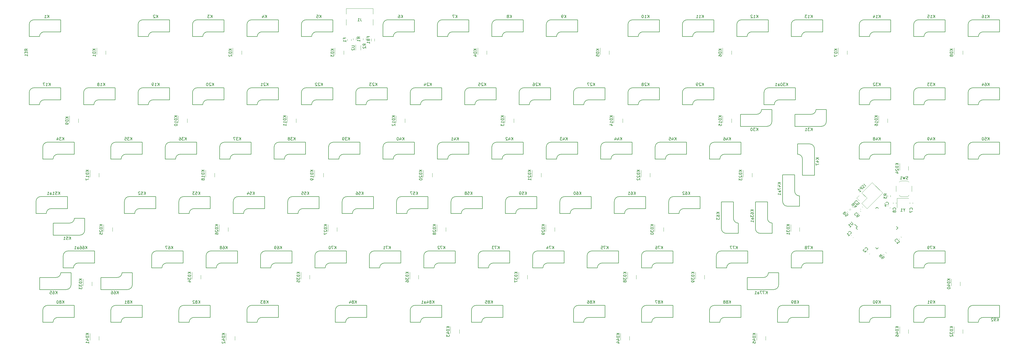
<source format=gbr>
%TF.GenerationSoftware,KiCad,Pcbnew,(6.0.4-0)*%
%TF.CreationDate,2022-05-31T11:41:51+03:00*%
%TF.ProjectId,Supernova_Hotswap,53757065-726e-46f7-9661-5f486f747377,rev?*%
%TF.SameCoordinates,Original*%
%TF.FileFunction,Legend,Bot*%
%TF.FilePolarity,Positive*%
%FSLAX46Y46*%
G04 Gerber Fmt 4.6, Leading zero omitted, Abs format (unit mm)*
G04 Created by KiCad (PCBNEW (6.0.4-0)) date 2022-05-31 11:41:51*
%MOMM*%
%LPD*%
G01*
G04 APERTURE LIST*
%ADD10C,0.150000*%
%ADD11C,0.120000*%
G04 APERTURE END LIST*
D10*
%TO.C,RE1*%
X33733630Y-42184952D02*
X33257440Y-41851619D01*
X33733630Y-41613523D02*
X32733630Y-41613523D01*
X32733630Y-41994476D01*
X32781250Y-42089714D01*
X32828869Y-42137333D01*
X32924107Y-42184952D01*
X33066964Y-42184952D01*
X33162202Y-42137333D01*
X33209821Y-42089714D01*
X33257440Y-41994476D01*
X33257440Y-41613523D01*
X33209821Y-42613523D02*
X33209821Y-42946857D01*
X33733630Y-43089714D02*
X33733630Y-42613523D01*
X32733630Y-42613523D01*
X32733630Y-43089714D01*
X33733630Y-44042095D02*
X33733630Y-43470666D01*
X33733630Y-43756380D02*
X32733630Y-43756380D01*
X32876488Y-43661142D01*
X32971726Y-43565904D01*
X33019345Y-43470666D01*
%TO.C,KD18*%
X95683630Y-84010714D02*
X94683630Y-84010714D01*
X95683630Y-84582142D02*
X95112202Y-84153571D01*
X94683630Y-84582142D02*
X95255059Y-84010714D01*
X95683630Y-85010714D02*
X94683630Y-85010714D01*
X94683630Y-85248809D01*
X94731250Y-85391666D01*
X94826488Y-85486904D01*
X94921726Y-85534523D01*
X95112202Y-85582142D01*
X95255059Y-85582142D01*
X95445535Y-85534523D01*
X95540773Y-85486904D01*
X95636011Y-85391666D01*
X95683630Y-85248809D01*
X95683630Y-85010714D01*
X95683630Y-86534523D02*
X95683630Y-85963095D01*
X95683630Y-86248809D02*
X94683630Y-86248809D01*
X94826488Y-86153571D01*
X94921726Y-86058333D01*
X94969345Y-85963095D01*
X95112202Y-87105952D02*
X95064583Y-87010714D01*
X95016964Y-86963095D01*
X94921726Y-86915476D01*
X94874107Y-86915476D01*
X94778869Y-86963095D01*
X94731250Y-87010714D01*
X94683630Y-87105952D01*
X94683630Y-87296428D01*
X94731250Y-87391666D01*
X94778869Y-87439285D01*
X94874107Y-87486904D01*
X94921726Y-87486904D01*
X95016964Y-87439285D01*
X95064583Y-87391666D01*
X95112202Y-87296428D01*
X95112202Y-87105952D01*
X95159821Y-87010714D01*
X95207440Y-86963095D01*
X95302678Y-86915476D01*
X95493154Y-86915476D01*
X95588392Y-86963095D01*
X95636011Y-87010714D01*
X95683630Y-87105952D01*
X95683630Y-87296428D01*
X95636011Y-87391666D01*
X95588392Y-87439285D01*
X95493154Y-87486904D01*
X95302678Y-87486904D01*
X95207440Y-87439285D01*
X95159821Y-87391666D01*
X95112202Y-87296428D01*
%TO.C,K10*%
X251245535Y-30678380D02*
X251245535Y-29678380D01*
X250674107Y-30678380D02*
X251102678Y-30106952D01*
X250674107Y-29678380D02*
X251245535Y-30249809D01*
X249721726Y-30678380D02*
X250293154Y-30678380D01*
X250007440Y-30678380D02*
X250007440Y-29678380D01*
X250102678Y-29821238D01*
X250197916Y-29916476D01*
X250293154Y-29964095D01*
X249102678Y-29678380D02*
X249007440Y-29678380D01*
X248912202Y-29726000D01*
X248864583Y-29773619D01*
X248816964Y-29868857D01*
X248769345Y-30059333D01*
X248769345Y-30297428D01*
X248816964Y-30487904D01*
X248864583Y-30583142D01*
X248912202Y-30630761D01*
X249007440Y-30678380D01*
X249102678Y-30678380D01*
X249197916Y-30630761D01*
X249245535Y-30583142D01*
X249293154Y-30487904D01*
X249340773Y-30297428D01*
X249340773Y-30059333D01*
X249293154Y-29868857D01*
X249245535Y-29773619D01*
X249197916Y-29726000D01*
X249102678Y-29678380D01*
%TO.C,K63*%
X275947130Y-98798214D02*
X274947130Y-98798214D01*
X275947130Y-99369642D02*
X275375702Y-98941071D01*
X274947130Y-99369642D02*
X275518559Y-98798214D01*
X274947130Y-100226785D02*
X274947130Y-100036309D01*
X274994750Y-99941071D01*
X275042369Y-99893452D01*
X275185226Y-99798214D01*
X275375702Y-99750595D01*
X275756654Y-99750595D01*
X275851892Y-99798214D01*
X275899511Y-99845833D01*
X275947130Y-99941071D01*
X275947130Y-100131547D01*
X275899511Y-100226785D01*
X275851892Y-100274404D01*
X275756654Y-100322023D01*
X275518559Y-100322023D01*
X275423321Y-100274404D01*
X275375702Y-100226785D01*
X275328083Y-100131547D01*
X275328083Y-99941071D01*
X275375702Y-99845833D01*
X275423321Y-99798214D01*
X275518559Y-99750595D01*
X274947130Y-100655357D02*
X274947130Y-101274404D01*
X275328083Y-100941071D01*
X275328083Y-101083928D01*
X275375702Y-101179166D01*
X275423321Y-101226785D01*
X275518559Y-101274404D01*
X275756654Y-101274404D01*
X275851892Y-101226785D01*
X275899511Y-101179166D01*
X275947130Y-101083928D01*
X275947130Y-100798214D01*
X275899511Y-100702976D01*
X275851892Y-100655357D01*
%TO.C,K49*%
X351258035Y-73540880D02*
X351258035Y-72540880D01*
X350686607Y-73540880D02*
X351115178Y-72969452D01*
X350686607Y-72540880D02*
X351258035Y-73112309D01*
X349829464Y-72874214D02*
X349829464Y-73540880D01*
X350067559Y-72493261D02*
X350305654Y-73207547D01*
X349686607Y-73207547D01*
X349258035Y-73540880D02*
X349067559Y-73540880D01*
X348972321Y-73493261D01*
X348924702Y-73445642D01*
X348829464Y-73302785D01*
X348781845Y-73112309D01*
X348781845Y-72731357D01*
X348829464Y-72636119D01*
X348877083Y-72588500D01*
X348972321Y-72540880D01*
X349162797Y-72540880D01*
X349258035Y-72588500D01*
X349305654Y-72636119D01*
X349353273Y-72731357D01*
X349353273Y-72969452D01*
X349305654Y-73064690D01*
X349258035Y-73112309D01*
X349162797Y-73159928D01*
X348972321Y-73159928D01*
X348877083Y-73112309D01*
X348829464Y-73064690D01*
X348781845Y-72969452D01*
%TO.C,U2*%
X147200030Y-40411495D02*
X148009554Y-40411495D01*
X148104792Y-40459114D01*
X148152411Y-40506733D01*
X148200030Y-40601971D01*
X148200030Y-40792447D01*
X148152411Y-40887685D01*
X148104792Y-40935304D01*
X148009554Y-40982923D01*
X147200030Y-40982923D01*
X147295269Y-41411495D02*
X147247650Y-41459114D01*
X147200030Y-41554352D01*
X147200030Y-41792447D01*
X147247650Y-41887685D01*
X147295269Y-41935304D01*
X147390507Y-41982923D01*
X147485745Y-41982923D01*
X147628602Y-41935304D01*
X148200030Y-41363876D01*
X148200030Y-41982923D01*
%TO.C,K61*%
X246483035Y-92590880D02*
X246483035Y-91590880D01*
X245911607Y-92590880D02*
X246340178Y-92019452D01*
X245911607Y-91590880D02*
X246483035Y-92162309D01*
X245054464Y-91590880D02*
X245244940Y-91590880D01*
X245340178Y-91638500D01*
X245387797Y-91686119D01*
X245483035Y-91828976D01*
X245530654Y-92019452D01*
X245530654Y-92400404D01*
X245483035Y-92495642D01*
X245435416Y-92543261D01*
X245340178Y-92590880D01*
X245149702Y-92590880D01*
X245054464Y-92543261D01*
X245006845Y-92495642D01*
X244959226Y-92400404D01*
X244959226Y-92162309D01*
X245006845Y-92067071D01*
X245054464Y-92019452D01*
X245149702Y-91971833D01*
X245340178Y-91971833D01*
X245435416Y-92019452D01*
X245483035Y-92067071D01*
X245530654Y-92162309D01*
X244006845Y-92590880D02*
X244578273Y-92590880D01*
X244292559Y-92590880D02*
X244292559Y-91590880D01*
X244387797Y-91733738D01*
X244483035Y-91828976D01*
X244578273Y-91876595D01*
%TO.C,KD15*%
X276658630Y-64960714D02*
X275658630Y-64960714D01*
X276658630Y-65532142D02*
X276087202Y-65103571D01*
X275658630Y-65532142D02*
X276230059Y-64960714D01*
X276658630Y-65960714D02*
X275658630Y-65960714D01*
X275658630Y-66198809D01*
X275706250Y-66341666D01*
X275801488Y-66436904D01*
X275896726Y-66484523D01*
X276087202Y-66532142D01*
X276230059Y-66532142D01*
X276420535Y-66484523D01*
X276515773Y-66436904D01*
X276611011Y-66341666D01*
X276658630Y-66198809D01*
X276658630Y-65960714D01*
X276658630Y-67484523D02*
X276658630Y-66913095D01*
X276658630Y-67198809D02*
X275658630Y-67198809D01*
X275801488Y-67103571D01*
X275896726Y-67008333D01*
X275944345Y-66913095D01*
X275658630Y-68389285D02*
X275658630Y-67913095D01*
X276134821Y-67865476D01*
X276087202Y-67913095D01*
X276039583Y-68008333D01*
X276039583Y-68246428D01*
X276087202Y-68341666D01*
X276134821Y-68389285D01*
X276230059Y-68436904D01*
X276468154Y-68436904D01*
X276563392Y-68389285D01*
X276611011Y-68341666D01*
X276658630Y-68246428D01*
X276658630Y-68008333D01*
X276611011Y-67913095D01*
X276563392Y-67865476D01*
%TO.C,K24*%
X175045535Y-54490880D02*
X175045535Y-53490880D01*
X174474107Y-54490880D02*
X174902678Y-53919452D01*
X174474107Y-53490880D02*
X175045535Y-54062309D01*
X174093154Y-53586119D02*
X174045535Y-53538500D01*
X173950297Y-53490880D01*
X173712202Y-53490880D01*
X173616964Y-53538500D01*
X173569345Y-53586119D01*
X173521726Y-53681357D01*
X173521726Y-53776595D01*
X173569345Y-53919452D01*
X174140773Y-54490880D01*
X173521726Y-54490880D01*
X172664583Y-53824214D02*
X172664583Y-54490880D01*
X172902678Y-53443261D02*
X173140773Y-54157547D01*
X172521726Y-54157547D01*
%TO.C,K63a1*%
X287853380Y-97869642D02*
X286853380Y-97869642D01*
X287853380Y-98441071D02*
X287281952Y-98012500D01*
X286853380Y-98441071D02*
X287424809Y-97869642D01*
X286853380Y-99298214D02*
X286853380Y-99107738D01*
X286901000Y-99012500D01*
X286948619Y-98964880D01*
X287091476Y-98869642D01*
X287281952Y-98822023D01*
X287662904Y-98822023D01*
X287758142Y-98869642D01*
X287805761Y-98917261D01*
X287853380Y-99012500D01*
X287853380Y-99202976D01*
X287805761Y-99298214D01*
X287758142Y-99345833D01*
X287662904Y-99393452D01*
X287424809Y-99393452D01*
X287329571Y-99345833D01*
X287281952Y-99298214D01*
X287234333Y-99202976D01*
X287234333Y-99012500D01*
X287281952Y-98917261D01*
X287329571Y-98869642D01*
X287424809Y-98822023D01*
X286853380Y-99726785D02*
X286853380Y-100345833D01*
X287234333Y-100012500D01*
X287234333Y-100155357D01*
X287281952Y-100250595D01*
X287329571Y-100298214D01*
X287424809Y-100345833D01*
X287662904Y-100345833D01*
X287758142Y-100298214D01*
X287805761Y-100250595D01*
X287853380Y-100155357D01*
X287853380Y-99869642D01*
X287805761Y-99774404D01*
X287758142Y-99726785D01*
X287853380Y-101202976D02*
X287329571Y-101202976D01*
X287234333Y-101155357D01*
X287186714Y-101060119D01*
X287186714Y-100869642D01*
X287234333Y-100774404D01*
X287805761Y-101202976D02*
X287853380Y-101107738D01*
X287853380Y-100869642D01*
X287805761Y-100774404D01*
X287710523Y-100726785D01*
X287615285Y-100726785D01*
X287520047Y-100774404D01*
X287472428Y-100869642D01*
X287472428Y-101107738D01*
X287424809Y-101202976D01*
X287853380Y-102202976D02*
X287853380Y-101631547D01*
X287853380Y-101917261D02*
X286853380Y-101917261D01*
X286996238Y-101822023D01*
X287091476Y-101726785D01*
X287139095Y-101631547D01*
%TO.C,KD29*%
X214746130Y-103060714D02*
X213746130Y-103060714D01*
X214746130Y-103632142D02*
X214174702Y-103203571D01*
X213746130Y-103632142D02*
X214317559Y-103060714D01*
X214746130Y-104060714D02*
X213746130Y-104060714D01*
X213746130Y-104298809D01*
X213793750Y-104441666D01*
X213888988Y-104536904D01*
X213984226Y-104584523D01*
X214174702Y-104632142D01*
X214317559Y-104632142D01*
X214508035Y-104584523D01*
X214603273Y-104536904D01*
X214698511Y-104441666D01*
X214746130Y-104298809D01*
X214746130Y-104060714D01*
X213841369Y-105013095D02*
X213793750Y-105060714D01*
X213746130Y-105155952D01*
X213746130Y-105394047D01*
X213793750Y-105489285D01*
X213841369Y-105536904D01*
X213936607Y-105584523D01*
X214031845Y-105584523D01*
X214174702Y-105536904D01*
X214746130Y-104965476D01*
X214746130Y-105584523D01*
X214746130Y-106060714D02*
X214746130Y-106251190D01*
X214698511Y-106346428D01*
X214650892Y-106394047D01*
X214508035Y-106489285D01*
X214317559Y-106536904D01*
X213936607Y-106536904D01*
X213841369Y-106489285D01*
X213793750Y-106441666D01*
X213746130Y-106346428D01*
X213746130Y-106155952D01*
X213793750Y-106060714D01*
X213841369Y-106013095D01*
X213936607Y-105965476D01*
X214174702Y-105965476D01*
X214269940Y-106013095D01*
X214317559Y-106060714D01*
X214365178Y-106155952D01*
X214365178Y-106346428D01*
X214317559Y-106441666D01*
X214269940Y-106489285D01*
X214174702Y-106536904D01*
%TO.C,K80*%
X46458035Y-130690880D02*
X46458035Y-129690880D01*
X45886607Y-130690880D02*
X46315178Y-130119452D01*
X45886607Y-129690880D02*
X46458035Y-130262309D01*
X45315178Y-130119452D02*
X45410416Y-130071833D01*
X45458035Y-130024214D01*
X45505654Y-129928976D01*
X45505654Y-129881357D01*
X45458035Y-129786119D01*
X45410416Y-129738500D01*
X45315178Y-129690880D01*
X45124702Y-129690880D01*
X45029464Y-129738500D01*
X44981845Y-129786119D01*
X44934226Y-129881357D01*
X44934226Y-129928976D01*
X44981845Y-130024214D01*
X45029464Y-130071833D01*
X45124702Y-130119452D01*
X45315178Y-130119452D01*
X45410416Y-130167071D01*
X45458035Y-130214690D01*
X45505654Y-130309928D01*
X45505654Y-130500404D01*
X45458035Y-130595642D01*
X45410416Y-130643261D01*
X45315178Y-130690880D01*
X45124702Y-130690880D01*
X45029464Y-130643261D01*
X44981845Y-130595642D01*
X44934226Y-130500404D01*
X44934226Y-130309928D01*
X44981845Y-130214690D01*
X45029464Y-130167071D01*
X45124702Y-130119452D01*
X44315178Y-129690880D02*
X44219940Y-129690880D01*
X44124702Y-129738500D01*
X44077083Y-129786119D01*
X44029464Y-129881357D01*
X43981845Y-130071833D01*
X43981845Y-130309928D01*
X44029464Y-130500404D01*
X44077083Y-130595642D01*
X44124702Y-130643261D01*
X44219940Y-130690880D01*
X44315178Y-130690880D01*
X44410416Y-130643261D01*
X44458035Y-130595642D01*
X44505654Y-130500404D01*
X44553273Y-130309928D01*
X44553273Y-130071833D01*
X44505654Y-129881357D01*
X44458035Y-129786119D01*
X44410416Y-129738500D01*
X44315178Y-129690880D01*
%TO.C,K47*%
X310745130Y-79748214D02*
X309745130Y-79748214D01*
X310745130Y-80319642D02*
X310173702Y-79891071D01*
X309745130Y-80319642D02*
X310316559Y-79748214D01*
X310078464Y-81176785D02*
X310745130Y-81176785D01*
X309697511Y-80938690D02*
X310411797Y-80700595D01*
X310411797Y-81319642D01*
X309745130Y-81605357D02*
X309745130Y-82272023D01*
X310745130Y-81843452D01*
%TO.C,KD45*%
X288564880Y-141160714D02*
X287564880Y-141160714D01*
X288564880Y-141732142D02*
X287993452Y-141303571D01*
X287564880Y-141732142D02*
X288136309Y-141160714D01*
X288564880Y-142160714D02*
X287564880Y-142160714D01*
X287564880Y-142398809D01*
X287612500Y-142541666D01*
X287707738Y-142636904D01*
X287802976Y-142684523D01*
X287993452Y-142732142D01*
X288136309Y-142732142D01*
X288326785Y-142684523D01*
X288422023Y-142636904D01*
X288517261Y-142541666D01*
X288564880Y-142398809D01*
X288564880Y-142160714D01*
X287898214Y-143589285D02*
X288564880Y-143589285D01*
X287517261Y-143351190D02*
X288231547Y-143113095D01*
X288231547Y-143732142D01*
X287564880Y-144589285D02*
X287564880Y-144113095D01*
X288041071Y-144065476D01*
X287993452Y-144113095D01*
X287945833Y-144208333D01*
X287945833Y-144446428D01*
X287993452Y-144541666D01*
X288041071Y-144589285D01*
X288136309Y-144636904D01*
X288374404Y-144636904D01*
X288469642Y-144589285D01*
X288517261Y-144541666D01*
X288564880Y-144446428D01*
X288564880Y-144208333D01*
X288517261Y-144113095D01*
X288469642Y-144065476D01*
%TO.C,R1*%
X150110030Y-37984133D02*
X149633840Y-37650800D01*
X150110030Y-37412704D02*
X149110030Y-37412704D01*
X149110030Y-37793657D01*
X149157650Y-37888895D01*
X149205269Y-37936514D01*
X149300507Y-37984133D01*
X149443364Y-37984133D01*
X149538602Y-37936514D01*
X149586221Y-37888895D01*
X149633840Y-37793657D01*
X149633840Y-37412704D01*
X150110030Y-38936514D02*
X150110030Y-38365085D01*
X150110030Y-38650800D02*
X149110030Y-38650800D01*
X149252888Y-38555561D01*
X149348126Y-38460323D01*
X149395745Y-38365085D01*
%TO.C,K57*%
X170283035Y-92590880D02*
X170283035Y-91590880D01*
X169711607Y-92590880D02*
X170140178Y-92019452D01*
X169711607Y-91590880D02*
X170283035Y-92162309D01*
X168806845Y-91590880D02*
X169283035Y-91590880D01*
X169330654Y-92067071D01*
X169283035Y-92019452D01*
X169187797Y-91971833D01*
X168949702Y-91971833D01*
X168854464Y-92019452D01*
X168806845Y-92067071D01*
X168759226Y-92162309D01*
X168759226Y-92400404D01*
X168806845Y-92495642D01*
X168854464Y-92543261D01*
X168949702Y-92590880D01*
X169187797Y-92590880D01*
X169283035Y-92543261D01*
X169330654Y-92495642D01*
X168425892Y-91590880D02*
X167759226Y-91590880D01*
X168187797Y-92590880D01*
%TO.C,K43*%
X222670535Y-73540880D02*
X222670535Y-72540880D01*
X222099107Y-73540880D02*
X222527678Y-72969452D01*
X222099107Y-72540880D02*
X222670535Y-73112309D01*
X221241964Y-72874214D02*
X221241964Y-73540880D01*
X221480059Y-72493261D02*
X221718154Y-73207547D01*
X221099107Y-73207547D01*
X220813392Y-72540880D02*
X220194345Y-72540880D01*
X220527678Y-72921833D01*
X220384821Y-72921833D01*
X220289583Y-72969452D01*
X220241964Y-73017071D01*
X220194345Y-73112309D01*
X220194345Y-73350404D01*
X220241964Y-73445642D01*
X220289583Y-73493261D01*
X220384821Y-73540880D01*
X220670535Y-73540880D01*
X220765773Y-73493261D01*
X220813392Y-73445642D01*
%TO.C,R4*%
X323378481Y-95861267D02*
X322806061Y-95962282D01*
X322974420Y-95457206D02*
X322267313Y-96164312D01*
X322536687Y-96433687D01*
X322637702Y-96467358D01*
X322705046Y-96467358D01*
X322806061Y-96433687D01*
X322907076Y-96332671D01*
X322940748Y-96231656D01*
X322940748Y-96164312D01*
X322907076Y-96063297D01*
X322637702Y-95793923D01*
X323513168Y-96938763D02*
X323984573Y-96467358D01*
X323075435Y-97039778D02*
X323412153Y-96366343D01*
X323849886Y-96804076D01*
%TO.C,K52*%
X75033035Y-92590880D02*
X75033035Y-91590880D01*
X74461607Y-92590880D02*
X74890178Y-92019452D01*
X74461607Y-91590880D02*
X75033035Y-92162309D01*
X73556845Y-91590880D02*
X74033035Y-91590880D01*
X74080654Y-92067071D01*
X74033035Y-92019452D01*
X73937797Y-91971833D01*
X73699702Y-91971833D01*
X73604464Y-92019452D01*
X73556845Y-92067071D01*
X73509226Y-92162309D01*
X73509226Y-92400404D01*
X73556845Y-92495642D01*
X73604464Y-92543261D01*
X73699702Y-92590880D01*
X73937797Y-92590880D01*
X74033035Y-92543261D01*
X74080654Y-92495642D01*
X73128273Y-91686119D02*
X73080654Y-91638500D01*
X72985416Y-91590880D01*
X72747321Y-91590880D01*
X72652083Y-91638500D01*
X72604464Y-91686119D01*
X72556845Y-91781357D01*
X72556845Y-91876595D01*
X72604464Y-92019452D01*
X73175892Y-92590880D01*
X72556845Y-92590880D01*
%TO.C,K90*%
X332208035Y-130690880D02*
X332208035Y-129690880D01*
X331636607Y-130690880D02*
X332065178Y-130119452D01*
X331636607Y-129690880D02*
X332208035Y-130262309D01*
X331160416Y-130690880D02*
X330969940Y-130690880D01*
X330874702Y-130643261D01*
X330827083Y-130595642D01*
X330731845Y-130452785D01*
X330684226Y-130262309D01*
X330684226Y-129881357D01*
X330731845Y-129786119D01*
X330779464Y-129738500D01*
X330874702Y-129690880D01*
X331065178Y-129690880D01*
X331160416Y-129738500D01*
X331208035Y-129786119D01*
X331255654Y-129881357D01*
X331255654Y-130119452D01*
X331208035Y-130214690D01*
X331160416Y-130262309D01*
X331065178Y-130309928D01*
X330874702Y-130309928D01*
X330779464Y-130262309D01*
X330731845Y-130214690D01*
X330684226Y-130119452D01*
X330065178Y-129690880D02*
X329969940Y-129690880D01*
X329874702Y-129738500D01*
X329827083Y-129786119D01*
X329779464Y-129881357D01*
X329731845Y-130071833D01*
X329731845Y-130309928D01*
X329779464Y-130500404D01*
X329827083Y-130595642D01*
X329874702Y-130643261D01*
X329969940Y-130690880D01*
X330065178Y-130690880D01*
X330160416Y-130643261D01*
X330208035Y-130595642D01*
X330255654Y-130500404D01*
X330303273Y-130309928D01*
X330303273Y-130071833D01*
X330255654Y-129881357D01*
X330208035Y-129786119D01*
X330160416Y-129738500D01*
X330065178Y-129690880D01*
%TO.C,K85*%
X196476785Y-130690880D02*
X196476785Y-129690880D01*
X195905357Y-130690880D02*
X196333928Y-130119452D01*
X195905357Y-129690880D02*
X196476785Y-130262309D01*
X195333928Y-130119452D02*
X195429166Y-130071833D01*
X195476785Y-130024214D01*
X195524404Y-129928976D01*
X195524404Y-129881357D01*
X195476785Y-129786119D01*
X195429166Y-129738500D01*
X195333928Y-129690880D01*
X195143452Y-129690880D01*
X195048214Y-129738500D01*
X195000595Y-129786119D01*
X194952976Y-129881357D01*
X194952976Y-129928976D01*
X195000595Y-130024214D01*
X195048214Y-130071833D01*
X195143452Y-130119452D01*
X195333928Y-130119452D01*
X195429166Y-130167071D01*
X195476785Y-130214690D01*
X195524404Y-130309928D01*
X195524404Y-130500404D01*
X195476785Y-130595642D01*
X195429166Y-130643261D01*
X195333928Y-130690880D01*
X195143452Y-130690880D01*
X195048214Y-130643261D01*
X195000595Y-130595642D01*
X194952976Y-130500404D01*
X194952976Y-130309928D01*
X195000595Y-130214690D01*
X195048214Y-130167071D01*
X195143452Y-130119452D01*
X194048214Y-129690880D02*
X194524404Y-129690880D01*
X194572023Y-130167071D01*
X194524404Y-130119452D01*
X194429166Y-130071833D01*
X194191071Y-130071833D01*
X194095833Y-130119452D01*
X194048214Y-130167071D01*
X194000595Y-130262309D01*
X194000595Y-130500404D01*
X194048214Y-130595642D01*
X194095833Y-130643261D01*
X194191071Y-130690880D01*
X194429166Y-130690880D01*
X194524404Y-130643261D01*
X194572023Y-130595642D01*
%TO.C,K46*%
X279820535Y-73540880D02*
X279820535Y-72540880D01*
X279249107Y-73540880D02*
X279677678Y-72969452D01*
X279249107Y-72540880D02*
X279820535Y-73112309D01*
X278391964Y-72874214D02*
X278391964Y-73540880D01*
X278630059Y-72493261D02*
X278868154Y-73207547D01*
X278249107Y-73207547D01*
X277439583Y-72540880D02*
X277630059Y-72540880D01*
X277725297Y-72588500D01*
X277772916Y-72636119D01*
X277868154Y-72778976D01*
X277915773Y-72969452D01*
X277915773Y-73350404D01*
X277868154Y-73445642D01*
X277820535Y-73493261D01*
X277725297Y-73540880D01*
X277534821Y-73540880D01*
X277439583Y-73493261D01*
X277391964Y-73445642D01*
X277344345Y-73350404D01*
X277344345Y-73112309D01*
X277391964Y-73017071D01*
X277439583Y-72969452D01*
X277534821Y-72921833D01*
X277725297Y-72921833D01*
X277820535Y-72969452D01*
X277868154Y-73017071D01*
X277915773Y-73112309D01*
%TO.C,KD32*%
X357621130Y-138779464D02*
X356621130Y-138779464D01*
X357621130Y-139350892D02*
X357049702Y-138922321D01*
X356621130Y-139350892D02*
X357192559Y-138779464D01*
X357621130Y-139779464D02*
X356621130Y-139779464D01*
X356621130Y-140017559D01*
X356668750Y-140160416D01*
X356763988Y-140255654D01*
X356859226Y-140303273D01*
X357049702Y-140350892D01*
X357192559Y-140350892D01*
X357383035Y-140303273D01*
X357478273Y-140255654D01*
X357573511Y-140160416D01*
X357621130Y-140017559D01*
X357621130Y-139779464D01*
X356621130Y-140684226D02*
X356621130Y-141303273D01*
X357002083Y-140969940D01*
X357002083Y-141112797D01*
X357049702Y-141208035D01*
X357097321Y-141255654D01*
X357192559Y-141303273D01*
X357430654Y-141303273D01*
X357525892Y-141255654D01*
X357573511Y-141208035D01*
X357621130Y-141112797D01*
X357621130Y-140827083D01*
X357573511Y-140731845D01*
X357525892Y-140684226D01*
X356716369Y-141684226D02*
X356668750Y-141731845D01*
X356621130Y-141827083D01*
X356621130Y-142065178D01*
X356668750Y-142160416D01*
X356716369Y-142208035D01*
X356811607Y-142255654D01*
X356906845Y-142255654D01*
X357049702Y-142208035D01*
X357621130Y-141636607D01*
X357621130Y-142255654D01*
%TO.C,KD22*%
X248083630Y-84010714D02*
X247083630Y-84010714D01*
X248083630Y-84582142D02*
X247512202Y-84153571D01*
X247083630Y-84582142D02*
X247655059Y-84010714D01*
X248083630Y-85010714D02*
X247083630Y-85010714D01*
X247083630Y-85248809D01*
X247131250Y-85391666D01*
X247226488Y-85486904D01*
X247321726Y-85534523D01*
X247512202Y-85582142D01*
X247655059Y-85582142D01*
X247845535Y-85534523D01*
X247940773Y-85486904D01*
X248036011Y-85391666D01*
X248083630Y-85248809D01*
X248083630Y-85010714D01*
X247178869Y-85963095D02*
X247131250Y-86010714D01*
X247083630Y-86105952D01*
X247083630Y-86344047D01*
X247131250Y-86439285D01*
X247178869Y-86486904D01*
X247274107Y-86534523D01*
X247369345Y-86534523D01*
X247512202Y-86486904D01*
X248083630Y-85915476D01*
X248083630Y-86534523D01*
X247178869Y-86915476D02*
X247131250Y-86963095D01*
X247083630Y-87058333D01*
X247083630Y-87296428D01*
X247131250Y-87391666D01*
X247178869Y-87439285D01*
X247274107Y-87486904D01*
X247369345Y-87486904D01*
X247512202Y-87439285D01*
X248083630Y-86867857D01*
X248083630Y-87486904D01*
%TO.C,KD44*%
X240939880Y-141160714D02*
X239939880Y-141160714D01*
X240939880Y-141732142D02*
X240368452Y-141303571D01*
X239939880Y-141732142D02*
X240511309Y-141160714D01*
X240939880Y-142160714D02*
X239939880Y-142160714D01*
X239939880Y-142398809D01*
X239987500Y-142541666D01*
X240082738Y-142636904D01*
X240177976Y-142684523D01*
X240368452Y-142732142D01*
X240511309Y-142732142D01*
X240701785Y-142684523D01*
X240797023Y-142636904D01*
X240892261Y-142541666D01*
X240939880Y-142398809D01*
X240939880Y-142160714D01*
X240273214Y-143589285D02*
X240939880Y-143589285D01*
X239892261Y-143351190D02*
X240606547Y-143113095D01*
X240606547Y-143732142D01*
X240273214Y-144541666D02*
X240939880Y-144541666D01*
X239892261Y-144303571D02*
X240606547Y-144065476D01*
X240606547Y-144684523D01*
%TO.C,K84a1*%
X175974107Y-130690880D02*
X175974107Y-129690880D01*
X175402678Y-130690880D02*
X175831250Y-130119452D01*
X175402678Y-129690880D02*
X175974107Y-130262309D01*
X174831250Y-130119452D02*
X174926488Y-130071833D01*
X174974107Y-130024214D01*
X175021726Y-129928976D01*
X175021726Y-129881357D01*
X174974107Y-129786119D01*
X174926488Y-129738500D01*
X174831250Y-129690880D01*
X174640773Y-129690880D01*
X174545535Y-129738500D01*
X174497916Y-129786119D01*
X174450297Y-129881357D01*
X174450297Y-129928976D01*
X174497916Y-130024214D01*
X174545535Y-130071833D01*
X174640773Y-130119452D01*
X174831250Y-130119452D01*
X174926488Y-130167071D01*
X174974107Y-130214690D01*
X175021726Y-130309928D01*
X175021726Y-130500404D01*
X174974107Y-130595642D01*
X174926488Y-130643261D01*
X174831250Y-130690880D01*
X174640773Y-130690880D01*
X174545535Y-130643261D01*
X174497916Y-130595642D01*
X174450297Y-130500404D01*
X174450297Y-130309928D01*
X174497916Y-130214690D01*
X174545535Y-130167071D01*
X174640773Y-130119452D01*
X173593154Y-130024214D02*
X173593154Y-130690880D01*
X173831250Y-129643261D02*
X174069345Y-130357547D01*
X173450297Y-130357547D01*
X172640773Y-130690880D02*
X172640773Y-130167071D01*
X172688392Y-130071833D01*
X172783630Y-130024214D01*
X172974107Y-130024214D01*
X173069345Y-130071833D01*
X172640773Y-130643261D02*
X172736011Y-130690880D01*
X172974107Y-130690880D01*
X173069345Y-130643261D01*
X173116964Y-130548023D01*
X173116964Y-130452785D01*
X173069345Y-130357547D01*
X172974107Y-130309928D01*
X172736011Y-130309928D01*
X172640773Y-130262309D01*
X171640773Y-130690880D02*
X172212202Y-130690880D01*
X171926488Y-130690880D02*
X171926488Y-129690880D01*
X172021726Y-129833738D01*
X172116964Y-129928976D01*
X172212202Y-129976595D01*
%TO.C,K54*%
X113133035Y-92590880D02*
X113133035Y-91590880D01*
X112561607Y-92590880D02*
X112990178Y-92019452D01*
X112561607Y-91590880D02*
X113133035Y-92162309D01*
X111656845Y-91590880D02*
X112133035Y-91590880D01*
X112180654Y-92067071D01*
X112133035Y-92019452D01*
X112037797Y-91971833D01*
X111799702Y-91971833D01*
X111704464Y-92019452D01*
X111656845Y-92067071D01*
X111609226Y-92162309D01*
X111609226Y-92400404D01*
X111656845Y-92495642D01*
X111704464Y-92543261D01*
X111799702Y-92590880D01*
X112037797Y-92590880D01*
X112133035Y-92543261D01*
X112180654Y-92495642D01*
X110752083Y-91924214D02*
X110752083Y-92590880D01*
X110990178Y-91543261D02*
X111228273Y-92257547D01*
X110609226Y-92257547D01*
%TO.C,J1*%
X150352083Y-30821380D02*
X150352083Y-31535666D01*
X150399702Y-31678523D01*
X150494940Y-31773761D01*
X150637797Y-31821380D01*
X150733035Y-31821380D01*
X149352083Y-31821380D02*
X149923511Y-31821380D01*
X149637797Y-31821380D02*
X149637797Y-30821380D01*
X149733035Y-30964238D01*
X149828273Y-31059476D01*
X149923511Y-31107095D01*
%TO.C,K30a1*%
X299799107Y-54490880D02*
X299799107Y-53490880D01*
X299227678Y-54490880D02*
X299656250Y-53919452D01*
X299227678Y-53490880D02*
X299799107Y-54062309D01*
X298894345Y-53490880D02*
X298275297Y-53490880D01*
X298608630Y-53871833D01*
X298465773Y-53871833D01*
X298370535Y-53919452D01*
X298322916Y-53967071D01*
X298275297Y-54062309D01*
X298275297Y-54300404D01*
X298322916Y-54395642D01*
X298370535Y-54443261D01*
X298465773Y-54490880D01*
X298751488Y-54490880D01*
X298846726Y-54443261D01*
X298894345Y-54395642D01*
X297656250Y-53490880D02*
X297561011Y-53490880D01*
X297465773Y-53538500D01*
X297418154Y-53586119D01*
X297370535Y-53681357D01*
X297322916Y-53871833D01*
X297322916Y-54109928D01*
X297370535Y-54300404D01*
X297418154Y-54395642D01*
X297465773Y-54443261D01*
X297561011Y-54490880D01*
X297656250Y-54490880D01*
X297751488Y-54443261D01*
X297799107Y-54395642D01*
X297846726Y-54300404D01*
X297894345Y-54109928D01*
X297894345Y-53871833D01*
X297846726Y-53681357D01*
X297799107Y-53586119D01*
X297751488Y-53538500D01*
X297656250Y-53490880D01*
X296465773Y-54490880D02*
X296465773Y-53967071D01*
X296513392Y-53871833D01*
X296608630Y-53824214D01*
X296799107Y-53824214D01*
X296894345Y-53871833D01*
X296465773Y-54443261D02*
X296561011Y-54490880D01*
X296799107Y-54490880D01*
X296894345Y-54443261D01*
X296941964Y-54348023D01*
X296941964Y-54252785D01*
X296894345Y-54157547D01*
X296799107Y-54109928D01*
X296561011Y-54109928D01*
X296465773Y-54062309D01*
X295465773Y-54490880D02*
X296037202Y-54490880D01*
X295751488Y-54490880D02*
X295751488Y-53490880D01*
X295846726Y-53633738D01*
X295941964Y-53728976D01*
X296037202Y-53776595D01*
%TO.C,R5*%
X320328480Y-98911268D02*
X319756060Y-99012283D01*
X319924419Y-98507207D02*
X319217312Y-99214313D01*
X319486686Y-99483688D01*
X319587701Y-99517359D01*
X319655045Y-99517359D01*
X319756060Y-99483688D01*
X319857075Y-99382672D01*
X319890747Y-99281657D01*
X319890747Y-99214313D01*
X319857075Y-99113298D01*
X319587701Y-98843924D01*
X320261137Y-100258138D02*
X319924419Y-99921420D01*
X320227465Y-99551031D01*
X320227465Y-99618375D01*
X320261137Y-99719390D01*
X320429495Y-99887749D01*
X320530511Y-99921420D01*
X320597854Y-99921420D01*
X320698869Y-99887749D01*
X320867228Y-99719390D01*
X320900900Y-99618375D01*
X320900900Y-99551031D01*
X320867228Y-99450016D01*
X320698869Y-99281657D01*
X320597854Y-99247985D01*
X320530511Y-99247985D01*
%TO.C,KD5*%
X233796130Y-41624404D02*
X232796130Y-41624404D01*
X233796130Y-42195833D02*
X233224702Y-41767261D01*
X232796130Y-42195833D02*
X233367559Y-41624404D01*
X233796130Y-42624404D02*
X232796130Y-42624404D01*
X232796130Y-42862500D01*
X232843750Y-43005357D01*
X232938988Y-43100595D01*
X233034226Y-43148214D01*
X233224702Y-43195833D01*
X233367559Y-43195833D01*
X233558035Y-43148214D01*
X233653273Y-43100595D01*
X233748511Y-43005357D01*
X233796130Y-42862500D01*
X233796130Y-42624404D01*
X232796130Y-44100595D02*
X232796130Y-43624404D01*
X233272321Y-43576785D01*
X233224702Y-43624404D01*
X233177083Y-43719642D01*
X233177083Y-43957738D01*
X233224702Y-44052976D01*
X233272321Y-44100595D01*
X233367559Y-44148214D01*
X233605654Y-44148214D01*
X233700892Y-44100595D01*
X233748511Y-44052976D01*
X233796130Y-43957738D01*
X233796130Y-43719642D01*
X233748511Y-43624404D01*
X233700892Y-43576785D01*
%TO.C,K20*%
X98845535Y-54490880D02*
X98845535Y-53490880D01*
X98274107Y-54490880D02*
X98702678Y-53919452D01*
X98274107Y-53490880D02*
X98845535Y-54062309D01*
X97893154Y-53586119D02*
X97845535Y-53538500D01*
X97750297Y-53490880D01*
X97512202Y-53490880D01*
X97416964Y-53538500D01*
X97369345Y-53586119D01*
X97321726Y-53681357D01*
X97321726Y-53776595D01*
X97369345Y-53919452D01*
X97940773Y-54490880D01*
X97321726Y-54490880D01*
X96702678Y-53490880D02*
X96607440Y-53490880D01*
X96512202Y-53538500D01*
X96464583Y-53586119D01*
X96416964Y-53681357D01*
X96369345Y-53871833D01*
X96369345Y-54109928D01*
X96416964Y-54300404D01*
X96464583Y-54395642D01*
X96512202Y-54443261D01*
X96607440Y-54490880D01*
X96702678Y-54490880D01*
X96797916Y-54443261D01*
X96845535Y-54395642D01*
X96893154Y-54300404D01*
X96940773Y-54109928D01*
X96940773Y-53871833D01*
X96893154Y-53681357D01*
X96845535Y-53586119D01*
X96797916Y-53538500D01*
X96702678Y-53490880D01*
%TO.C,K15*%
X351258035Y-30678380D02*
X351258035Y-29678380D01*
X350686607Y-30678380D02*
X351115178Y-30106952D01*
X350686607Y-29678380D02*
X351258035Y-30249809D01*
X349734226Y-30678380D02*
X350305654Y-30678380D01*
X350019940Y-30678380D02*
X350019940Y-29678380D01*
X350115178Y-29821238D01*
X350210416Y-29916476D01*
X350305654Y-29964095D01*
X348829464Y-29678380D02*
X349305654Y-29678380D01*
X349353273Y-30154571D01*
X349305654Y-30106952D01*
X349210416Y-30059333D01*
X348972321Y-30059333D01*
X348877083Y-30106952D01*
X348829464Y-30154571D01*
X348781845Y-30249809D01*
X348781845Y-30487904D01*
X348829464Y-30583142D01*
X348877083Y-30630761D01*
X348972321Y-30678380D01*
X349210416Y-30678380D01*
X349305654Y-30630761D01*
X349353273Y-30583142D01*
%TO.C,KD7*%
X317139880Y-41624404D02*
X316139880Y-41624404D01*
X317139880Y-42195833D02*
X316568452Y-41767261D01*
X316139880Y-42195833D02*
X316711309Y-41624404D01*
X317139880Y-42624404D02*
X316139880Y-42624404D01*
X316139880Y-42862500D01*
X316187500Y-43005357D01*
X316282738Y-43100595D01*
X316377976Y-43148214D01*
X316568452Y-43195833D01*
X316711309Y-43195833D01*
X316901785Y-43148214D01*
X316997023Y-43100595D01*
X317092261Y-43005357D01*
X317139880Y-42862500D01*
X317139880Y-42624404D01*
X316139880Y-43529166D02*
X316139880Y-44195833D01*
X317139880Y-43767261D01*
%TO.C,KD26*%
X100446130Y-103060714D02*
X99446130Y-103060714D01*
X100446130Y-103632142D02*
X99874702Y-103203571D01*
X99446130Y-103632142D02*
X100017559Y-103060714D01*
X100446130Y-104060714D02*
X99446130Y-104060714D01*
X99446130Y-104298809D01*
X99493750Y-104441666D01*
X99588988Y-104536904D01*
X99684226Y-104584523D01*
X99874702Y-104632142D01*
X100017559Y-104632142D01*
X100208035Y-104584523D01*
X100303273Y-104536904D01*
X100398511Y-104441666D01*
X100446130Y-104298809D01*
X100446130Y-104060714D01*
X99541369Y-105013095D02*
X99493750Y-105060714D01*
X99446130Y-105155952D01*
X99446130Y-105394047D01*
X99493750Y-105489285D01*
X99541369Y-105536904D01*
X99636607Y-105584523D01*
X99731845Y-105584523D01*
X99874702Y-105536904D01*
X100446130Y-104965476D01*
X100446130Y-105584523D01*
X99446130Y-106441666D02*
X99446130Y-106251190D01*
X99493750Y-106155952D01*
X99541369Y-106108333D01*
X99684226Y-106013095D01*
X99874702Y-105965476D01*
X100255654Y-105965476D01*
X100350892Y-106013095D01*
X100398511Y-106060714D01*
X100446130Y-106155952D01*
X100446130Y-106346428D01*
X100398511Y-106441666D01*
X100350892Y-106489285D01*
X100255654Y-106536904D01*
X100017559Y-106536904D01*
X99922321Y-106489285D01*
X99874702Y-106441666D01*
X99827083Y-106346428D01*
X99827083Y-106155952D01*
X99874702Y-106060714D01*
X99922321Y-106013095D01*
X100017559Y-105965476D01*
%TO.C,K40*%
X165520535Y-73540880D02*
X165520535Y-72540880D01*
X164949107Y-73540880D02*
X165377678Y-72969452D01*
X164949107Y-72540880D02*
X165520535Y-73112309D01*
X164091964Y-72874214D02*
X164091964Y-73540880D01*
X164330059Y-72493261D02*
X164568154Y-73207547D01*
X163949107Y-73207547D01*
X163377678Y-72540880D02*
X163282440Y-72540880D01*
X163187202Y-72588500D01*
X163139583Y-72636119D01*
X163091964Y-72731357D01*
X163044345Y-72921833D01*
X163044345Y-73159928D01*
X163091964Y-73350404D01*
X163139583Y-73445642D01*
X163187202Y-73493261D01*
X163282440Y-73540880D01*
X163377678Y-73540880D01*
X163472916Y-73493261D01*
X163520535Y-73445642D01*
X163568154Y-73350404D01*
X163615773Y-73159928D01*
X163615773Y-72921833D01*
X163568154Y-72731357D01*
X163520535Y-72636119D01*
X163472916Y-72588500D01*
X163377678Y-72540880D01*
%TO.C,C3*%
X338283374Y-108438373D02*
X338283374Y-108371030D01*
X338216030Y-108236343D01*
X338148687Y-108168999D01*
X338013999Y-108101656D01*
X337879312Y-108101656D01*
X337778297Y-108135327D01*
X337609938Y-108236343D01*
X337508923Y-108337358D01*
X337407908Y-108505717D01*
X337374236Y-108606732D01*
X337374236Y-108741419D01*
X337441580Y-108876106D01*
X337508923Y-108943450D01*
X337643610Y-109010793D01*
X337710954Y-109010793D01*
X337879312Y-109313839D02*
X338317045Y-109751572D01*
X338350717Y-109246495D01*
X338451732Y-109347511D01*
X338552748Y-109381182D01*
X338620091Y-109381182D01*
X338721106Y-109347511D01*
X338889465Y-109179152D01*
X338923137Y-109078137D01*
X338923137Y-109010793D01*
X338889465Y-108909778D01*
X338687435Y-108707747D01*
X338586419Y-108674075D01*
X338519076Y-108674075D01*
%TO.C,K11*%
X270295535Y-30678380D02*
X270295535Y-29678380D01*
X269724107Y-30678380D02*
X270152678Y-30106952D01*
X269724107Y-29678380D02*
X270295535Y-30249809D01*
X268771726Y-30678380D02*
X269343154Y-30678380D01*
X269057440Y-30678380D02*
X269057440Y-29678380D01*
X269152678Y-29821238D01*
X269247916Y-29916476D01*
X269343154Y-29964095D01*
X267819345Y-30678380D02*
X268390773Y-30678380D01*
X268105059Y-30678380D02*
X268105059Y-29678380D01*
X268200297Y-29821238D01*
X268295535Y-29916476D01*
X268390773Y-29964095D01*
%TO.C,K69*%
X122658035Y-111640880D02*
X122658035Y-110640880D01*
X122086607Y-111640880D02*
X122515178Y-111069452D01*
X122086607Y-110640880D02*
X122658035Y-111212309D01*
X121229464Y-110640880D02*
X121419940Y-110640880D01*
X121515178Y-110688500D01*
X121562797Y-110736119D01*
X121658035Y-110878976D01*
X121705654Y-111069452D01*
X121705654Y-111450404D01*
X121658035Y-111545642D01*
X121610416Y-111593261D01*
X121515178Y-111640880D01*
X121324702Y-111640880D01*
X121229464Y-111593261D01*
X121181845Y-111545642D01*
X121134226Y-111450404D01*
X121134226Y-111212309D01*
X121181845Y-111117071D01*
X121229464Y-111069452D01*
X121324702Y-111021833D01*
X121515178Y-111021833D01*
X121610416Y-111069452D01*
X121658035Y-111117071D01*
X121705654Y-111212309D01*
X120658035Y-111640880D02*
X120467559Y-111640880D01*
X120372321Y-111593261D01*
X120324702Y-111545642D01*
X120229464Y-111402785D01*
X120181845Y-111212309D01*
X120181845Y-110831357D01*
X120229464Y-110736119D01*
X120277083Y-110688500D01*
X120372321Y-110640880D01*
X120562797Y-110640880D01*
X120658035Y-110688500D01*
X120705654Y-110736119D01*
X120753273Y-110831357D01*
X120753273Y-111069452D01*
X120705654Y-111164690D01*
X120658035Y-111212309D01*
X120562797Y-111259928D01*
X120372321Y-111259928D01*
X120277083Y-111212309D01*
X120229464Y-111164690D01*
X120181845Y-111069452D01*
%TO.C,K81*%
X70270535Y-130690880D02*
X70270535Y-129690880D01*
X69699107Y-130690880D02*
X70127678Y-130119452D01*
X69699107Y-129690880D02*
X70270535Y-130262309D01*
X69127678Y-130119452D02*
X69222916Y-130071833D01*
X69270535Y-130024214D01*
X69318154Y-129928976D01*
X69318154Y-129881357D01*
X69270535Y-129786119D01*
X69222916Y-129738500D01*
X69127678Y-129690880D01*
X68937202Y-129690880D01*
X68841964Y-129738500D01*
X68794345Y-129786119D01*
X68746726Y-129881357D01*
X68746726Y-129928976D01*
X68794345Y-130024214D01*
X68841964Y-130071833D01*
X68937202Y-130119452D01*
X69127678Y-130119452D01*
X69222916Y-130167071D01*
X69270535Y-130214690D01*
X69318154Y-130309928D01*
X69318154Y-130500404D01*
X69270535Y-130595642D01*
X69222916Y-130643261D01*
X69127678Y-130690880D01*
X68937202Y-130690880D01*
X68841964Y-130643261D01*
X68794345Y-130595642D01*
X68746726Y-130500404D01*
X68746726Y-130309928D01*
X68794345Y-130214690D01*
X68841964Y-130167071D01*
X68937202Y-130119452D01*
X67794345Y-130690880D02*
X68365773Y-130690880D01*
X68080059Y-130690880D02*
X68080059Y-129690880D01*
X68175297Y-129833738D01*
X68270535Y-129928976D01*
X68365773Y-129976595D01*
%TO.C,K1*%
X41219345Y-30678380D02*
X41219345Y-29678380D01*
X40647916Y-30678380D02*
X41076488Y-30106952D01*
X40647916Y-29678380D02*
X41219345Y-30249809D01*
X39695535Y-30678380D02*
X40266964Y-30678380D01*
X39981250Y-30678380D02*
X39981250Y-29678380D01*
X40076488Y-29821238D01*
X40171726Y-29916476D01*
X40266964Y-29964095D01*
%TO.C,K83*%
X117895535Y-130690880D02*
X117895535Y-129690880D01*
X117324107Y-130690880D02*
X117752678Y-130119452D01*
X117324107Y-129690880D02*
X117895535Y-130262309D01*
X116752678Y-130119452D02*
X116847916Y-130071833D01*
X116895535Y-130024214D01*
X116943154Y-129928976D01*
X116943154Y-129881357D01*
X116895535Y-129786119D01*
X116847916Y-129738500D01*
X116752678Y-129690880D01*
X116562202Y-129690880D01*
X116466964Y-129738500D01*
X116419345Y-129786119D01*
X116371726Y-129881357D01*
X116371726Y-129928976D01*
X116419345Y-130024214D01*
X116466964Y-130071833D01*
X116562202Y-130119452D01*
X116752678Y-130119452D01*
X116847916Y-130167071D01*
X116895535Y-130214690D01*
X116943154Y-130309928D01*
X116943154Y-130500404D01*
X116895535Y-130595642D01*
X116847916Y-130643261D01*
X116752678Y-130690880D01*
X116562202Y-130690880D01*
X116466964Y-130643261D01*
X116419345Y-130595642D01*
X116371726Y-130500404D01*
X116371726Y-130309928D01*
X116419345Y-130214690D01*
X116466964Y-130167071D01*
X116562202Y-130119452D01*
X116038392Y-129690880D02*
X115419345Y-129690880D01*
X115752678Y-130071833D01*
X115609821Y-130071833D01*
X115514583Y-130119452D01*
X115466964Y-130167071D01*
X115419345Y-130262309D01*
X115419345Y-130500404D01*
X115466964Y-130595642D01*
X115514583Y-130643261D01*
X115609821Y-130690880D01*
X115895535Y-130690880D01*
X115990773Y-130643261D01*
X116038392Y-130595642D01*
%TO.C,KD13*%
X200458630Y-64960714D02*
X199458630Y-64960714D01*
X200458630Y-65532142D02*
X199887202Y-65103571D01*
X199458630Y-65532142D02*
X200030059Y-64960714D01*
X200458630Y-65960714D02*
X199458630Y-65960714D01*
X199458630Y-66198809D01*
X199506250Y-66341666D01*
X199601488Y-66436904D01*
X199696726Y-66484523D01*
X199887202Y-66532142D01*
X200030059Y-66532142D01*
X200220535Y-66484523D01*
X200315773Y-66436904D01*
X200411011Y-66341666D01*
X200458630Y-66198809D01*
X200458630Y-65960714D01*
X200458630Y-67484523D02*
X200458630Y-66913095D01*
X200458630Y-67198809D02*
X199458630Y-67198809D01*
X199601488Y-67103571D01*
X199696726Y-67008333D01*
X199744345Y-66913095D01*
X199458630Y-67817857D02*
X199458630Y-68436904D01*
X199839583Y-68103571D01*
X199839583Y-68246428D01*
X199887202Y-68341666D01*
X199934821Y-68389285D01*
X200030059Y-68436904D01*
X200268154Y-68436904D01*
X200363392Y-68389285D01*
X200411011Y-68341666D01*
X200458630Y-68246428D01*
X200458630Y-67960714D01*
X200411011Y-67865476D01*
X200363392Y-67817857D01*
%TO.C,ISP1*%
X327146320Y-89589893D02*
X326439213Y-88882786D01*
X326809602Y-89859267D02*
X326742259Y-89993954D01*
X326573900Y-90162312D01*
X326472885Y-90195984D01*
X326405541Y-90195984D01*
X326304526Y-90162312D01*
X326237182Y-90094969D01*
X326203511Y-89993954D01*
X326203511Y-89926610D01*
X326237182Y-89825595D01*
X326338198Y-89657236D01*
X326371869Y-89556221D01*
X326371869Y-89488877D01*
X326338198Y-89387862D01*
X326270854Y-89320519D01*
X326169839Y-89286847D01*
X326102495Y-89286847D01*
X326001480Y-89320519D01*
X325833121Y-89488877D01*
X325765778Y-89623564D01*
X326136167Y-90600045D02*
X325429060Y-89892938D01*
X325159686Y-90162312D01*
X325126014Y-90263328D01*
X325126014Y-90330671D01*
X325159686Y-90431687D01*
X325260701Y-90532702D01*
X325361717Y-90566374D01*
X325429060Y-90566374D01*
X325530075Y-90532702D01*
X325799450Y-90263328D01*
X325058671Y-91677541D02*
X325462732Y-91273480D01*
X325260701Y-91475511D02*
X324553595Y-90768404D01*
X324721953Y-90802076D01*
X324856640Y-90802076D01*
X324957656Y-90768404D01*
%TO.C,K86*%
X232195535Y-130690880D02*
X232195535Y-129690880D01*
X231624107Y-130690880D02*
X232052678Y-130119452D01*
X231624107Y-129690880D02*
X232195535Y-130262309D01*
X231052678Y-130119452D02*
X231147916Y-130071833D01*
X231195535Y-130024214D01*
X231243154Y-129928976D01*
X231243154Y-129881357D01*
X231195535Y-129786119D01*
X231147916Y-129738500D01*
X231052678Y-129690880D01*
X230862202Y-129690880D01*
X230766964Y-129738500D01*
X230719345Y-129786119D01*
X230671726Y-129881357D01*
X230671726Y-129928976D01*
X230719345Y-130024214D01*
X230766964Y-130071833D01*
X230862202Y-130119452D01*
X231052678Y-130119452D01*
X231147916Y-130167071D01*
X231195535Y-130214690D01*
X231243154Y-130309928D01*
X231243154Y-130500404D01*
X231195535Y-130595642D01*
X231147916Y-130643261D01*
X231052678Y-130690880D01*
X230862202Y-130690880D01*
X230766964Y-130643261D01*
X230719345Y-130595642D01*
X230671726Y-130500404D01*
X230671726Y-130309928D01*
X230719345Y-130214690D01*
X230766964Y-130167071D01*
X230862202Y-130119452D01*
X229814583Y-129690880D02*
X230005059Y-129690880D01*
X230100297Y-129738500D01*
X230147916Y-129786119D01*
X230243154Y-129928976D01*
X230290773Y-130119452D01*
X230290773Y-130500404D01*
X230243154Y-130595642D01*
X230195535Y-130643261D01*
X230100297Y-130690880D01*
X229909821Y-130690880D01*
X229814583Y-130643261D01*
X229766964Y-130595642D01*
X229719345Y-130500404D01*
X229719345Y-130262309D01*
X229766964Y-130167071D01*
X229814583Y-130119452D01*
X229909821Y-130071833D01*
X230100297Y-130071833D01*
X230195535Y-130119452D01*
X230243154Y-130167071D01*
X230290773Y-130262309D01*
%TO.C,K48*%
X332208035Y-73540880D02*
X332208035Y-72540880D01*
X331636607Y-73540880D02*
X332065178Y-72969452D01*
X331636607Y-72540880D02*
X332208035Y-73112309D01*
X330779464Y-72874214D02*
X330779464Y-73540880D01*
X331017559Y-72493261D02*
X331255654Y-73207547D01*
X330636607Y-73207547D01*
X330112797Y-72969452D02*
X330208035Y-72921833D01*
X330255654Y-72874214D01*
X330303273Y-72778976D01*
X330303273Y-72731357D01*
X330255654Y-72636119D01*
X330208035Y-72588500D01*
X330112797Y-72540880D01*
X329922321Y-72540880D01*
X329827083Y-72588500D01*
X329779464Y-72636119D01*
X329731845Y-72731357D01*
X329731845Y-72778976D01*
X329779464Y-72874214D01*
X329827083Y-72921833D01*
X329922321Y-72969452D01*
X330112797Y-72969452D01*
X330208035Y-73017071D01*
X330255654Y-73064690D01*
X330303273Y-73159928D01*
X330303273Y-73350404D01*
X330255654Y-73445642D01*
X330208035Y-73493261D01*
X330112797Y-73540880D01*
X329922321Y-73540880D01*
X329827083Y-73493261D01*
X329779464Y-73445642D01*
X329731845Y-73350404D01*
X329731845Y-73159928D01*
X329779464Y-73064690D01*
X329827083Y-73017071D01*
X329922321Y-72969452D01*
%TO.C,KD46*%
X338571130Y-138779464D02*
X337571130Y-138779464D01*
X338571130Y-139350892D02*
X337999702Y-138922321D01*
X337571130Y-139350892D02*
X338142559Y-138779464D01*
X338571130Y-139779464D02*
X337571130Y-139779464D01*
X337571130Y-140017559D01*
X337618750Y-140160416D01*
X337713988Y-140255654D01*
X337809226Y-140303273D01*
X337999702Y-140350892D01*
X338142559Y-140350892D01*
X338333035Y-140303273D01*
X338428273Y-140255654D01*
X338523511Y-140160416D01*
X338571130Y-140017559D01*
X338571130Y-139779464D01*
X337904464Y-141208035D02*
X338571130Y-141208035D01*
X337523511Y-140969940D02*
X338237797Y-140731845D01*
X338237797Y-141350892D01*
X337571130Y-142160416D02*
X337571130Y-141969940D01*
X337618750Y-141874702D01*
X337666369Y-141827083D01*
X337809226Y-141731845D01*
X337999702Y-141684226D01*
X338380654Y-141684226D01*
X338475892Y-141731845D01*
X338523511Y-141779464D01*
X338571130Y-141874702D01*
X338571130Y-142065178D01*
X338523511Y-142160416D01*
X338475892Y-142208035D01*
X338380654Y-142255654D01*
X338142559Y-142255654D01*
X338047321Y-142208035D01*
X337999702Y-142160416D01*
X337952083Y-142065178D01*
X337952083Y-141874702D01*
X337999702Y-141779464D01*
X338047321Y-141731845D01*
X338142559Y-141684226D01*
%TO.C,FB1*%
X153007021Y-37571466D02*
X153007021Y-37238133D01*
X153530830Y-37238133D02*
X152530830Y-37238133D01*
X152530830Y-37714323D01*
X153007021Y-38428609D02*
X153054640Y-38571466D01*
X153102259Y-38619085D01*
X153197497Y-38666704D01*
X153340354Y-38666704D01*
X153435592Y-38619085D01*
X153483211Y-38571466D01*
X153530830Y-38476228D01*
X153530830Y-38095276D01*
X152530830Y-38095276D01*
X152530830Y-38428609D01*
X152578450Y-38523847D01*
X152626069Y-38571466D01*
X152721307Y-38619085D01*
X152816545Y-38619085D01*
X152911783Y-38571466D01*
X152959402Y-38523847D01*
X153007021Y-38428609D01*
X153007021Y-38095276D01*
X153530830Y-39619085D02*
X153530830Y-39047657D01*
X153530830Y-39333371D02*
X152530830Y-39333371D01*
X152673688Y-39238133D01*
X152768926Y-39142895D01*
X152816545Y-39047657D01*
%TO.C,KD28*%
X176646130Y-103060714D02*
X175646130Y-103060714D01*
X176646130Y-103632142D02*
X176074702Y-103203571D01*
X175646130Y-103632142D02*
X176217559Y-103060714D01*
X176646130Y-104060714D02*
X175646130Y-104060714D01*
X175646130Y-104298809D01*
X175693750Y-104441666D01*
X175788988Y-104536904D01*
X175884226Y-104584523D01*
X176074702Y-104632142D01*
X176217559Y-104632142D01*
X176408035Y-104584523D01*
X176503273Y-104536904D01*
X176598511Y-104441666D01*
X176646130Y-104298809D01*
X176646130Y-104060714D01*
X175741369Y-105013095D02*
X175693750Y-105060714D01*
X175646130Y-105155952D01*
X175646130Y-105394047D01*
X175693750Y-105489285D01*
X175741369Y-105536904D01*
X175836607Y-105584523D01*
X175931845Y-105584523D01*
X176074702Y-105536904D01*
X176646130Y-104965476D01*
X176646130Y-105584523D01*
X176074702Y-106155952D02*
X176027083Y-106060714D01*
X175979464Y-106013095D01*
X175884226Y-105965476D01*
X175836607Y-105965476D01*
X175741369Y-106013095D01*
X175693750Y-106060714D01*
X175646130Y-106155952D01*
X175646130Y-106346428D01*
X175693750Y-106441666D01*
X175741369Y-106489285D01*
X175836607Y-106536904D01*
X175884226Y-106536904D01*
X175979464Y-106489285D01*
X176027083Y-106441666D01*
X176074702Y-106346428D01*
X176074702Y-106155952D01*
X176122321Y-106060714D01*
X176169940Y-106013095D01*
X176265178Y-105965476D01*
X176455654Y-105965476D01*
X176550892Y-106013095D01*
X176598511Y-106060714D01*
X176646130Y-106155952D01*
X176646130Y-106346428D01*
X176598511Y-106441666D01*
X176550892Y-106489285D01*
X176455654Y-106536904D01*
X176265178Y-106536904D01*
X176169940Y-106489285D01*
X176122321Y-106441666D01*
X176074702Y-106346428D01*
%TO.C,KD23*%
X283802380Y-84010714D02*
X282802380Y-84010714D01*
X283802380Y-84582142D02*
X283230952Y-84153571D01*
X282802380Y-84582142D02*
X283373809Y-84010714D01*
X283802380Y-85010714D02*
X282802380Y-85010714D01*
X282802380Y-85248809D01*
X282850000Y-85391666D01*
X282945238Y-85486904D01*
X283040476Y-85534523D01*
X283230952Y-85582142D01*
X283373809Y-85582142D01*
X283564285Y-85534523D01*
X283659523Y-85486904D01*
X283754761Y-85391666D01*
X283802380Y-85248809D01*
X283802380Y-85010714D01*
X282897619Y-85963095D02*
X282850000Y-86010714D01*
X282802380Y-86105952D01*
X282802380Y-86344047D01*
X282850000Y-86439285D01*
X282897619Y-86486904D01*
X282992857Y-86534523D01*
X283088095Y-86534523D01*
X283230952Y-86486904D01*
X283802380Y-85915476D01*
X283802380Y-86534523D01*
X282802380Y-86867857D02*
X282802380Y-87486904D01*
X283183333Y-87153571D01*
X283183333Y-87296428D01*
X283230952Y-87391666D01*
X283278571Y-87439285D01*
X283373809Y-87486904D01*
X283611904Y-87486904D01*
X283707142Y-87439285D01*
X283754761Y-87391666D01*
X283802380Y-87296428D01*
X283802380Y-87010714D01*
X283754761Y-86915476D01*
X283707142Y-86867857D01*
%TO.C,K30*%
X289345535Y-70238880D02*
X289345535Y-69238880D01*
X288774107Y-70238880D02*
X289202678Y-69667452D01*
X288774107Y-69238880D02*
X289345535Y-69810309D01*
X288440773Y-69238880D02*
X287821726Y-69238880D01*
X288155059Y-69619833D01*
X288012202Y-69619833D01*
X287916964Y-69667452D01*
X287869345Y-69715071D01*
X287821726Y-69810309D01*
X287821726Y-70048404D01*
X287869345Y-70143642D01*
X287916964Y-70191261D01*
X288012202Y-70238880D01*
X288297916Y-70238880D01*
X288393154Y-70191261D01*
X288440773Y-70143642D01*
X287202678Y-69238880D02*
X287107440Y-69238880D01*
X287012202Y-69286500D01*
X286964583Y-69334119D01*
X286916964Y-69429357D01*
X286869345Y-69619833D01*
X286869345Y-69857928D01*
X286916964Y-70048404D01*
X286964583Y-70143642D01*
X287012202Y-70191261D01*
X287107440Y-70238880D01*
X287202678Y-70238880D01*
X287297916Y-70191261D01*
X287345535Y-70143642D01*
X287393154Y-70048404D01*
X287440773Y-69857928D01*
X287440773Y-69619833D01*
X287393154Y-69429357D01*
X287345535Y-69334119D01*
X287297916Y-69286500D01*
X287202678Y-69238880D01*
%TO.C,KD31*%
X300471130Y-103060714D02*
X299471130Y-103060714D01*
X300471130Y-103632142D02*
X299899702Y-103203571D01*
X299471130Y-103632142D02*
X300042559Y-103060714D01*
X300471130Y-104060714D02*
X299471130Y-104060714D01*
X299471130Y-104298809D01*
X299518750Y-104441666D01*
X299613988Y-104536904D01*
X299709226Y-104584523D01*
X299899702Y-104632142D01*
X300042559Y-104632142D01*
X300233035Y-104584523D01*
X300328273Y-104536904D01*
X300423511Y-104441666D01*
X300471130Y-104298809D01*
X300471130Y-104060714D01*
X299471130Y-104965476D02*
X299471130Y-105584523D01*
X299852083Y-105251190D01*
X299852083Y-105394047D01*
X299899702Y-105489285D01*
X299947321Y-105536904D01*
X300042559Y-105584523D01*
X300280654Y-105584523D01*
X300375892Y-105536904D01*
X300423511Y-105489285D01*
X300471130Y-105394047D01*
X300471130Y-105108333D01*
X300423511Y-105013095D01*
X300375892Y-104965476D01*
X300471130Y-106536904D02*
X300471130Y-105965476D01*
X300471130Y-106251190D02*
X299471130Y-106251190D01*
X299613988Y-106155952D01*
X299709226Y-106060714D01*
X299756845Y-105965476D01*
%TO.C,K3*%
X98369345Y-30678380D02*
X98369345Y-29678380D01*
X97797916Y-30678380D02*
X98226488Y-30106952D01*
X97797916Y-29678380D02*
X98369345Y-30249809D01*
X97464583Y-29678380D02*
X96845535Y-29678380D01*
X97178869Y-30059333D01*
X97036011Y-30059333D01*
X96940773Y-30106952D01*
X96893154Y-30154571D01*
X96845535Y-30249809D01*
X96845535Y-30487904D01*
X96893154Y-30583142D01*
X96940773Y-30630761D01*
X97036011Y-30678380D01*
X97321726Y-30678380D01*
X97416964Y-30630761D01*
X97464583Y-30583142D01*
%TO.C,R3*%
X334456030Y-92924333D02*
X333979840Y-92591000D01*
X334456030Y-92352904D02*
X333456030Y-92352904D01*
X333456030Y-92733857D01*
X333503650Y-92829095D01*
X333551269Y-92876714D01*
X333646507Y-92924333D01*
X333789364Y-92924333D01*
X333884602Y-92876714D01*
X333932221Y-92829095D01*
X333979840Y-92733857D01*
X333979840Y-92352904D01*
X333456030Y-93257666D02*
X333456030Y-93876714D01*
X333836983Y-93543380D01*
X333836983Y-93686238D01*
X333884602Y-93781476D01*
X333932221Y-93829095D01*
X334027459Y-93876714D01*
X334265554Y-93876714D01*
X334360792Y-93829095D01*
X334408411Y-93781476D01*
X334456030Y-93686238D01*
X334456030Y-93400523D01*
X334408411Y-93305285D01*
X334360792Y-93257666D01*
%TO.C,K44*%
X241720535Y-73540880D02*
X241720535Y-72540880D01*
X241149107Y-73540880D02*
X241577678Y-72969452D01*
X241149107Y-72540880D02*
X241720535Y-73112309D01*
X240291964Y-72874214D02*
X240291964Y-73540880D01*
X240530059Y-72493261D02*
X240768154Y-73207547D01*
X240149107Y-73207547D01*
X239339583Y-72874214D02*
X239339583Y-73540880D01*
X239577678Y-72493261D02*
X239815773Y-73207547D01*
X239196726Y-73207547D01*
%TO.C,KD43*%
X181408630Y-138779464D02*
X180408630Y-138779464D01*
X181408630Y-139350892D02*
X180837202Y-138922321D01*
X180408630Y-139350892D02*
X180980059Y-138779464D01*
X181408630Y-139779464D02*
X180408630Y-139779464D01*
X180408630Y-140017559D01*
X180456250Y-140160416D01*
X180551488Y-140255654D01*
X180646726Y-140303273D01*
X180837202Y-140350892D01*
X180980059Y-140350892D01*
X181170535Y-140303273D01*
X181265773Y-140255654D01*
X181361011Y-140160416D01*
X181408630Y-140017559D01*
X181408630Y-139779464D01*
X180741964Y-141208035D02*
X181408630Y-141208035D01*
X180361011Y-140969940D02*
X181075297Y-140731845D01*
X181075297Y-141350892D01*
X180408630Y-141636607D02*
X180408630Y-142255654D01*
X180789583Y-141922321D01*
X180789583Y-142065178D01*
X180837202Y-142160416D01*
X180884821Y-142208035D01*
X180980059Y-142255654D01*
X181218154Y-142255654D01*
X181313392Y-142208035D01*
X181361011Y-142160416D01*
X181408630Y-142065178D01*
X181408630Y-141779464D01*
X181361011Y-141684226D01*
X181313392Y-141636607D01*
%TO.C,K91*%
X351258035Y-130690880D02*
X351258035Y-129690880D01*
X350686607Y-130690880D02*
X351115178Y-130119452D01*
X350686607Y-129690880D02*
X351258035Y-130262309D01*
X350210416Y-130690880D02*
X350019940Y-130690880D01*
X349924702Y-130643261D01*
X349877083Y-130595642D01*
X349781845Y-130452785D01*
X349734226Y-130262309D01*
X349734226Y-129881357D01*
X349781845Y-129786119D01*
X349829464Y-129738500D01*
X349924702Y-129690880D01*
X350115178Y-129690880D01*
X350210416Y-129738500D01*
X350258035Y-129786119D01*
X350305654Y-129881357D01*
X350305654Y-130119452D01*
X350258035Y-130214690D01*
X350210416Y-130262309D01*
X350115178Y-130309928D01*
X349924702Y-130309928D01*
X349829464Y-130262309D01*
X349781845Y-130214690D01*
X349734226Y-130119452D01*
X348781845Y-130690880D02*
X349353273Y-130690880D01*
X349067559Y-130690880D02*
X349067559Y-129690880D01*
X349162797Y-129833738D01*
X349258035Y-129928976D01*
X349353273Y-129976595D01*
%TO.C,K88*%
X279820535Y-130690880D02*
X279820535Y-129690880D01*
X279249107Y-130690880D02*
X279677678Y-130119452D01*
X279249107Y-129690880D02*
X279820535Y-130262309D01*
X278677678Y-130119452D02*
X278772916Y-130071833D01*
X278820535Y-130024214D01*
X278868154Y-129928976D01*
X278868154Y-129881357D01*
X278820535Y-129786119D01*
X278772916Y-129738500D01*
X278677678Y-129690880D01*
X278487202Y-129690880D01*
X278391964Y-129738500D01*
X278344345Y-129786119D01*
X278296726Y-129881357D01*
X278296726Y-129928976D01*
X278344345Y-130024214D01*
X278391964Y-130071833D01*
X278487202Y-130119452D01*
X278677678Y-130119452D01*
X278772916Y-130167071D01*
X278820535Y-130214690D01*
X278868154Y-130309928D01*
X278868154Y-130500404D01*
X278820535Y-130595642D01*
X278772916Y-130643261D01*
X278677678Y-130690880D01*
X278487202Y-130690880D01*
X278391964Y-130643261D01*
X278344345Y-130595642D01*
X278296726Y-130500404D01*
X278296726Y-130309928D01*
X278344345Y-130214690D01*
X278391964Y-130167071D01*
X278487202Y-130119452D01*
X277725297Y-130119452D02*
X277820535Y-130071833D01*
X277868154Y-130024214D01*
X277915773Y-129928976D01*
X277915773Y-129881357D01*
X277868154Y-129786119D01*
X277820535Y-129738500D01*
X277725297Y-129690880D01*
X277534821Y-129690880D01*
X277439583Y-129738500D01*
X277391964Y-129786119D01*
X277344345Y-129881357D01*
X277344345Y-129928976D01*
X277391964Y-130024214D01*
X277439583Y-130071833D01*
X277534821Y-130119452D01*
X277725297Y-130119452D01*
X277820535Y-130167071D01*
X277868154Y-130214690D01*
X277915773Y-130309928D01*
X277915773Y-130500404D01*
X277868154Y-130595642D01*
X277820535Y-130643261D01*
X277725297Y-130690880D01*
X277534821Y-130690880D01*
X277439583Y-130643261D01*
X277391964Y-130595642D01*
X277344345Y-130500404D01*
X277344345Y-130309928D01*
X277391964Y-130214690D01*
X277439583Y-130167071D01*
X277534821Y-130119452D01*
%TO.C,K41*%
X184570535Y-73540880D02*
X184570535Y-72540880D01*
X183999107Y-73540880D02*
X184427678Y-72969452D01*
X183999107Y-72540880D02*
X184570535Y-73112309D01*
X183141964Y-72874214D02*
X183141964Y-73540880D01*
X183380059Y-72493261D02*
X183618154Y-73207547D01*
X182999107Y-73207547D01*
X182094345Y-73540880D02*
X182665773Y-73540880D01*
X182380059Y-73540880D02*
X182380059Y-72540880D01*
X182475297Y-72683738D01*
X182570535Y-72778976D01*
X182665773Y-72826595D01*
%TO.C,K77a1*%
X292655357Y-127388880D02*
X292655357Y-126388880D01*
X292083928Y-127388880D02*
X292512500Y-126817452D01*
X292083928Y-126388880D02*
X292655357Y-126960309D01*
X291750595Y-126388880D02*
X291083928Y-126388880D01*
X291512500Y-127388880D01*
X290798214Y-126388880D02*
X290131547Y-126388880D01*
X290560119Y-127388880D01*
X289322023Y-127388880D02*
X289322023Y-126865071D01*
X289369642Y-126769833D01*
X289464880Y-126722214D01*
X289655357Y-126722214D01*
X289750595Y-126769833D01*
X289322023Y-127341261D02*
X289417261Y-127388880D01*
X289655357Y-127388880D01*
X289750595Y-127341261D01*
X289798214Y-127246023D01*
X289798214Y-127150785D01*
X289750595Y-127055547D01*
X289655357Y-127007928D01*
X289417261Y-127007928D01*
X289322023Y-126960309D01*
X288322023Y-127388880D02*
X288893452Y-127388880D01*
X288607738Y-127388880D02*
X288607738Y-126388880D01*
X288702976Y-126531738D01*
X288798214Y-126626976D01*
X288893452Y-126674595D01*
%TO.C,K64*%
X370308035Y-54490880D02*
X370308035Y-53490880D01*
X369736607Y-54490880D02*
X370165178Y-53919452D01*
X369736607Y-53490880D02*
X370308035Y-54062309D01*
X368879464Y-53490880D02*
X369069940Y-53490880D01*
X369165178Y-53538500D01*
X369212797Y-53586119D01*
X369308035Y-53728976D01*
X369355654Y-53919452D01*
X369355654Y-54300404D01*
X369308035Y-54395642D01*
X369260416Y-54443261D01*
X369165178Y-54490880D01*
X368974702Y-54490880D01*
X368879464Y-54443261D01*
X368831845Y-54395642D01*
X368784226Y-54300404D01*
X368784226Y-54062309D01*
X368831845Y-53967071D01*
X368879464Y-53919452D01*
X368974702Y-53871833D01*
X369165178Y-53871833D01*
X369260416Y-53919452D01*
X369308035Y-53967071D01*
X369355654Y-54062309D01*
X367927083Y-53824214D02*
X367927083Y-54490880D01*
X368165178Y-53443261D02*
X368403273Y-54157547D01*
X367784226Y-54157547D01*
%TO.C,K89*%
X303633035Y-130690880D02*
X303633035Y-129690880D01*
X303061607Y-130690880D02*
X303490178Y-130119452D01*
X303061607Y-129690880D02*
X303633035Y-130262309D01*
X302490178Y-130119452D02*
X302585416Y-130071833D01*
X302633035Y-130024214D01*
X302680654Y-129928976D01*
X302680654Y-129881357D01*
X302633035Y-129786119D01*
X302585416Y-129738500D01*
X302490178Y-129690880D01*
X302299702Y-129690880D01*
X302204464Y-129738500D01*
X302156845Y-129786119D01*
X302109226Y-129881357D01*
X302109226Y-129928976D01*
X302156845Y-130024214D01*
X302204464Y-130071833D01*
X302299702Y-130119452D01*
X302490178Y-130119452D01*
X302585416Y-130167071D01*
X302633035Y-130214690D01*
X302680654Y-130309928D01*
X302680654Y-130500404D01*
X302633035Y-130595642D01*
X302585416Y-130643261D01*
X302490178Y-130690880D01*
X302299702Y-130690880D01*
X302204464Y-130643261D01*
X302156845Y-130595642D01*
X302109226Y-130500404D01*
X302109226Y-130309928D01*
X302156845Y-130214690D01*
X302204464Y-130167071D01*
X302299702Y-130119452D01*
X301633035Y-130690880D02*
X301442559Y-130690880D01*
X301347321Y-130643261D01*
X301299702Y-130595642D01*
X301204464Y-130452785D01*
X301156845Y-130262309D01*
X301156845Y-129881357D01*
X301204464Y-129786119D01*
X301252083Y-129738500D01*
X301347321Y-129690880D01*
X301537797Y-129690880D01*
X301633035Y-129738500D01*
X301680654Y-129786119D01*
X301728273Y-129881357D01*
X301728273Y-130119452D01*
X301680654Y-130214690D01*
X301633035Y-130262309D01*
X301537797Y-130309928D01*
X301347321Y-130309928D01*
X301252083Y-130262309D01*
X301204464Y-130214690D01*
X301156845Y-130119452D01*
%TO.C,K36*%
X89320535Y-73540880D02*
X89320535Y-72540880D01*
X88749107Y-73540880D02*
X89177678Y-72969452D01*
X88749107Y-72540880D02*
X89320535Y-73112309D01*
X88415773Y-72540880D02*
X87796726Y-72540880D01*
X88130059Y-72921833D01*
X87987202Y-72921833D01*
X87891964Y-72969452D01*
X87844345Y-73017071D01*
X87796726Y-73112309D01*
X87796726Y-73350404D01*
X87844345Y-73445642D01*
X87891964Y-73493261D01*
X87987202Y-73540880D01*
X88272916Y-73540880D01*
X88368154Y-73493261D01*
X88415773Y-73445642D01*
X86939583Y-72540880D02*
X87130059Y-72540880D01*
X87225297Y-72588500D01*
X87272916Y-72636119D01*
X87368154Y-72778976D01*
X87415773Y-72969452D01*
X87415773Y-73350404D01*
X87368154Y-73445642D01*
X87320535Y-73493261D01*
X87225297Y-73540880D01*
X87034821Y-73540880D01*
X86939583Y-73493261D01*
X86891964Y-73445642D01*
X86844345Y-73350404D01*
X86844345Y-73112309D01*
X86891964Y-73017071D01*
X86939583Y-72969452D01*
X87034821Y-72921833D01*
X87225297Y-72921833D01*
X87320535Y-72969452D01*
X87368154Y-73017071D01*
X87415773Y-73112309D01*
%TO.C,KD11*%
X124258630Y-64960714D02*
X123258630Y-64960714D01*
X124258630Y-65532142D02*
X123687202Y-65103571D01*
X123258630Y-65532142D02*
X123830059Y-64960714D01*
X124258630Y-65960714D02*
X123258630Y-65960714D01*
X123258630Y-66198809D01*
X123306250Y-66341666D01*
X123401488Y-66436904D01*
X123496726Y-66484523D01*
X123687202Y-66532142D01*
X123830059Y-66532142D01*
X124020535Y-66484523D01*
X124115773Y-66436904D01*
X124211011Y-66341666D01*
X124258630Y-66198809D01*
X124258630Y-65960714D01*
X124258630Y-67484523D02*
X124258630Y-66913095D01*
X124258630Y-67198809D02*
X123258630Y-67198809D01*
X123401488Y-67103571D01*
X123496726Y-67008333D01*
X123544345Y-66913095D01*
X124258630Y-68436904D02*
X124258630Y-67865476D01*
X124258630Y-68151190D02*
X123258630Y-68151190D01*
X123401488Y-68055952D01*
X123496726Y-67960714D01*
X123544345Y-67865476D01*
%TO.C,K18*%
X60745535Y-54490880D02*
X60745535Y-53490880D01*
X60174107Y-54490880D02*
X60602678Y-53919452D01*
X60174107Y-53490880D02*
X60745535Y-54062309D01*
X59221726Y-54490880D02*
X59793154Y-54490880D01*
X59507440Y-54490880D02*
X59507440Y-53490880D01*
X59602678Y-53633738D01*
X59697916Y-53728976D01*
X59793154Y-53776595D01*
X58650297Y-53919452D02*
X58745535Y-53871833D01*
X58793154Y-53824214D01*
X58840773Y-53728976D01*
X58840773Y-53681357D01*
X58793154Y-53586119D01*
X58745535Y-53538500D01*
X58650297Y-53490880D01*
X58459821Y-53490880D01*
X58364583Y-53538500D01*
X58316964Y-53586119D01*
X58269345Y-53681357D01*
X58269345Y-53728976D01*
X58316964Y-53824214D01*
X58364583Y-53871833D01*
X58459821Y-53919452D01*
X58650297Y-53919452D01*
X58745535Y-53967071D01*
X58793154Y-54014690D01*
X58840773Y-54109928D01*
X58840773Y-54300404D01*
X58793154Y-54395642D01*
X58745535Y-54443261D01*
X58650297Y-54490880D01*
X58459821Y-54490880D01*
X58364583Y-54443261D01*
X58316964Y-54395642D01*
X58269345Y-54300404D01*
X58269345Y-54109928D01*
X58316964Y-54014690D01*
X58364583Y-53967071D01*
X58459821Y-53919452D01*
%TO.C,K74*%
X217908035Y-111640880D02*
X217908035Y-110640880D01*
X217336607Y-111640880D02*
X217765178Y-111069452D01*
X217336607Y-110640880D02*
X217908035Y-111212309D01*
X217003273Y-110640880D02*
X216336607Y-110640880D01*
X216765178Y-111640880D01*
X215527083Y-110974214D02*
X215527083Y-111640880D01*
X215765178Y-110593261D02*
X216003273Y-111307547D01*
X215384226Y-111307547D01*
%TO.C,K82*%
X94083035Y-130690880D02*
X94083035Y-129690880D01*
X93511607Y-130690880D02*
X93940178Y-130119452D01*
X93511607Y-129690880D02*
X94083035Y-130262309D01*
X92940178Y-130119452D02*
X93035416Y-130071833D01*
X93083035Y-130024214D01*
X93130654Y-129928976D01*
X93130654Y-129881357D01*
X93083035Y-129786119D01*
X93035416Y-129738500D01*
X92940178Y-129690880D01*
X92749702Y-129690880D01*
X92654464Y-129738500D01*
X92606845Y-129786119D01*
X92559226Y-129881357D01*
X92559226Y-129928976D01*
X92606845Y-130024214D01*
X92654464Y-130071833D01*
X92749702Y-130119452D01*
X92940178Y-130119452D01*
X93035416Y-130167071D01*
X93083035Y-130214690D01*
X93130654Y-130309928D01*
X93130654Y-130500404D01*
X93083035Y-130595642D01*
X93035416Y-130643261D01*
X92940178Y-130690880D01*
X92749702Y-130690880D01*
X92654464Y-130643261D01*
X92606845Y-130595642D01*
X92559226Y-130500404D01*
X92559226Y-130309928D01*
X92606845Y-130214690D01*
X92654464Y-130167071D01*
X92749702Y-130119452D01*
X92178273Y-129786119D02*
X92130654Y-129738500D01*
X92035416Y-129690880D01*
X91797321Y-129690880D01*
X91702083Y-129738500D01*
X91654464Y-129786119D01*
X91606845Y-129881357D01*
X91606845Y-129976595D01*
X91654464Y-130119452D01*
X92225892Y-130690880D01*
X91606845Y-130690880D01*
%TO.C,K67*%
X84558035Y-111640880D02*
X84558035Y-110640880D01*
X83986607Y-111640880D02*
X84415178Y-111069452D01*
X83986607Y-110640880D02*
X84558035Y-111212309D01*
X83129464Y-110640880D02*
X83319940Y-110640880D01*
X83415178Y-110688500D01*
X83462797Y-110736119D01*
X83558035Y-110878976D01*
X83605654Y-111069452D01*
X83605654Y-111450404D01*
X83558035Y-111545642D01*
X83510416Y-111593261D01*
X83415178Y-111640880D01*
X83224702Y-111640880D01*
X83129464Y-111593261D01*
X83081845Y-111545642D01*
X83034226Y-111450404D01*
X83034226Y-111212309D01*
X83081845Y-111117071D01*
X83129464Y-111069452D01*
X83224702Y-111021833D01*
X83415178Y-111021833D01*
X83510416Y-111069452D01*
X83558035Y-111117071D01*
X83605654Y-111212309D01*
X82700892Y-110640880D02*
X82034226Y-110640880D01*
X82462797Y-111640880D01*
%TO.C,K19*%
X79795535Y-54490880D02*
X79795535Y-53490880D01*
X79224107Y-54490880D02*
X79652678Y-53919452D01*
X79224107Y-53490880D02*
X79795535Y-54062309D01*
X78271726Y-54490880D02*
X78843154Y-54490880D01*
X78557440Y-54490880D02*
X78557440Y-53490880D01*
X78652678Y-53633738D01*
X78747916Y-53728976D01*
X78843154Y-53776595D01*
X77795535Y-54490880D02*
X77605059Y-54490880D01*
X77509821Y-54443261D01*
X77462202Y-54395642D01*
X77366964Y-54252785D01*
X77319345Y-54062309D01*
X77319345Y-53681357D01*
X77366964Y-53586119D01*
X77414583Y-53538500D01*
X77509821Y-53490880D01*
X77700297Y-53490880D01*
X77795535Y-53538500D01*
X77843154Y-53586119D01*
X77890773Y-53681357D01*
X77890773Y-53919452D01*
X77843154Y-54014690D01*
X77795535Y-54062309D01*
X77700297Y-54109928D01*
X77509821Y-54109928D01*
X77414583Y-54062309D01*
X77366964Y-54014690D01*
X77319345Y-53919452D01*
%TO.C,KD35*%
X129021130Y-119729464D02*
X128021130Y-119729464D01*
X129021130Y-120300892D02*
X128449702Y-119872321D01*
X128021130Y-120300892D02*
X128592559Y-119729464D01*
X129021130Y-120729464D02*
X128021130Y-120729464D01*
X128021130Y-120967559D01*
X128068750Y-121110416D01*
X128163988Y-121205654D01*
X128259226Y-121253273D01*
X128449702Y-121300892D01*
X128592559Y-121300892D01*
X128783035Y-121253273D01*
X128878273Y-121205654D01*
X128973511Y-121110416D01*
X129021130Y-120967559D01*
X129021130Y-120729464D01*
X128021130Y-121634226D02*
X128021130Y-122253273D01*
X128402083Y-121919940D01*
X128402083Y-122062797D01*
X128449702Y-122158035D01*
X128497321Y-122205654D01*
X128592559Y-122253273D01*
X128830654Y-122253273D01*
X128925892Y-122205654D01*
X128973511Y-122158035D01*
X129021130Y-122062797D01*
X129021130Y-121777083D01*
X128973511Y-121681845D01*
X128925892Y-121634226D01*
X128021130Y-123158035D02*
X128021130Y-122681845D01*
X128497321Y-122634226D01*
X128449702Y-122681845D01*
X128402083Y-122777083D01*
X128402083Y-123015178D01*
X128449702Y-123110416D01*
X128497321Y-123158035D01*
X128592559Y-123205654D01*
X128830654Y-123205654D01*
X128925892Y-123158035D01*
X128973511Y-123110416D01*
X129021130Y-123015178D01*
X129021130Y-122777083D01*
X128973511Y-122681845D01*
X128925892Y-122634226D01*
%TO.C,K33*%
X351258035Y-54490880D02*
X351258035Y-53490880D01*
X350686607Y-54490880D02*
X351115178Y-53919452D01*
X350686607Y-53490880D02*
X351258035Y-54062309D01*
X350353273Y-53490880D02*
X349734226Y-53490880D01*
X350067559Y-53871833D01*
X349924702Y-53871833D01*
X349829464Y-53919452D01*
X349781845Y-53967071D01*
X349734226Y-54062309D01*
X349734226Y-54300404D01*
X349781845Y-54395642D01*
X349829464Y-54443261D01*
X349924702Y-54490880D01*
X350210416Y-54490880D01*
X350305654Y-54443261D01*
X350353273Y-54395642D01*
X349400892Y-53490880D02*
X348781845Y-53490880D01*
X349115178Y-53871833D01*
X348972321Y-53871833D01*
X348877083Y-53919452D01*
X348829464Y-53967071D01*
X348781845Y-54062309D01*
X348781845Y-54300404D01*
X348829464Y-54395642D01*
X348877083Y-54443261D01*
X348972321Y-54490880D01*
X349258035Y-54490880D01*
X349353273Y-54443261D01*
X349400892Y-54395642D01*
%TO.C,K8*%
X203144345Y-30678380D02*
X203144345Y-29678380D01*
X202572916Y-30678380D02*
X203001488Y-30106952D01*
X202572916Y-29678380D02*
X203144345Y-30249809D01*
X202001488Y-30106952D02*
X202096726Y-30059333D01*
X202144345Y-30011714D01*
X202191964Y-29916476D01*
X202191964Y-29868857D01*
X202144345Y-29773619D01*
X202096726Y-29726000D01*
X202001488Y-29678380D01*
X201811011Y-29678380D01*
X201715773Y-29726000D01*
X201668154Y-29773619D01*
X201620535Y-29868857D01*
X201620535Y-29916476D01*
X201668154Y-30011714D01*
X201715773Y-30059333D01*
X201811011Y-30106952D01*
X202001488Y-30106952D01*
X202096726Y-30154571D01*
X202144345Y-30202190D01*
X202191964Y-30297428D01*
X202191964Y-30487904D01*
X202144345Y-30583142D01*
X202096726Y-30630761D01*
X202001488Y-30678380D01*
X201811011Y-30678380D01*
X201715773Y-30630761D01*
X201668154Y-30583142D01*
X201620535Y-30487904D01*
X201620535Y-30297428D01*
X201668154Y-30202190D01*
X201715773Y-30154571D01*
X201811011Y-30106952D01*
%TO.C,K37*%
X108370535Y-73540880D02*
X108370535Y-72540880D01*
X107799107Y-73540880D02*
X108227678Y-72969452D01*
X107799107Y-72540880D02*
X108370535Y-73112309D01*
X107465773Y-72540880D02*
X106846726Y-72540880D01*
X107180059Y-72921833D01*
X107037202Y-72921833D01*
X106941964Y-72969452D01*
X106894345Y-73017071D01*
X106846726Y-73112309D01*
X106846726Y-73350404D01*
X106894345Y-73445642D01*
X106941964Y-73493261D01*
X107037202Y-73540880D01*
X107322916Y-73540880D01*
X107418154Y-73493261D01*
X107465773Y-73445642D01*
X106513392Y-72540880D02*
X105846726Y-72540880D01*
X106275297Y-73540880D01*
%TO.C,K79*%
X351258035Y-111640880D02*
X351258035Y-110640880D01*
X350686607Y-111640880D02*
X351115178Y-111069452D01*
X350686607Y-110640880D02*
X351258035Y-111212309D01*
X350353273Y-110640880D02*
X349686607Y-110640880D01*
X350115178Y-111640880D01*
X349258035Y-111640880D02*
X349067559Y-111640880D01*
X348972321Y-111593261D01*
X348924702Y-111545642D01*
X348829464Y-111402785D01*
X348781845Y-111212309D01*
X348781845Y-110831357D01*
X348829464Y-110736119D01*
X348877083Y-110688500D01*
X348972321Y-110640880D01*
X349162797Y-110640880D01*
X349258035Y-110688500D01*
X349305654Y-110736119D01*
X349353273Y-110831357D01*
X349353273Y-111069452D01*
X349305654Y-111164690D01*
X349258035Y-111212309D01*
X349162797Y-111259928D01*
X348972321Y-111259928D01*
X348877083Y-111212309D01*
X348829464Y-111164690D01*
X348781845Y-111069452D01*
%TO.C,R2*%
X152159830Y-40371733D02*
X151683640Y-40038400D01*
X152159830Y-39800304D02*
X151159830Y-39800304D01*
X151159830Y-40181257D01*
X151207450Y-40276495D01*
X151255069Y-40324114D01*
X151350307Y-40371733D01*
X151493164Y-40371733D01*
X151588402Y-40324114D01*
X151636021Y-40276495D01*
X151683640Y-40181257D01*
X151683640Y-39800304D01*
X151255069Y-40752685D02*
X151207450Y-40800304D01*
X151159830Y-40895542D01*
X151159830Y-41133638D01*
X151207450Y-41228876D01*
X151255069Y-41276495D01*
X151350307Y-41324114D01*
X151445545Y-41324114D01*
X151588402Y-41276495D01*
X152159830Y-40705066D01*
X152159830Y-41324114D01*
%TO.C,KD40*%
X356668630Y-122110714D02*
X355668630Y-122110714D01*
X356668630Y-122682142D02*
X356097202Y-122253571D01*
X355668630Y-122682142D02*
X356240059Y-122110714D01*
X356668630Y-123110714D02*
X355668630Y-123110714D01*
X355668630Y-123348809D01*
X355716250Y-123491666D01*
X355811488Y-123586904D01*
X355906726Y-123634523D01*
X356097202Y-123682142D01*
X356240059Y-123682142D01*
X356430535Y-123634523D01*
X356525773Y-123586904D01*
X356621011Y-123491666D01*
X356668630Y-123348809D01*
X356668630Y-123110714D01*
X356001964Y-124539285D02*
X356668630Y-124539285D01*
X355621011Y-124301190D02*
X356335297Y-124063095D01*
X356335297Y-124682142D01*
X355668630Y-125253571D02*
X355668630Y-125348809D01*
X355716250Y-125444047D01*
X355763869Y-125491666D01*
X355859107Y-125539285D01*
X356049583Y-125586904D01*
X356287678Y-125586904D01*
X356478154Y-125539285D01*
X356573392Y-125491666D01*
X356621011Y-125444047D01*
X356668630Y-125348809D01*
X356668630Y-125253571D01*
X356621011Y-125158333D01*
X356573392Y-125110714D01*
X356478154Y-125063095D01*
X356287678Y-125015476D01*
X356049583Y-125015476D01*
X355859107Y-125063095D01*
X355763869Y-125110714D01*
X355716250Y-125158333D01*
X355668630Y-125253571D01*
%TO.C,KD38*%
X243321130Y-119729464D02*
X242321130Y-119729464D01*
X243321130Y-120300892D02*
X242749702Y-119872321D01*
X242321130Y-120300892D02*
X242892559Y-119729464D01*
X243321130Y-120729464D02*
X242321130Y-120729464D01*
X242321130Y-120967559D01*
X242368750Y-121110416D01*
X242463988Y-121205654D01*
X242559226Y-121253273D01*
X242749702Y-121300892D01*
X242892559Y-121300892D01*
X243083035Y-121253273D01*
X243178273Y-121205654D01*
X243273511Y-121110416D01*
X243321130Y-120967559D01*
X243321130Y-120729464D01*
X242321130Y-121634226D02*
X242321130Y-122253273D01*
X242702083Y-121919940D01*
X242702083Y-122062797D01*
X242749702Y-122158035D01*
X242797321Y-122205654D01*
X242892559Y-122253273D01*
X243130654Y-122253273D01*
X243225892Y-122205654D01*
X243273511Y-122158035D01*
X243321130Y-122062797D01*
X243321130Y-121777083D01*
X243273511Y-121681845D01*
X243225892Y-121634226D01*
X242749702Y-122824702D02*
X242702083Y-122729464D01*
X242654464Y-122681845D01*
X242559226Y-122634226D01*
X242511607Y-122634226D01*
X242416369Y-122681845D01*
X242368750Y-122729464D01*
X242321130Y-122824702D01*
X242321130Y-123015178D01*
X242368750Y-123110416D01*
X242416369Y-123158035D01*
X242511607Y-123205654D01*
X242559226Y-123205654D01*
X242654464Y-123158035D01*
X242702083Y-123110416D01*
X242749702Y-123015178D01*
X242749702Y-122824702D01*
X242797321Y-122729464D01*
X242844940Y-122681845D01*
X242940178Y-122634226D01*
X243130654Y-122634226D01*
X243225892Y-122681845D01*
X243273511Y-122729464D01*
X243321130Y-122824702D01*
X243321130Y-123015178D01*
X243273511Y-123110416D01*
X243225892Y-123158035D01*
X243130654Y-123205654D01*
X242940178Y-123205654D01*
X242844940Y-123158035D01*
X242797321Y-123110416D01*
X242749702Y-123015178D01*
%TO.C,C5*%
X324181537Y-95032010D02*
X324181537Y-94964667D01*
X324114193Y-94829980D01*
X324046850Y-94762636D01*
X323912162Y-94695293D01*
X323777475Y-94695293D01*
X323676460Y-94728964D01*
X323508101Y-94829980D01*
X323407086Y-94930995D01*
X323306071Y-95099354D01*
X323272399Y-95200369D01*
X323272399Y-95335056D01*
X323339743Y-95469743D01*
X323407086Y-95537087D01*
X323541773Y-95604430D01*
X323609117Y-95604430D01*
X324181537Y-96311537D02*
X323844819Y-95974819D01*
X324147865Y-95604430D01*
X324147865Y-95671774D01*
X324181537Y-95772789D01*
X324349895Y-95941148D01*
X324450911Y-95974819D01*
X324518254Y-95974819D01*
X324619269Y-95941148D01*
X324787628Y-95772789D01*
X324821300Y-95671774D01*
X324821300Y-95604430D01*
X324787628Y-95503415D01*
X324619269Y-95335056D01*
X324518254Y-95301384D01*
X324450911Y-95301384D01*
%TO.C,K31*%
X308395535Y-70238880D02*
X308395535Y-69238880D01*
X307824107Y-70238880D02*
X308252678Y-69667452D01*
X307824107Y-69238880D02*
X308395535Y-69810309D01*
X307490773Y-69238880D02*
X306871726Y-69238880D01*
X307205059Y-69619833D01*
X307062202Y-69619833D01*
X306966964Y-69667452D01*
X306919345Y-69715071D01*
X306871726Y-69810309D01*
X306871726Y-70048404D01*
X306919345Y-70143642D01*
X306966964Y-70191261D01*
X307062202Y-70238880D01*
X307347916Y-70238880D01*
X307443154Y-70191261D01*
X307490773Y-70143642D01*
X305919345Y-70238880D02*
X306490773Y-70238880D01*
X306205059Y-70238880D02*
X306205059Y-69238880D01*
X306300297Y-69381738D01*
X306395535Y-69476976D01*
X306490773Y-69524595D01*
%TO.C,K17*%
X41695535Y-54490880D02*
X41695535Y-53490880D01*
X41124107Y-54490880D02*
X41552678Y-53919452D01*
X41124107Y-53490880D02*
X41695535Y-54062309D01*
X40171726Y-54490880D02*
X40743154Y-54490880D01*
X40457440Y-54490880D02*
X40457440Y-53490880D01*
X40552678Y-53633738D01*
X40647916Y-53728976D01*
X40743154Y-53776595D01*
X39838392Y-53490880D02*
X39171726Y-53490880D01*
X39600297Y-54490880D01*
%TO.C,K4*%
X117419345Y-30678380D02*
X117419345Y-29678380D01*
X116847916Y-30678380D02*
X117276488Y-30106952D01*
X116847916Y-29678380D02*
X117419345Y-30249809D01*
X115990773Y-30011714D02*
X115990773Y-30678380D01*
X116228869Y-29630761D02*
X116466964Y-30345047D01*
X115847916Y-30345047D01*
%TO.C,C2*%
X327444676Y-112051924D02*
X327512019Y-112051924D01*
X327646706Y-111984580D01*
X327714050Y-111917237D01*
X327781393Y-111782549D01*
X327781393Y-111647862D01*
X327747722Y-111546847D01*
X327646706Y-111378488D01*
X327545691Y-111277473D01*
X327377332Y-111176458D01*
X327276317Y-111142786D01*
X327141630Y-111142786D01*
X327006943Y-111210130D01*
X326939599Y-111277473D01*
X326872256Y-111412160D01*
X326872256Y-111479504D01*
X326602882Y-111748878D02*
X326535538Y-111748878D01*
X326434523Y-111782549D01*
X326266164Y-111950908D01*
X326232493Y-112051924D01*
X326232493Y-112119267D01*
X326266164Y-112220282D01*
X326333508Y-112287626D01*
X326468195Y-112354969D01*
X327276317Y-112354969D01*
X326838584Y-112792702D01*
%TO.C,KD37*%
X205221130Y-119729464D02*
X204221130Y-119729464D01*
X205221130Y-120300892D02*
X204649702Y-119872321D01*
X204221130Y-120300892D02*
X204792559Y-119729464D01*
X205221130Y-120729464D02*
X204221130Y-120729464D01*
X204221130Y-120967559D01*
X204268750Y-121110416D01*
X204363988Y-121205654D01*
X204459226Y-121253273D01*
X204649702Y-121300892D01*
X204792559Y-121300892D01*
X204983035Y-121253273D01*
X205078273Y-121205654D01*
X205173511Y-121110416D01*
X205221130Y-120967559D01*
X205221130Y-120729464D01*
X204221130Y-121634226D02*
X204221130Y-122253273D01*
X204602083Y-121919940D01*
X204602083Y-122062797D01*
X204649702Y-122158035D01*
X204697321Y-122205654D01*
X204792559Y-122253273D01*
X205030654Y-122253273D01*
X205125892Y-122205654D01*
X205173511Y-122158035D01*
X205221130Y-122062797D01*
X205221130Y-121777083D01*
X205173511Y-121681845D01*
X205125892Y-121634226D01*
X204221130Y-122586607D02*
X204221130Y-123253273D01*
X205221130Y-122824702D01*
%TO.C,K92*%
X373570535Y-136827380D02*
X373570535Y-135827380D01*
X372999107Y-136827380D02*
X373427678Y-136255952D01*
X372999107Y-135827380D02*
X373570535Y-136398809D01*
X372522916Y-136827380D02*
X372332440Y-136827380D01*
X372237202Y-136779761D01*
X372189583Y-136732142D01*
X372094345Y-136589285D01*
X372046726Y-136398809D01*
X372046726Y-136017857D01*
X372094345Y-135922619D01*
X372141964Y-135875000D01*
X372237202Y-135827380D01*
X372427678Y-135827380D01*
X372522916Y-135875000D01*
X372570535Y-135922619D01*
X372618154Y-136017857D01*
X372618154Y-136255952D01*
X372570535Y-136351190D01*
X372522916Y-136398809D01*
X372427678Y-136446428D01*
X372237202Y-136446428D01*
X372141964Y-136398809D01*
X372094345Y-136351190D01*
X372046726Y-136255952D01*
X371665773Y-135922619D02*
X371618154Y-135875000D01*
X371522916Y-135827380D01*
X371284821Y-135827380D01*
X371189583Y-135875000D01*
X371141964Y-135922619D01*
X371094345Y-136017857D01*
X371094345Y-136113095D01*
X371141964Y-136255952D01*
X371713392Y-136827380D01*
X371094345Y-136827380D01*
%TO.C,KD4*%
X190933630Y-41624404D02*
X189933630Y-41624404D01*
X190933630Y-42195833D02*
X190362202Y-41767261D01*
X189933630Y-42195833D02*
X190505059Y-41624404D01*
X190933630Y-42624404D02*
X189933630Y-42624404D01*
X189933630Y-42862500D01*
X189981250Y-43005357D01*
X190076488Y-43100595D01*
X190171726Y-43148214D01*
X190362202Y-43195833D01*
X190505059Y-43195833D01*
X190695535Y-43148214D01*
X190790773Y-43100595D01*
X190886011Y-43005357D01*
X190933630Y-42862500D01*
X190933630Y-42624404D01*
X190266964Y-44052976D02*
X190933630Y-44052976D01*
X189886011Y-43814880D02*
X190600297Y-43576785D01*
X190600297Y-44195833D01*
%TO.C,K38*%
X127420535Y-73540880D02*
X127420535Y-72540880D01*
X126849107Y-73540880D02*
X127277678Y-72969452D01*
X126849107Y-72540880D02*
X127420535Y-73112309D01*
X126515773Y-72540880D02*
X125896726Y-72540880D01*
X126230059Y-72921833D01*
X126087202Y-72921833D01*
X125991964Y-72969452D01*
X125944345Y-73017071D01*
X125896726Y-73112309D01*
X125896726Y-73350404D01*
X125944345Y-73445642D01*
X125991964Y-73493261D01*
X126087202Y-73540880D01*
X126372916Y-73540880D01*
X126468154Y-73493261D01*
X126515773Y-73445642D01*
X125325297Y-72969452D02*
X125420535Y-72921833D01*
X125468154Y-72874214D01*
X125515773Y-72778976D01*
X125515773Y-72731357D01*
X125468154Y-72636119D01*
X125420535Y-72588500D01*
X125325297Y-72540880D01*
X125134821Y-72540880D01*
X125039583Y-72588500D01*
X124991964Y-72636119D01*
X124944345Y-72731357D01*
X124944345Y-72778976D01*
X124991964Y-72874214D01*
X125039583Y-72921833D01*
X125134821Y-72969452D01*
X125325297Y-72969452D01*
X125420535Y-73017071D01*
X125468154Y-73064690D01*
X125515773Y-73159928D01*
X125515773Y-73350404D01*
X125468154Y-73445642D01*
X125420535Y-73493261D01*
X125325297Y-73540880D01*
X125134821Y-73540880D01*
X125039583Y-73493261D01*
X124991964Y-73445642D01*
X124944345Y-73350404D01*
X124944345Y-73159928D01*
X124991964Y-73064690D01*
X125039583Y-73017071D01*
X125134821Y-72969452D01*
%TO.C,KD10*%
X86158630Y-64960714D02*
X85158630Y-64960714D01*
X86158630Y-65532142D02*
X85587202Y-65103571D01*
X85158630Y-65532142D02*
X85730059Y-64960714D01*
X86158630Y-65960714D02*
X85158630Y-65960714D01*
X85158630Y-66198809D01*
X85206250Y-66341666D01*
X85301488Y-66436904D01*
X85396726Y-66484523D01*
X85587202Y-66532142D01*
X85730059Y-66532142D01*
X85920535Y-66484523D01*
X86015773Y-66436904D01*
X86111011Y-66341666D01*
X86158630Y-66198809D01*
X86158630Y-65960714D01*
X86158630Y-67484523D02*
X86158630Y-66913095D01*
X86158630Y-67198809D02*
X85158630Y-67198809D01*
X85301488Y-67103571D01*
X85396726Y-67008333D01*
X85444345Y-66913095D01*
X85158630Y-68103571D02*
X85158630Y-68198809D01*
X85206250Y-68294047D01*
X85253869Y-68341666D01*
X85349107Y-68389285D01*
X85539583Y-68436904D01*
X85777678Y-68436904D01*
X85968154Y-68389285D01*
X86063392Y-68341666D01*
X86111011Y-68294047D01*
X86158630Y-68198809D01*
X86158630Y-68103571D01*
X86111011Y-68008333D01*
X86063392Y-67960714D01*
X85968154Y-67913095D01*
X85777678Y-67865476D01*
X85539583Y-67865476D01*
X85349107Y-67913095D01*
X85253869Y-67960714D01*
X85206250Y-68008333D01*
X85158630Y-68103571D01*
%TO.C,K73*%
X198858035Y-111640880D02*
X198858035Y-110640880D01*
X198286607Y-111640880D02*
X198715178Y-111069452D01*
X198286607Y-110640880D02*
X198858035Y-111212309D01*
X197953273Y-110640880D02*
X197286607Y-110640880D01*
X197715178Y-111640880D01*
X197000892Y-110640880D02*
X196381845Y-110640880D01*
X196715178Y-111021833D01*
X196572321Y-111021833D01*
X196477083Y-111069452D01*
X196429464Y-111117071D01*
X196381845Y-111212309D01*
X196381845Y-111450404D01*
X196429464Y-111545642D01*
X196477083Y-111593261D01*
X196572321Y-111640880D01*
X196858035Y-111640880D01*
X196953273Y-111593261D01*
X197000892Y-111545642D01*
%TO.C,K68*%
X103608035Y-111640880D02*
X103608035Y-110640880D01*
X103036607Y-111640880D02*
X103465178Y-111069452D01*
X103036607Y-110640880D02*
X103608035Y-111212309D01*
X102179464Y-110640880D02*
X102369940Y-110640880D01*
X102465178Y-110688500D01*
X102512797Y-110736119D01*
X102608035Y-110878976D01*
X102655654Y-111069452D01*
X102655654Y-111450404D01*
X102608035Y-111545642D01*
X102560416Y-111593261D01*
X102465178Y-111640880D01*
X102274702Y-111640880D01*
X102179464Y-111593261D01*
X102131845Y-111545642D01*
X102084226Y-111450404D01*
X102084226Y-111212309D01*
X102131845Y-111117071D01*
X102179464Y-111069452D01*
X102274702Y-111021833D01*
X102465178Y-111021833D01*
X102560416Y-111069452D01*
X102608035Y-111117071D01*
X102655654Y-111212309D01*
X101512797Y-111069452D02*
X101608035Y-111021833D01*
X101655654Y-110974214D01*
X101703273Y-110878976D01*
X101703273Y-110831357D01*
X101655654Y-110736119D01*
X101608035Y-110688500D01*
X101512797Y-110640880D01*
X101322321Y-110640880D01*
X101227083Y-110688500D01*
X101179464Y-110736119D01*
X101131845Y-110831357D01*
X101131845Y-110878976D01*
X101179464Y-110974214D01*
X101227083Y-111021833D01*
X101322321Y-111069452D01*
X101512797Y-111069452D01*
X101608035Y-111117071D01*
X101655654Y-111164690D01*
X101703273Y-111259928D01*
X101703273Y-111450404D01*
X101655654Y-111545642D01*
X101608035Y-111593261D01*
X101512797Y-111640880D01*
X101322321Y-111640880D01*
X101227083Y-111593261D01*
X101179464Y-111545642D01*
X101131845Y-111450404D01*
X101131845Y-111259928D01*
X101179464Y-111164690D01*
X101227083Y-111117071D01*
X101322321Y-111069452D01*
%TO.C,K23*%
X155995535Y-54490880D02*
X155995535Y-53490880D01*
X155424107Y-54490880D02*
X155852678Y-53919452D01*
X155424107Y-53490880D02*
X155995535Y-54062309D01*
X155043154Y-53586119D02*
X154995535Y-53538500D01*
X154900297Y-53490880D01*
X154662202Y-53490880D01*
X154566964Y-53538500D01*
X154519345Y-53586119D01*
X154471726Y-53681357D01*
X154471726Y-53776595D01*
X154519345Y-53919452D01*
X155090773Y-54490880D01*
X154471726Y-54490880D01*
X154138392Y-53490880D02*
X153519345Y-53490880D01*
X153852678Y-53871833D01*
X153709821Y-53871833D01*
X153614583Y-53919452D01*
X153566964Y-53967071D01*
X153519345Y-54062309D01*
X153519345Y-54300404D01*
X153566964Y-54395642D01*
X153614583Y-54443261D01*
X153709821Y-54490880D01*
X153995535Y-54490880D01*
X154090773Y-54443261D01*
X154138392Y-54395642D01*
%TO.C,KD41*%
X55202380Y-141160714D02*
X54202380Y-141160714D01*
X55202380Y-141732142D02*
X54630952Y-141303571D01*
X54202380Y-141732142D02*
X54773809Y-141160714D01*
X55202380Y-142160714D02*
X54202380Y-142160714D01*
X54202380Y-142398809D01*
X54250000Y-142541666D01*
X54345238Y-142636904D01*
X54440476Y-142684523D01*
X54630952Y-142732142D01*
X54773809Y-142732142D01*
X54964285Y-142684523D01*
X55059523Y-142636904D01*
X55154761Y-142541666D01*
X55202380Y-142398809D01*
X55202380Y-142160714D01*
X54535714Y-143589285D02*
X55202380Y-143589285D01*
X54154761Y-143351190D02*
X54869047Y-143113095D01*
X54869047Y-143732142D01*
X55202380Y-144636904D02*
X55202380Y-144065476D01*
X55202380Y-144351190D02*
X54202380Y-144351190D01*
X54345238Y-144255952D01*
X54440476Y-144160714D01*
X54488095Y-144065476D01*
%TO.C,K53*%
X94083035Y-92590880D02*
X94083035Y-91590880D01*
X93511607Y-92590880D02*
X93940178Y-92019452D01*
X93511607Y-91590880D02*
X94083035Y-92162309D01*
X92606845Y-91590880D02*
X93083035Y-91590880D01*
X93130654Y-92067071D01*
X93083035Y-92019452D01*
X92987797Y-91971833D01*
X92749702Y-91971833D01*
X92654464Y-92019452D01*
X92606845Y-92067071D01*
X92559226Y-92162309D01*
X92559226Y-92400404D01*
X92606845Y-92495642D01*
X92654464Y-92543261D01*
X92749702Y-92590880D01*
X92987797Y-92590880D01*
X93083035Y-92543261D01*
X93130654Y-92495642D01*
X92225892Y-91590880D02*
X91606845Y-91590880D01*
X91940178Y-91971833D01*
X91797321Y-91971833D01*
X91702083Y-92019452D01*
X91654464Y-92067071D01*
X91606845Y-92162309D01*
X91606845Y-92400404D01*
X91654464Y-92495642D01*
X91702083Y-92543261D01*
X91797321Y-92590880D01*
X92083035Y-92590880D01*
X92178273Y-92543261D01*
X92225892Y-92495642D01*
%TO.C,K26*%
X213145535Y-54490880D02*
X213145535Y-53490880D01*
X212574107Y-54490880D02*
X213002678Y-53919452D01*
X212574107Y-53490880D02*
X213145535Y-54062309D01*
X212193154Y-53586119D02*
X212145535Y-53538500D01*
X212050297Y-53490880D01*
X211812202Y-53490880D01*
X211716964Y-53538500D01*
X211669345Y-53586119D01*
X211621726Y-53681357D01*
X211621726Y-53776595D01*
X211669345Y-53919452D01*
X212240773Y-54490880D01*
X211621726Y-54490880D01*
X210764583Y-53490880D02*
X210955059Y-53490880D01*
X211050297Y-53538500D01*
X211097916Y-53586119D01*
X211193154Y-53728976D01*
X211240773Y-53919452D01*
X211240773Y-54300404D01*
X211193154Y-54395642D01*
X211145535Y-54443261D01*
X211050297Y-54490880D01*
X210859821Y-54490880D01*
X210764583Y-54443261D01*
X210716964Y-54395642D01*
X210669345Y-54300404D01*
X210669345Y-54062309D01*
X210716964Y-53967071D01*
X210764583Y-53919452D01*
X210859821Y-53871833D01*
X211050297Y-53871833D01*
X211145535Y-53919452D01*
X211193154Y-53967071D01*
X211240773Y-54062309D01*
%TO.C,K50*%
X370308035Y-73540880D02*
X370308035Y-72540880D01*
X369736607Y-73540880D02*
X370165178Y-72969452D01*
X369736607Y-72540880D02*
X370308035Y-73112309D01*
X368831845Y-72540880D02*
X369308035Y-72540880D01*
X369355654Y-73017071D01*
X369308035Y-72969452D01*
X369212797Y-72921833D01*
X368974702Y-72921833D01*
X368879464Y-72969452D01*
X368831845Y-73017071D01*
X368784226Y-73112309D01*
X368784226Y-73350404D01*
X368831845Y-73445642D01*
X368879464Y-73493261D01*
X368974702Y-73540880D01*
X369212797Y-73540880D01*
X369308035Y-73493261D01*
X369355654Y-73445642D01*
X368165178Y-72540880D02*
X368069940Y-72540880D01*
X367974702Y-72588500D01*
X367927083Y-72636119D01*
X367879464Y-72731357D01*
X367831845Y-72921833D01*
X367831845Y-73159928D01*
X367879464Y-73350404D01*
X367927083Y-73445642D01*
X367974702Y-73493261D01*
X368069940Y-73540880D01*
X368165178Y-73540880D01*
X368260416Y-73493261D01*
X368308035Y-73445642D01*
X368355654Y-73350404D01*
X368403273Y-73159928D01*
X368403273Y-72921833D01*
X368355654Y-72731357D01*
X368308035Y-72636119D01*
X368260416Y-72588500D01*
X368165178Y-72540880D01*
%TO.C,K59*%
X208383035Y-92590880D02*
X208383035Y-91590880D01*
X207811607Y-92590880D02*
X208240178Y-92019452D01*
X207811607Y-91590880D02*
X208383035Y-92162309D01*
X206906845Y-91590880D02*
X207383035Y-91590880D01*
X207430654Y-92067071D01*
X207383035Y-92019452D01*
X207287797Y-91971833D01*
X207049702Y-91971833D01*
X206954464Y-92019452D01*
X206906845Y-92067071D01*
X206859226Y-92162309D01*
X206859226Y-92400404D01*
X206906845Y-92495642D01*
X206954464Y-92543261D01*
X207049702Y-92590880D01*
X207287797Y-92590880D01*
X207383035Y-92543261D01*
X207430654Y-92495642D01*
X206383035Y-92590880D02*
X206192559Y-92590880D01*
X206097321Y-92543261D01*
X206049702Y-92495642D01*
X205954464Y-92352785D01*
X205906845Y-92162309D01*
X205906845Y-91781357D01*
X205954464Y-91686119D01*
X206002083Y-91638500D01*
X206097321Y-91590880D01*
X206287797Y-91590880D01*
X206383035Y-91638500D01*
X206430654Y-91686119D01*
X206478273Y-91781357D01*
X206478273Y-92019452D01*
X206430654Y-92114690D01*
X206383035Y-92162309D01*
X206287797Y-92209928D01*
X206097321Y-92209928D01*
X206002083Y-92162309D01*
X205954464Y-92114690D01*
X205906845Y-92019452D01*
%TO.C,KD2*%
X105208630Y-41624404D02*
X104208630Y-41624404D01*
X105208630Y-42195833D02*
X104637202Y-41767261D01*
X104208630Y-42195833D02*
X104780059Y-41624404D01*
X105208630Y-42624404D02*
X104208630Y-42624404D01*
X104208630Y-42862500D01*
X104256250Y-43005357D01*
X104351488Y-43100595D01*
X104446726Y-43148214D01*
X104637202Y-43195833D01*
X104780059Y-43195833D01*
X104970535Y-43148214D01*
X105065773Y-43100595D01*
X105161011Y-43005357D01*
X105208630Y-42862500D01*
X105208630Y-42624404D01*
X104303869Y-43576785D02*
X104256250Y-43624404D01*
X104208630Y-43719642D01*
X104208630Y-43957738D01*
X104256250Y-44052976D01*
X104303869Y-44100595D01*
X104399107Y-44148214D01*
X104494345Y-44148214D01*
X104637202Y-44100595D01*
X105208630Y-43529166D01*
X105208630Y-44148214D01*
%TO.C,K55*%
X132183035Y-92590880D02*
X132183035Y-91590880D01*
X131611607Y-92590880D02*
X132040178Y-92019452D01*
X131611607Y-91590880D02*
X132183035Y-92162309D01*
X130706845Y-91590880D02*
X131183035Y-91590880D01*
X131230654Y-92067071D01*
X131183035Y-92019452D01*
X131087797Y-91971833D01*
X130849702Y-91971833D01*
X130754464Y-92019452D01*
X130706845Y-92067071D01*
X130659226Y-92162309D01*
X130659226Y-92400404D01*
X130706845Y-92495642D01*
X130754464Y-92543261D01*
X130849702Y-92590880D01*
X131087797Y-92590880D01*
X131183035Y-92543261D01*
X131230654Y-92495642D01*
X129754464Y-91590880D02*
X130230654Y-91590880D01*
X130278273Y-92067071D01*
X130230654Y-92019452D01*
X130135416Y-91971833D01*
X129897321Y-91971833D01*
X129802083Y-92019452D01*
X129754464Y-92067071D01*
X129706845Y-92162309D01*
X129706845Y-92400404D01*
X129754464Y-92495642D01*
X129802083Y-92543261D01*
X129897321Y-92590880D01*
X130135416Y-92590880D01*
X130230654Y-92543261D01*
X130278273Y-92495642D01*
%TO.C,KD25*%
X59964880Y-103060714D02*
X58964880Y-103060714D01*
X59964880Y-103632142D02*
X59393452Y-103203571D01*
X58964880Y-103632142D02*
X59536309Y-103060714D01*
X59964880Y-104060714D02*
X58964880Y-104060714D01*
X58964880Y-104298809D01*
X59012500Y-104441666D01*
X59107738Y-104536904D01*
X59202976Y-104584523D01*
X59393452Y-104632142D01*
X59536309Y-104632142D01*
X59726785Y-104584523D01*
X59822023Y-104536904D01*
X59917261Y-104441666D01*
X59964880Y-104298809D01*
X59964880Y-104060714D01*
X59060119Y-105013095D02*
X59012500Y-105060714D01*
X58964880Y-105155952D01*
X58964880Y-105394047D01*
X59012500Y-105489285D01*
X59060119Y-105536904D01*
X59155357Y-105584523D01*
X59250595Y-105584523D01*
X59393452Y-105536904D01*
X59964880Y-104965476D01*
X59964880Y-105584523D01*
X58964880Y-106489285D02*
X58964880Y-106013095D01*
X59441071Y-105965476D01*
X59393452Y-106013095D01*
X59345833Y-106108333D01*
X59345833Y-106346428D01*
X59393452Y-106441666D01*
X59441071Y-106489285D01*
X59536309Y-106536904D01*
X59774404Y-106536904D01*
X59869642Y-106489285D01*
X59917261Y-106441666D01*
X59964880Y-106346428D01*
X59964880Y-106108333D01*
X59917261Y-106013095D01*
X59869642Y-105965476D01*
%TO.C,KD39*%
X267133630Y-119729464D02*
X266133630Y-119729464D01*
X267133630Y-120300892D02*
X266562202Y-119872321D01*
X266133630Y-120300892D02*
X266705059Y-119729464D01*
X267133630Y-120729464D02*
X266133630Y-120729464D01*
X266133630Y-120967559D01*
X266181250Y-121110416D01*
X266276488Y-121205654D01*
X266371726Y-121253273D01*
X266562202Y-121300892D01*
X266705059Y-121300892D01*
X266895535Y-121253273D01*
X266990773Y-121205654D01*
X267086011Y-121110416D01*
X267133630Y-120967559D01*
X267133630Y-120729464D01*
X266133630Y-121634226D02*
X266133630Y-122253273D01*
X266514583Y-121919940D01*
X266514583Y-122062797D01*
X266562202Y-122158035D01*
X266609821Y-122205654D01*
X266705059Y-122253273D01*
X266943154Y-122253273D01*
X267038392Y-122205654D01*
X267086011Y-122158035D01*
X267133630Y-122062797D01*
X267133630Y-121777083D01*
X267086011Y-121681845D01*
X267038392Y-121634226D01*
X267133630Y-122729464D02*
X267133630Y-122919940D01*
X267086011Y-123015178D01*
X267038392Y-123062797D01*
X266895535Y-123158035D01*
X266705059Y-123205654D01*
X266324107Y-123205654D01*
X266228869Y-123158035D01*
X266181250Y-123110416D01*
X266133630Y-123015178D01*
X266133630Y-122824702D01*
X266181250Y-122729464D01*
X266228869Y-122681845D01*
X266324107Y-122634226D01*
X266562202Y-122634226D01*
X266657440Y-122681845D01*
X266705059Y-122729464D01*
X266752678Y-122824702D01*
X266752678Y-123015178D01*
X266705059Y-123110416D01*
X266657440Y-123158035D01*
X266562202Y-123205654D01*
%TO.C,K66*%
X65508035Y-127388880D02*
X65508035Y-126388880D01*
X64936607Y-127388880D02*
X65365178Y-126817452D01*
X64936607Y-126388880D02*
X65508035Y-126960309D01*
X64079464Y-126388880D02*
X64269940Y-126388880D01*
X64365178Y-126436500D01*
X64412797Y-126484119D01*
X64508035Y-126626976D01*
X64555654Y-126817452D01*
X64555654Y-127198404D01*
X64508035Y-127293642D01*
X64460416Y-127341261D01*
X64365178Y-127388880D01*
X64174702Y-127388880D01*
X64079464Y-127341261D01*
X64031845Y-127293642D01*
X63984226Y-127198404D01*
X63984226Y-126960309D01*
X64031845Y-126865071D01*
X64079464Y-126817452D01*
X64174702Y-126769833D01*
X64365178Y-126769833D01*
X64460416Y-126817452D01*
X64508035Y-126865071D01*
X64555654Y-126960309D01*
X63127083Y-126388880D02*
X63317559Y-126388880D01*
X63412797Y-126436500D01*
X63460416Y-126484119D01*
X63555654Y-126626976D01*
X63603273Y-126817452D01*
X63603273Y-127198404D01*
X63555654Y-127293642D01*
X63508035Y-127341261D01*
X63412797Y-127388880D01*
X63222321Y-127388880D01*
X63127083Y-127341261D01*
X63079464Y-127293642D01*
X63031845Y-127198404D01*
X63031845Y-126960309D01*
X63079464Y-126865071D01*
X63127083Y-126817452D01*
X63222321Y-126769833D01*
X63412797Y-126769833D01*
X63508035Y-126817452D01*
X63555654Y-126865071D01*
X63603273Y-126960309D01*
%TO.C,KD19*%
X133783630Y-84010714D02*
X132783630Y-84010714D01*
X133783630Y-84582142D02*
X133212202Y-84153571D01*
X132783630Y-84582142D02*
X133355059Y-84010714D01*
X133783630Y-85010714D02*
X132783630Y-85010714D01*
X132783630Y-85248809D01*
X132831250Y-85391666D01*
X132926488Y-85486904D01*
X133021726Y-85534523D01*
X133212202Y-85582142D01*
X133355059Y-85582142D01*
X133545535Y-85534523D01*
X133640773Y-85486904D01*
X133736011Y-85391666D01*
X133783630Y-85248809D01*
X133783630Y-85010714D01*
X133783630Y-86534523D02*
X133783630Y-85963095D01*
X133783630Y-86248809D02*
X132783630Y-86248809D01*
X132926488Y-86153571D01*
X133021726Y-86058333D01*
X133069345Y-85963095D01*
X133783630Y-87010714D02*
X133783630Y-87201190D01*
X133736011Y-87296428D01*
X133688392Y-87344047D01*
X133545535Y-87439285D01*
X133355059Y-87486904D01*
X132974107Y-87486904D01*
X132878869Y-87439285D01*
X132831250Y-87391666D01*
X132783630Y-87296428D01*
X132783630Y-87105952D01*
X132831250Y-87010714D01*
X132878869Y-86963095D01*
X132974107Y-86915476D01*
X133212202Y-86915476D01*
X133307440Y-86963095D01*
X133355059Y-87010714D01*
X133402678Y-87105952D01*
X133402678Y-87296428D01*
X133355059Y-87391666D01*
X133307440Y-87439285D01*
X133212202Y-87486904D01*
%TO.C,K72*%
X179808035Y-111640880D02*
X179808035Y-110640880D01*
X179236607Y-111640880D02*
X179665178Y-111069452D01*
X179236607Y-110640880D02*
X179808035Y-111212309D01*
X178903273Y-110640880D02*
X178236607Y-110640880D01*
X178665178Y-111640880D01*
X177903273Y-110736119D02*
X177855654Y-110688500D01*
X177760416Y-110640880D01*
X177522321Y-110640880D01*
X177427083Y-110688500D01*
X177379464Y-110736119D01*
X177331845Y-110831357D01*
X177331845Y-110926595D01*
X177379464Y-111069452D01*
X177950892Y-111640880D01*
X177331845Y-111640880D01*
%TO.C,K25*%
X194095535Y-54490880D02*
X194095535Y-53490880D01*
X193524107Y-54490880D02*
X193952678Y-53919452D01*
X193524107Y-53490880D02*
X194095535Y-54062309D01*
X193143154Y-53586119D02*
X193095535Y-53538500D01*
X193000297Y-53490880D01*
X192762202Y-53490880D01*
X192666964Y-53538500D01*
X192619345Y-53586119D01*
X192571726Y-53681357D01*
X192571726Y-53776595D01*
X192619345Y-53919452D01*
X193190773Y-54490880D01*
X192571726Y-54490880D01*
X191666964Y-53490880D02*
X192143154Y-53490880D01*
X192190773Y-53967071D01*
X192143154Y-53919452D01*
X192047916Y-53871833D01*
X191809821Y-53871833D01*
X191714583Y-53919452D01*
X191666964Y-53967071D01*
X191619345Y-54062309D01*
X191619345Y-54300404D01*
X191666964Y-54395642D01*
X191714583Y-54443261D01*
X191809821Y-54490880D01*
X192047916Y-54490880D01*
X192143154Y-54443261D01*
X192190773Y-54395642D01*
%TO.C,KD8*%
X357621130Y-41624404D02*
X356621130Y-41624404D01*
X357621130Y-42195833D02*
X357049702Y-41767261D01*
X356621130Y-42195833D02*
X357192559Y-41624404D01*
X357621130Y-42624404D02*
X356621130Y-42624404D01*
X356621130Y-42862500D01*
X356668750Y-43005357D01*
X356763988Y-43100595D01*
X356859226Y-43148214D01*
X357049702Y-43195833D01*
X357192559Y-43195833D01*
X357383035Y-43148214D01*
X357478273Y-43100595D01*
X357573511Y-43005357D01*
X357621130Y-42862500D01*
X357621130Y-42624404D01*
X357049702Y-43767261D02*
X357002083Y-43672023D01*
X356954464Y-43624404D01*
X356859226Y-43576785D01*
X356811607Y-43576785D01*
X356716369Y-43624404D01*
X356668750Y-43672023D01*
X356621130Y-43767261D01*
X356621130Y-43957738D01*
X356668750Y-44052976D01*
X356716369Y-44100595D01*
X356811607Y-44148214D01*
X356859226Y-44148214D01*
X356954464Y-44100595D01*
X357002083Y-44052976D01*
X357049702Y-43957738D01*
X357049702Y-43767261D01*
X357097321Y-43672023D01*
X357144940Y-43624404D01*
X357240178Y-43576785D01*
X357430654Y-43576785D01*
X357525892Y-43624404D01*
X357573511Y-43672023D01*
X357621130Y-43767261D01*
X357621130Y-43957738D01*
X357573511Y-44052976D01*
X357525892Y-44100595D01*
X357430654Y-44148214D01*
X357240178Y-44148214D01*
X357144940Y-44100595D01*
X357097321Y-44052976D01*
X357049702Y-43957738D01*
%TO.C,K45*%
X260770535Y-73540880D02*
X260770535Y-72540880D01*
X260199107Y-73540880D02*
X260627678Y-72969452D01*
X260199107Y-72540880D02*
X260770535Y-73112309D01*
X259341964Y-72874214D02*
X259341964Y-73540880D01*
X259580059Y-72493261D02*
X259818154Y-73207547D01*
X259199107Y-73207547D01*
X258341964Y-72540880D02*
X258818154Y-72540880D01*
X258865773Y-73017071D01*
X258818154Y-72969452D01*
X258722916Y-72921833D01*
X258484821Y-72921833D01*
X258389583Y-72969452D01*
X258341964Y-73017071D01*
X258294345Y-73112309D01*
X258294345Y-73350404D01*
X258341964Y-73445642D01*
X258389583Y-73493261D01*
X258484821Y-73540880D01*
X258722916Y-73540880D01*
X258818154Y-73493261D01*
X258865773Y-73445642D01*
%TO.C,C1*%
X321729676Y-106336924D02*
X321797019Y-106336924D01*
X321931706Y-106269580D01*
X321999050Y-106202237D01*
X322066393Y-106067549D01*
X322066393Y-105932862D01*
X322032722Y-105831847D01*
X321931706Y-105663488D01*
X321830691Y-105562473D01*
X321662332Y-105461458D01*
X321561317Y-105427786D01*
X321426630Y-105427786D01*
X321291943Y-105495130D01*
X321224599Y-105562473D01*
X321157256Y-105697160D01*
X321157256Y-105764504D01*
X321123584Y-107077702D02*
X321527645Y-106673641D01*
X321325615Y-106875672D02*
X320618508Y-106168565D01*
X320786867Y-106202236D01*
X320921554Y-106202236D01*
X321022569Y-106168565D01*
%TO.C,K13*%
X308395535Y-30678380D02*
X308395535Y-29678380D01*
X307824107Y-30678380D02*
X308252678Y-30106952D01*
X307824107Y-29678380D02*
X308395535Y-30249809D01*
X306871726Y-30678380D02*
X307443154Y-30678380D01*
X307157440Y-30678380D02*
X307157440Y-29678380D01*
X307252678Y-29821238D01*
X307347916Y-29916476D01*
X307443154Y-29964095D01*
X306538392Y-29678380D02*
X305919345Y-29678380D01*
X306252678Y-30059333D01*
X306109821Y-30059333D01*
X306014583Y-30106952D01*
X305966964Y-30154571D01*
X305919345Y-30249809D01*
X305919345Y-30487904D01*
X305966964Y-30583142D01*
X306014583Y-30630761D01*
X306109821Y-30678380D01*
X306395535Y-30678380D01*
X306490773Y-30630761D01*
X306538392Y-30583142D01*
%TO.C,KD42*%
X102827380Y-141160714D02*
X101827380Y-141160714D01*
X102827380Y-141732142D02*
X102255952Y-141303571D01*
X101827380Y-141732142D02*
X102398809Y-141160714D01*
X102827380Y-142160714D02*
X101827380Y-142160714D01*
X101827380Y-142398809D01*
X101875000Y-142541666D01*
X101970238Y-142636904D01*
X102065476Y-142684523D01*
X102255952Y-142732142D01*
X102398809Y-142732142D01*
X102589285Y-142684523D01*
X102684523Y-142636904D01*
X102779761Y-142541666D01*
X102827380Y-142398809D01*
X102827380Y-142160714D01*
X102160714Y-143589285D02*
X102827380Y-143589285D01*
X101779761Y-143351190D02*
X102494047Y-143113095D01*
X102494047Y-143732142D01*
X101922619Y-144065476D02*
X101875000Y-144113095D01*
X101827380Y-144208333D01*
X101827380Y-144446428D01*
X101875000Y-144541666D01*
X101922619Y-144589285D01*
X102017857Y-144636904D01*
X102113095Y-144636904D01*
X102255952Y-144589285D01*
X102827380Y-144017857D01*
X102827380Y-144636904D01*
%TO.C,U1*%
X322039373Y-102172626D02*
X322611793Y-102745046D01*
X322645465Y-102846061D01*
X322645465Y-102913405D01*
X322611793Y-103014420D01*
X322477106Y-103149107D01*
X322376091Y-103182779D01*
X322308747Y-103182779D01*
X322207732Y-103149107D01*
X321635312Y-102576687D01*
X321635312Y-103990901D02*
X322039373Y-103586840D01*
X321837343Y-103788870D02*
X321130236Y-103081764D01*
X321298595Y-103115435D01*
X321433282Y-103115435D01*
X321534297Y-103081764D01*
%TO.C,K22*%
X136945535Y-54490880D02*
X136945535Y-53490880D01*
X136374107Y-54490880D02*
X136802678Y-53919452D01*
X136374107Y-53490880D02*
X136945535Y-54062309D01*
X135993154Y-53586119D02*
X135945535Y-53538500D01*
X135850297Y-53490880D01*
X135612202Y-53490880D01*
X135516964Y-53538500D01*
X135469345Y-53586119D01*
X135421726Y-53681357D01*
X135421726Y-53776595D01*
X135469345Y-53919452D01*
X136040773Y-54490880D01*
X135421726Y-54490880D01*
X135040773Y-53586119D02*
X134993154Y-53538500D01*
X134897916Y-53490880D01*
X134659821Y-53490880D01*
X134564583Y-53538500D01*
X134516964Y-53586119D01*
X134469345Y-53681357D01*
X134469345Y-53776595D01*
X134516964Y-53919452D01*
X135088392Y-54490880D01*
X134469345Y-54490880D01*
%TO.C,K78*%
X308395535Y-111640880D02*
X308395535Y-110640880D01*
X307824107Y-111640880D02*
X308252678Y-111069452D01*
X307824107Y-110640880D02*
X308395535Y-111212309D01*
X307490773Y-110640880D02*
X306824107Y-110640880D01*
X307252678Y-111640880D01*
X306300297Y-111069452D02*
X306395535Y-111021833D01*
X306443154Y-110974214D01*
X306490773Y-110878976D01*
X306490773Y-110831357D01*
X306443154Y-110736119D01*
X306395535Y-110688500D01*
X306300297Y-110640880D01*
X306109821Y-110640880D01*
X306014583Y-110688500D01*
X305966964Y-110736119D01*
X305919345Y-110831357D01*
X305919345Y-110878976D01*
X305966964Y-110974214D01*
X306014583Y-111021833D01*
X306109821Y-111069452D01*
X306300297Y-111069452D01*
X306395535Y-111117071D01*
X306443154Y-111164690D01*
X306490773Y-111259928D01*
X306490773Y-111450404D01*
X306443154Y-111545642D01*
X306395535Y-111593261D01*
X306300297Y-111640880D01*
X306109821Y-111640880D01*
X306014583Y-111593261D01*
X305966964Y-111545642D01*
X305919345Y-111450404D01*
X305919345Y-111259928D01*
X305966964Y-111164690D01*
X306014583Y-111117071D01*
X306109821Y-111069452D01*
%TO.C,K7*%
X184094345Y-30678380D02*
X184094345Y-29678380D01*
X183522916Y-30678380D02*
X183951488Y-30106952D01*
X183522916Y-29678380D02*
X184094345Y-30249809D01*
X183189583Y-29678380D02*
X182522916Y-29678380D01*
X182951488Y-30678380D01*
%TO.C,K32*%
X332208035Y-54490880D02*
X332208035Y-53490880D01*
X331636607Y-54490880D02*
X332065178Y-53919452D01*
X331636607Y-53490880D02*
X332208035Y-54062309D01*
X331303273Y-53490880D02*
X330684226Y-53490880D01*
X331017559Y-53871833D01*
X330874702Y-53871833D01*
X330779464Y-53919452D01*
X330731845Y-53967071D01*
X330684226Y-54062309D01*
X330684226Y-54300404D01*
X330731845Y-54395642D01*
X330779464Y-54443261D01*
X330874702Y-54490880D01*
X331160416Y-54490880D01*
X331255654Y-54443261D01*
X331303273Y-54395642D01*
X330303273Y-53586119D02*
X330255654Y-53538500D01*
X330160416Y-53490880D01*
X329922321Y-53490880D01*
X329827083Y-53538500D01*
X329779464Y-53586119D01*
X329731845Y-53681357D01*
X329731845Y-53776595D01*
X329779464Y-53919452D01*
X330350892Y-54490880D01*
X329731845Y-54490880D01*
%TO.C,K27*%
X232195535Y-54490880D02*
X232195535Y-53490880D01*
X231624107Y-54490880D02*
X232052678Y-53919452D01*
X231624107Y-53490880D02*
X232195535Y-54062309D01*
X231243154Y-53586119D02*
X231195535Y-53538500D01*
X231100297Y-53490880D01*
X230862202Y-53490880D01*
X230766964Y-53538500D01*
X230719345Y-53586119D01*
X230671726Y-53681357D01*
X230671726Y-53776595D01*
X230719345Y-53919452D01*
X231290773Y-54490880D01*
X230671726Y-54490880D01*
X230338392Y-53490880D02*
X229671726Y-53490880D01*
X230100297Y-54490880D01*
%TO.C,K12*%
X289345535Y-30678380D02*
X289345535Y-29678380D01*
X288774107Y-30678380D02*
X289202678Y-30106952D01*
X288774107Y-29678380D02*
X289345535Y-30249809D01*
X287821726Y-30678380D02*
X288393154Y-30678380D01*
X288107440Y-30678380D02*
X288107440Y-29678380D01*
X288202678Y-29821238D01*
X288297916Y-29916476D01*
X288393154Y-29964095D01*
X287440773Y-29773619D02*
X287393154Y-29726000D01*
X287297916Y-29678380D01*
X287059821Y-29678380D01*
X286964583Y-29726000D01*
X286916964Y-29773619D01*
X286869345Y-29868857D01*
X286869345Y-29964095D01*
X286916964Y-30106952D01*
X287488392Y-30678380D01*
X286869345Y-30678380D01*
%TO.C,K47a1*%
X297378380Y-88350892D02*
X296378380Y-88350892D01*
X297378380Y-88922321D02*
X296806952Y-88493750D01*
X296378380Y-88922321D02*
X296949809Y-88350892D01*
X296711714Y-89779464D02*
X297378380Y-89779464D01*
X296330761Y-89541369D02*
X297045047Y-89303273D01*
X297045047Y-89922321D01*
X296378380Y-90208035D02*
X296378380Y-90874702D01*
X297378380Y-90446130D01*
X297378380Y-91684226D02*
X296854571Y-91684226D01*
X296759333Y-91636607D01*
X296711714Y-91541369D01*
X296711714Y-91350892D01*
X296759333Y-91255654D01*
X297330761Y-91684226D02*
X297378380Y-91588988D01*
X297378380Y-91350892D01*
X297330761Y-91255654D01*
X297235523Y-91208035D01*
X297140285Y-91208035D01*
X297045047Y-91255654D01*
X296997428Y-91350892D01*
X296997428Y-91588988D01*
X296949809Y-91684226D01*
X297378380Y-92684226D02*
X297378380Y-92112797D01*
X297378380Y-92398511D02*
X296378380Y-92398511D01*
X296521238Y-92303273D01*
X296616476Y-92208035D01*
X296664095Y-92112797D01*
%TO.C,KD14*%
X238558630Y-64960714D02*
X237558630Y-64960714D01*
X238558630Y-65532142D02*
X237987202Y-65103571D01*
X237558630Y-65532142D02*
X238130059Y-64960714D01*
X238558630Y-65960714D02*
X237558630Y-65960714D01*
X237558630Y-66198809D01*
X237606250Y-66341666D01*
X237701488Y-66436904D01*
X237796726Y-66484523D01*
X237987202Y-66532142D01*
X238130059Y-66532142D01*
X238320535Y-66484523D01*
X238415773Y-66436904D01*
X238511011Y-66341666D01*
X238558630Y-66198809D01*
X238558630Y-65960714D01*
X238558630Y-67484523D02*
X238558630Y-66913095D01*
X238558630Y-67198809D02*
X237558630Y-67198809D01*
X237701488Y-67103571D01*
X237796726Y-67008333D01*
X237844345Y-66913095D01*
X237891964Y-68341666D02*
X238558630Y-68341666D01*
X237511011Y-68103571D02*
X238225297Y-67865476D01*
X238225297Y-68484523D01*
%TO.C,K66a1*%
X54530357Y-111640880D02*
X54530357Y-110640880D01*
X53958928Y-111640880D02*
X54387500Y-111069452D01*
X53958928Y-110640880D02*
X54530357Y-111212309D01*
X53101785Y-110640880D02*
X53292261Y-110640880D01*
X53387500Y-110688500D01*
X53435119Y-110736119D01*
X53530357Y-110878976D01*
X53577976Y-111069452D01*
X53577976Y-111450404D01*
X53530357Y-111545642D01*
X53482738Y-111593261D01*
X53387500Y-111640880D01*
X53197023Y-111640880D01*
X53101785Y-111593261D01*
X53054166Y-111545642D01*
X53006547Y-111450404D01*
X53006547Y-111212309D01*
X53054166Y-111117071D01*
X53101785Y-111069452D01*
X53197023Y-111021833D01*
X53387500Y-111021833D01*
X53482738Y-111069452D01*
X53530357Y-111117071D01*
X53577976Y-111212309D01*
X52149404Y-110640880D02*
X52339880Y-110640880D01*
X52435119Y-110688500D01*
X52482738Y-110736119D01*
X52577976Y-110878976D01*
X52625595Y-111069452D01*
X52625595Y-111450404D01*
X52577976Y-111545642D01*
X52530357Y-111593261D01*
X52435119Y-111640880D01*
X52244642Y-111640880D01*
X52149404Y-111593261D01*
X52101785Y-111545642D01*
X52054166Y-111450404D01*
X52054166Y-111212309D01*
X52101785Y-111117071D01*
X52149404Y-111069452D01*
X52244642Y-111021833D01*
X52435119Y-111021833D01*
X52530357Y-111069452D01*
X52577976Y-111117071D01*
X52625595Y-111212309D01*
X51197023Y-111640880D02*
X51197023Y-111117071D01*
X51244642Y-111021833D01*
X51339880Y-110974214D01*
X51530357Y-110974214D01*
X51625595Y-111021833D01*
X51197023Y-111593261D02*
X51292261Y-111640880D01*
X51530357Y-111640880D01*
X51625595Y-111593261D01*
X51673214Y-111498023D01*
X51673214Y-111402785D01*
X51625595Y-111307547D01*
X51530357Y-111259928D01*
X51292261Y-111259928D01*
X51197023Y-111212309D01*
X50197023Y-111640880D02*
X50768452Y-111640880D01*
X50482738Y-111640880D02*
X50482738Y-110640880D01*
X50577976Y-110783738D01*
X50673214Y-110878976D01*
X50768452Y-110926595D01*
%TO.C,KD9*%
X48058630Y-65436904D02*
X47058630Y-65436904D01*
X48058630Y-66008333D02*
X47487202Y-65579761D01*
X47058630Y-66008333D02*
X47630059Y-65436904D01*
X48058630Y-66436904D02*
X47058630Y-66436904D01*
X47058630Y-66675000D01*
X47106250Y-66817857D01*
X47201488Y-66913095D01*
X47296726Y-66960714D01*
X47487202Y-67008333D01*
X47630059Y-67008333D01*
X47820535Y-66960714D01*
X47915773Y-66913095D01*
X48011011Y-66817857D01*
X48058630Y-66675000D01*
X48058630Y-66436904D01*
X48058630Y-67484523D02*
X48058630Y-67675000D01*
X48011011Y-67770238D01*
X47963392Y-67817857D01*
X47820535Y-67913095D01*
X47630059Y-67960714D01*
X47249107Y-67960714D01*
X47153869Y-67913095D01*
X47106250Y-67865476D01*
X47058630Y-67770238D01*
X47058630Y-67579761D01*
X47106250Y-67484523D01*
X47153869Y-67436904D01*
X47249107Y-67389285D01*
X47487202Y-67389285D01*
X47582440Y-67436904D01*
X47630059Y-67484523D01*
X47677678Y-67579761D01*
X47677678Y-67770238D01*
X47630059Y-67865476D01*
X47582440Y-67913095D01*
X47487202Y-67960714D01*
%TO.C,K58*%
X189333035Y-92590880D02*
X189333035Y-91590880D01*
X188761607Y-92590880D02*
X189190178Y-92019452D01*
X188761607Y-91590880D02*
X189333035Y-92162309D01*
X187856845Y-91590880D02*
X188333035Y-91590880D01*
X188380654Y-92067071D01*
X188333035Y-92019452D01*
X188237797Y-91971833D01*
X187999702Y-91971833D01*
X187904464Y-92019452D01*
X187856845Y-92067071D01*
X187809226Y-92162309D01*
X187809226Y-92400404D01*
X187856845Y-92495642D01*
X187904464Y-92543261D01*
X187999702Y-92590880D01*
X188237797Y-92590880D01*
X188333035Y-92543261D01*
X188380654Y-92495642D01*
X187237797Y-92019452D02*
X187333035Y-91971833D01*
X187380654Y-91924214D01*
X187428273Y-91828976D01*
X187428273Y-91781357D01*
X187380654Y-91686119D01*
X187333035Y-91638500D01*
X187237797Y-91590880D01*
X187047321Y-91590880D01*
X186952083Y-91638500D01*
X186904464Y-91686119D01*
X186856845Y-91781357D01*
X186856845Y-91828976D01*
X186904464Y-91924214D01*
X186952083Y-91971833D01*
X187047321Y-92019452D01*
X187237797Y-92019452D01*
X187333035Y-92067071D01*
X187380654Y-92114690D01*
X187428273Y-92209928D01*
X187428273Y-92400404D01*
X187380654Y-92495642D01*
X187333035Y-92543261D01*
X187237797Y-92590880D01*
X187047321Y-92590880D01*
X186952083Y-92543261D01*
X186904464Y-92495642D01*
X186856845Y-92400404D01*
X186856845Y-92209928D01*
X186904464Y-92114690D01*
X186952083Y-92067071D01*
X187047321Y-92019452D01*
%TO.C,K29*%
X270295535Y-54490880D02*
X270295535Y-53490880D01*
X269724107Y-54490880D02*
X270152678Y-53919452D01*
X269724107Y-53490880D02*
X270295535Y-54062309D01*
X269343154Y-53586119D02*
X269295535Y-53538500D01*
X269200297Y-53490880D01*
X268962202Y-53490880D01*
X268866964Y-53538500D01*
X268819345Y-53586119D01*
X268771726Y-53681357D01*
X268771726Y-53776595D01*
X268819345Y-53919452D01*
X269390773Y-54490880D01*
X268771726Y-54490880D01*
X268295535Y-54490880D02*
X268105059Y-54490880D01*
X268009821Y-54443261D01*
X267962202Y-54395642D01*
X267866964Y-54252785D01*
X267819345Y-54062309D01*
X267819345Y-53681357D01*
X267866964Y-53586119D01*
X267914583Y-53538500D01*
X268009821Y-53490880D01*
X268200297Y-53490880D01*
X268295535Y-53538500D01*
X268343154Y-53586119D01*
X268390773Y-53681357D01*
X268390773Y-53919452D01*
X268343154Y-54014690D01*
X268295535Y-54062309D01*
X268200297Y-54109928D01*
X268009821Y-54109928D01*
X267914583Y-54062309D01*
X267866964Y-54014690D01*
X267819345Y-53919452D01*
%TO.C,C4*%
X334755040Y-96070487D02*
X334822383Y-96070487D01*
X334957070Y-96003143D01*
X335024414Y-95935800D01*
X335091757Y-95801112D01*
X335091757Y-95666425D01*
X335058086Y-95565410D01*
X334957070Y-95397051D01*
X334856055Y-95296036D01*
X334687696Y-95195021D01*
X334586681Y-95161349D01*
X334451994Y-95161349D01*
X334317307Y-95228693D01*
X334249963Y-95296036D01*
X334182620Y-95430723D01*
X334182620Y-95498067D01*
X333744887Y-96272517D02*
X334216292Y-96743922D01*
X333643872Y-95834784D02*
X334317307Y-96171502D01*
X333879574Y-96609235D01*
%TO.C,KD12*%
X162358630Y-64960714D02*
X161358630Y-64960714D01*
X162358630Y-65532142D02*
X161787202Y-65103571D01*
X161358630Y-65532142D02*
X161930059Y-64960714D01*
X162358630Y-65960714D02*
X161358630Y-65960714D01*
X161358630Y-66198809D01*
X161406250Y-66341666D01*
X161501488Y-66436904D01*
X161596726Y-66484523D01*
X161787202Y-66532142D01*
X161930059Y-66532142D01*
X162120535Y-66484523D01*
X162215773Y-66436904D01*
X162311011Y-66341666D01*
X162358630Y-66198809D01*
X162358630Y-65960714D01*
X162358630Y-67484523D02*
X162358630Y-66913095D01*
X162358630Y-67198809D02*
X161358630Y-67198809D01*
X161501488Y-67103571D01*
X161596726Y-67008333D01*
X161644345Y-66913095D01*
X161453869Y-67865476D02*
X161406250Y-67913095D01*
X161358630Y-68008333D01*
X161358630Y-68246428D01*
X161406250Y-68341666D01*
X161453869Y-68389285D01*
X161549107Y-68436904D01*
X161644345Y-68436904D01*
X161787202Y-68389285D01*
X162358630Y-67817857D01*
X162358630Y-68436904D01*
%TO.C,C8*%
X337568992Y-97801133D02*
X337616611Y-97753514D01*
X337664230Y-97610657D01*
X337664230Y-97515419D01*
X337616611Y-97372561D01*
X337521373Y-97277323D01*
X337426135Y-97229704D01*
X337235659Y-97182085D01*
X337092802Y-97182085D01*
X336902326Y-97229704D01*
X336807088Y-97277323D01*
X336711850Y-97372561D01*
X336664230Y-97515419D01*
X336664230Y-97610657D01*
X336711850Y-97753514D01*
X336759469Y-97801133D01*
X337092802Y-98372561D02*
X337045183Y-98277323D01*
X336997564Y-98229704D01*
X336902326Y-98182085D01*
X336854707Y-98182085D01*
X336759469Y-98229704D01*
X336711850Y-98277323D01*
X336664230Y-98372561D01*
X336664230Y-98563038D01*
X336711850Y-98658276D01*
X336759469Y-98705895D01*
X336854707Y-98753514D01*
X336902326Y-98753514D01*
X336997564Y-98705895D01*
X337045183Y-98658276D01*
X337092802Y-98563038D01*
X337092802Y-98372561D01*
X337140421Y-98277323D01*
X337188040Y-98229704D01*
X337283278Y-98182085D01*
X337473754Y-98182085D01*
X337568992Y-98229704D01*
X337616611Y-98277323D01*
X337664230Y-98372561D01*
X337664230Y-98563038D01*
X337616611Y-98658276D01*
X337568992Y-98705895D01*
X337473754Y-98753514D01*
X337283278Y-98753514D01*
X337188040Y-98705895D01*
X337140421Y-98658276D01*
X337092802Y-98563038D01*
%TO.C,KD30*%
X252846130Y-103060714D02*
X251846130Y-103060714D01*
X252846130Y-103632142D02*
X252274702Y-103203571D01*
X251846130Y-103632142D02*
X252417559Y-103060714D01*
X252846130Y-104060714D02*
X251846130Y-104060714D01*
X251846130Y-104298809D01*
X251893750Y-104441666D01*
X251988988Y-104536904D01*
X252084226Y-104584523D01*
X252274702Y-104632142D01*
X252417559Y-104632142D01*
X252608035Y-104584523D01*
X252703273Y-104536904D01*
X252798511Y-104441666D01*
X252846130Y-104298809D01*
X252846130Y-104060714D01*
X251846130Y-104965476D02*
X251846130Y-105584523D01*
X252227083Y-105251190D01*
X252227083Y-105394047D01*
X252274702Y-105489285D01*
X252322321Y-105536904D01*
X252417559Y-105584523D01*
X252655654Y-105584523D01*
X252750892Y-105536904D01*
X252798511Y-105489285D01*
X252846130Y-105394047D01*
X252846130Y-105108333D01*
X252798511Y-105013095D01*
X252750892Y-104965476D01*
X251846130Y-106203571D02*
X251846130Y-106298809D01*
X251893750Y-106394047D01*
X251941369Y-106441666D01*
X252036607Y-106489285D01*
X252227083Y-106536904D01*
X252465178Y-106536904D01*
X252655654Y-106489285D01*
X252750892Y-106441666D01*
X252798511Y-106394047D01*
X252846130Y-106298809D01*
X252846130Y-106203571D01*
X252798511Y-106108333D01*
X252750892Y-106060714D01*
X252655654Y-106013095D01*
X252465178Y-105965476D01*
X252227083Y-105965476D01*
X252036607Y-106013095D01*
X251941369Y-106060714D01*
X251893750Y-106108333D01*
X251846130Y-106203571D01*
%TO.C,K87*%
X256008035Y-130690880D02*
X256008035Y-129690880D01*
X255436607Y-130690880D02*
X255865178Y-130119452D01*
X255436607Y-129690880D02*
X256008035Y-130262309D01*
X254865178Y-130119452D02*
X254960416Y-130071833D01*
X255008035Y-130024214D01*
X255055654Y-129928976D01*
X255055654Y-129881357D01*
X255008035Y-129786119D01*
X254960416Y-129738500D01*
X254865178Y-129690880D01*
X254674702Y-129690880D01*
X254579464Y-129738500D01*
X254531845Y-129786119D01*
X254484226Y-129881357D01*
X254484226Y-129928976D01*
X254531845Y-130024214D01*
X254579464Y-130071833D01*
X254674702Y-130119452D01*
X254865178Y-130119452D01*
X254960416Y-130167071D01*
X255008035Y-130214690D01*
X255055654Y-130309928D01*
X255055654Y-130500404D01*
X255008035Y-130595642D01*
X254960416Y-130643261D01*
X254865178Y-130690880D01*
X254674702Y-130690880D01*
X254579464Y-130643261D01*
X254531845Y-130595642D01*
X254484226Y-130500404D01*
X254484226Y-130309928D01*
X254531845Y-130214690D01*
X254579464Y-130167071D01*
X254674702Y-130119452D01*
X254150892Y-129690880D02*
X253484226Y-129690880D01*
X253912797Y-130690880D01*
%TO.C,K35*%
X70270535Y-73540880D02*
X70270535Y-72540880D01*
X69699107Y-73540880D02*
X70127678Y-72969452D01*
X69699107Y-72540880D02*
X70270535Y-73112309D01*
X69365773Y-72540880D02*
X68746726Y-72540880D01*
X69080059Y-72921833D01*
X68937202Y-72921833D01*
X68841964Y-72969452D01*
X68794345Y-73017071D01*
X68746726Y-73112309D01*
X68746726Y-73350404D01*
X68794345Y-73445642D01*
X68841964Y-73493261D01*
X68937202Y-73540880D01*
X69222916Y-73540880D01*
X69318154Y-73493261D01*
X69365773Y-73445642D01*
X67841964Y-72540880D02*
X68318154Y-72540880D01*
X68365773Y-73017071D01*
X68318154Y-72969452D01*
X68222916Y-72921833D01*
X67984821Y-72921833D01*
X67889583Y-72969452D01*
X67841964Y-73017071D01*
X67794345Y-73112309D01*
X67794345Y-73350404D01*
X67841964Y-73445642D01*
X67889583Y-73493261D01*
X67984821Y-73540880D01*
X68222916Y-73540880D01*
X68318154Y-73493261D01*
X68365773Y-73445642D01*
%TO.C,R6*%
X332965917Y-113806630D02*
X332393497Y-113907645D01*
X332561856Y-113402569D02*
X331854749Y-114109675D01*
X332124123Y-114379050D01*
X332225138Y-114412721D01*
X332292482Y-114412721D01*
X332393497Y-114379050D01*
X332494512Y-114278034D01*
X332528184Y-114177019D01*
X332528184Y-114109675D01*
X332494512Y-114008660D01*
X332225138Y-113739286D01*
X332864902Y-115119828D02*
X332730215Y-114985141D01*
X332696543Y-114884126D01*
X332696543Y-114816782D01*
X332730215Y-114648424D01*
X332831230Y-114480065D01*
X333100604Y-114210691D01*
X333201619Y-114177019D01*
X333268963Y-114177019D01*
X333369978Y-114210691D01*
X333504665Y-114345378D01*
X333538337Y-114446393D01*
X333538337Y-114513737D01*
X333504665Y-114614752D01*
X333336306Y-114783111D01*
X333235291Y-114816782D01*
X333167948Y-114816782D01*
X333066932Y-114783111D01*
X332932245Y-114648424D01*
X332898574Y-114547408D01*
X332898574Y-114480065D01*
X332932245Y-114379050D01*
%TO.C,KD27*%
X138546130Y-103060714D02*
X137546130Y-103060714D01*
X138546130Y-103632142D02*
X137974702Y-103203571D01*
X137546130Y-103632142D02*
X138117559Y-103060714D01*
X138546130Y-104060714D02*
X137546130Y-104060714D01*
X137546130Y-104298809D01*
X137593750Y-104441666D01*
X137688988Y-104536904D01*
X137784226Y-104584523D01*
X137974702Y-104632142D01*
X138117559Y-104632142D01*
X138308035Y-104584523D01*
X138403273Y-104536904D01*
X138498511Y-104441666D01*
X138546130Y-104298809D01*
X138546130Y-104060714D01*
X137641369Y-105013095D02*
X137593750Y-105060714D01*
X137546130Y-105155952D01*
X137546130Y-105394047D01*
X137593750Y-105489285D01*
X137641369Y-105536904D01*
X137736607Y-105584523D01*
X137831845Y-105584523D01*
X137974702Y-105536904D01*
X138546130Y-104965476D01*
X138546130Y-105584523D01*
X137546130Y-105917857D02*
X137546130Y-106584523D01*
X138546130Y-106155952D01*
%TO.C,K71*%
X160758035Y-111640880D02*
X160758035Y-110640880D01*
X160186607Y-111640880D02*
X160615178Y-111069452D01*
X160186607Y-110640880D02*
X160758035Y-111212309D01*
X159853273Y-110640880D02*
X159186607Y-110640880D01*
X159615178Y-111640880D01*
X158281845Y-111640880D02*
X158853273Y-111640880D01*
X158567559Y-111640880D02*
X158567559Y-110640880D01*
X158662797Y-110783738D01*
X158758035Y-110878976D01*
X158853273Y-110926595D01*
%TO.C,K70*%
X141708035Y-111640880D02*
X141708035Y-110640880D01*
X141136607Y-111640880D02*
X141565178Y-111069452D01*
X141136607Y-110640880D02*
X141708035Y-111212309D01*
X140803273Y-110640880D02*
X140136607Y-110640880D01*
X140565178Y-111640880D01*
X139565178Y-110640880D02*
X139469940Y-110640880D01*
X139374702Y-110688500D01*
X139327083Y-110736119D01*
X139279464Y-110831357D01*
X139231845Y-111021833D01*
X139231845Y-111259928D01*
X139279464Y-111450404D01*
X139327083Y-111545642D01*
X139374702Y-111593261D01*
X139469940Y-111640880D01*
X139565178Y-111640880D01*
X139660416Y-111593261D01*
X139708035Y-111545642D01*
X139755654Y-111450404D01*
X139803273Y-111259928D01*
X139803273Y-111021833D01*
X139755654Y-110831357D01*
X139708035Y-110736119D01*
X139660416Y-110688500D01*
X139565178Y-110640880D01*
%TO.C,K77*%
X282201785Y-111640880D02*
X282201785Y-110640880D01*
X281630357Y-111640880D02*
X282058928Y-111069452D01*
X281630357Y-110640880D02*
X282201785Y-111212309D01*
X281297023Y-110640880D02*
X280630357Y-110640880D01*
X281058928Y-111640880D01*
X280344642Y-110640880D02*
X279677976Y-110640880D01*
X280106547Y-111640880D01*
%TO.C,K65*%
X44076785Y-127388880D02*
X44076785Y-126388880D01*
X43505357Y-127388880D02*
X43933928Y-126817452D01*
X43505357Y-126388880D02*
X44076785Y-126960309D01*
X42648214Y-126388880D02*
X42838690Y-126388880D01*
X42933928Y-126436500D01*
X42981547Y-126484119D01*
X43076785Y-126626976D01*
X43124404Y-126817452D01*
X43124404Y-127198404D01*
X43076785Y-127293642D01*
X43029166Y-127341261D01*
X42933928Y-127388880D01*
X42743452Y-127388880D01*
X42648214Y-127341261D01*
X42600595Y-127293642D01*
X42552976Y-127198404D01*
X42552976Y-126960309D01*
X42600595Y-126865071D01*
X42648214Y-126817452D01*
X42743452Y-126769833D01*
X42933928Y-126769833D01*
X43029166Y-126817452D01*
X43076785Y-126865071D01*
X43124404Y-126960309D01*
X41648214Y-126388880D02*
X42124404Y-126388880D01*
X42172023Y-126865071D01*
X42124404Y-126817452D01*
X42029166Y-126769833D01*
X41791071Y-126769833D01*
X41695833Y-126817452D01*
X41648214Y-126865071D01*
X41600595Y-126960309D01*
X41600595Y-127198404D01*
X41648214Y-127293642D01*
X41695833Y-127341261D01*
X41791071Y-127388880D01*
X42029166Y-127388880D01*
X42124404Y-127341261D01*
X42172023Y-127293642D01*
%TO.C,KD34*%
X90921130Y-119729464D02*
X89921130Y-119729464D01*
X90921130Y-120300892D02*
X90349702Y-119872321D01*
X89921130Y-120300892D02*
X90492559Y-119729464D01*
X90921130Y-120729464D02*
X89921130Y-120729464D01*
X89921130Y-120967559D01*
X89968750Y-121110416D01*
X90063988Y-121205654D01*
X90159226Y-121253273D01*
X90349702Y-121300892D01*
X90492559Y-121300892D01*
X90683035Y-121253273D01*
X90778273Y-121205654D01*
X90873511Y-121110416D01*
X90921130Y-120967559D01*
X90921130Y-120729464D01*
X89921130Y-121634226D02*
X89921130Y-122253273D01*
X90302083Y-121919940D01*
X90302083Y-122062797D01*
X90349702Y-122158035D01*
X90397321Y-122205654D01*
X90492559Y-122253273D01*
X90730654Y-122253273D01*
X90825892Y-122205654D01*
X90873511Y-122158035D01*
X90921130Y-122062797D01*
X90921130Y-121777083D01*
X90873511Y-121681845D01*
X90825892Y-121634226D01*
X90254464Y-123110416D02*
X90921130Y-123110416D01*
X89873511Y-122872321D02*
X90587797Y-122634226D01*
X90587797Y-123253273D01*
%TO.C,KD36*%
X167121130Y-119729464D02*
X166121130Y-119729464D01*
X167121130Y-120300892D02*
X166549702Y-119872321D01*
X166121130Y-120300892D02*
X166692559Y-119729464D01*
X167121130Y-120729464D02*
X166121130Y-120729464D01*
X166121130Y-120967559D01*
X166168750Y-121110416D01*
X166263988Y-121205654D01*
X166359226Y-121253273D01*
X166549702Y-121300892D01*
X166692559Y-121300892D01*
X166883035Y-121253273D01*
X166978273Y-121205654D01*
X167073511Y-121110416D01*
X167121130Y-120967559D01*
X167121130Y-120729464D01*
X166121130Y-121634226D02*
X166121130Y-122253273D01*
X166502083Y-121919940D01*
X166502083Y-122062797D01*
X166549702Y-122158035D01*
X166597321Y-122205654D01*
X166692559Y-122253273D01*
X166930654Y-122253273D01*
X167025892Y-122205654D01*
X167073511Y-122158035D01*
X167121130Y-122062797D01*
X167121130Y-121777083D01*
X167073511Y-121681845D01*
X167025892Y-121634226D01*
X166121130Y-123110416D02*
X166121130Y-122919940D01*
X166168750Y-122824702D01*
X166216369Y-122777083D01*
X166359226Y-122681845D01*
X166549702Y-122634226D01*
X166930654Y-122634226D01*
X167025892Y-122681845D01*
X167073511Y-122729464D01*
X167121130Y-122824702D01*
X167121130Y-123015178D01*
X167073511Y-123110416D01*
X167025892Y-123158035D01*
X166930654Y-123205654D01*
X166692559Y-123205654D01*
X166597321Y-123158035D01*
X166549702Y-123110416D01*
X166502083Y-123015178D01*
X166502083Y-122824702D01*
X166549702Y-122729464D01*
X166597321Y-122681845D01*
X166692559Y-122634226D01*
%TO.C,K39*%
X146470535Y-73540880D02*
X146470535Y-72540880D01*
X145899107Y-73540880D02*
X146327678Y-72969452D01*
X145899107Y-72540880D02*
X146470535Y-73112309D01*
X145565773Y-72540880D02*
X144946726Y-72540880D01*
X145280059Y-72921833D01*
X145137202Y-72921833D01*
X145041964Y-72969452D01*
X144994345Y-73017071D01*
X144946726Y-73112309D01*
X144946726Y-73350404D01*
X144994345Y-73445642D01*
X145041964Y-73493261D01*
X145137202Y-73540880D01*
X145422916Y-73540880D01*
X145518154Y-73493261D01*
X145565773Y-73445642D01*
X144470535Y-73540880D02*
X144280059Y-73540880D01*
X144184821Y-73493261D01*
X144137202Y-73445642D01*
X144041964Y-73302785D01*
X143994345Y-73112309D01*
X143994345Y-72731357D01*
X144041964Y-72636119D01*
X144089583Y-72588500D01*
X144184821Y-72540880D01*
X144375297Y-72540880D01*
X144470535Y-72588500D01*
X144518154Y-72636119D01*
X144565773Y-72731357D01*
X144565773Y-72969452D01*
X144518154Y-73064690D01*
X144470535Y-73112309D01*
X144375297Y-73159928D01*
X144184821Y-73159928D01*
X144089583Y-73112309D01*
X144041964Y-73064690D01*
X143994345Y-72969452D01*
%TO.C,K6*%
X165044345Y-30678380D02*
X165044345Y-29678380D01*
X164472916Y-30678380D02*
X164901488Y-30106952D01*
X164472916Y-29678380D02*
X165044345Y-30249809D01*
X163615773Y-29678380D02*
X163806250Y-29678380D01*
X163901488Y-29726000D01*
X163949107Y-29773619D01*
X164044345Y-29916476D01*
X164091964Y-30106952D01*
X164091964Y-30487904D01*
X164044345Y-30583142D01*
X163996726Y-30630761D01*
X163901488Y-30678380D01*
X163711011Y-30678380D01*
X163615773Y-30630761D01*
X163568154Y-30583142D01*
X163520535Y-30487904D01*
X163520535Y-30249809D01*
X163568154Y-30154571D01*
X163615773Y-30106952D01*
X163711011Y-30059333D01*
X163901488Y-30059333D01*
X163996726Y-30106952D01*
X164044345Y-30154571D01*
X164091964Y-30249809D01*
%TO.C,KD20*%
X171883630Y-84010714D02*
X170883630Y-84010714D01*
X171883630Y-84582142D02*
X171312202Y-84153571D01*
X170883630Y-84582142D02*
X171455059Y-84010714D01*
X171883630Y-85010714D02*
X170883630Y-85010714D01*
X170883630Y-85248809D01*
X170931250Y-85391666D01*
X171026488Y-85486904D01*
X171121726Y-85534523D01*
X171312202Y-85582142D01*
X171455059Y-85582142D01*
X171645535Y-85534523D01*
X171740773Y-85486904D01*
X171836011Y-85391666D01*
X171883630Y-85248809D01*
X171883630Y-85010714D01*
X170978869Y-85963095D02*
X170931250Y-86010714D01*
X170883630Y-86105952D01*
X170883630Y-86344047D01*
X170931250Y-86439285D01*
X170978869Y-86486904D01*
X171074107Y-86534523D01*
X171169345Y-86534523D01*
X171312202Y-86486904D01*
X171883630Y-85915476D01*
X171883630Y-86534523D01*
X170883630Y-87153571D02*
X170883630Y-87248809D01*
X170931250Y-87344047D01*
X170978869Y-87391666D01*
X171074107Y-87439285D01*
X171264583Y-87486904D01*
X171502678Y-87486904D01*
X171693154Y-87439285D01*
X171788392Y-87391666D01*
X171836011Y-87344047D01*
X171883630Y-87248809D01*
X171883630Y-87153571D01*
X171836011Y-87058333D01*
X171788392Y-87010714D01*
X171693154Y-86963095D01*
X171502678Y-86915476D01*
X171264583Y-86915476D01*
X171074107Y-86963095D01*
X170978869Y-87010714D01*
X170931250Y-87058333D01*
X170883630Y-87153571D01*
%TO.C,K16*%
X370308035Y-30678380D02*
X370308035Y-29678380D01*
X369736607Y-30678380D02*
X370165178Y-30106952D01*
X369736607Y-29678380D02*
X370308035Y-30249809D01*
X368784226Y-30678380D02*
X369355654Y-30678380D01*
X369069940Y-30678380D02*
X369069940Y-29678380D01*
X369165178Y-29821238D01*
X369260416Y-29916476D01*
X369355654Y-29964095D01*
X367927083Y-29678380D02*
X368117559Y-29678380D01*
X368212797Y-29726000D01*
X368260416Y-29773619D01*
X368355654Y-29916476D01*
X368403273Y-30106952D01*
X368403273Y-30487904D01*
X368355654Y-30583142D01*
X368308035Y-30630761D01*
X368212797Y-30678380D01*
X368022321Y-30678380D01*
X367927083Y-30630761D01*
X367879464Y-30583142D01*
X367831845Y-30487904D01*
X367831845Y-30249809D01*
X367879464Y-30154571D01*
X367927083Y-30106952D01*
X368022321Y-30059333D01*
X368212797Y-30059333D01*
X368308035Y-30106952D01*
X368355654Y-30154571D01*
X368403273Y-30249809D01*
%TO.C,C7*%
X343428592Y-97851933D02*
X343476211Y-97804314D01*
X343523830Y-97661457D01*
X343523830Y-97566219D01*
X343476211Y-97423361D01*
X343380973Y-97328123D01*
X343285735Y-97280504D01*
X343095259Y-97232885D01*
X342952402Y-97232885D01*
X342761926Y-97280504D01*
X342666688Y-97328123D01*
X342571450Y-97423361D01*
X342523830Y-97566219D01*
X342523830Y-97661457D01*
X342571450Y-97804314D01*
X342619069Y-97851933D01*
X342523830Y-98185266D02*
X342523830Y-98851933D01*
X343523830Y-98423361D01*
%TO.C,KD16*%
X331268630Y-64960714D02*
X330268630Y-64960714D01*
X331268630Y-65532142D02*
X330697202Y-65103571D01*
X330268630Y-65532142D02*
X330840059Y-64960714D01*
X331268630Y-65960714D02*
X330268630Y-65960714D01*
X330268630Y-66198809D01*
X330316250Y-66341666D01*
X330411488Y-66436904D01*
X330506726Y-66484523D01*
X330697202Y-66532142D01*
X330840059Y-66532142D01*
X331030535Y-66484523D01*
X331125773Y-66436904D01*
X331221011Y-66341666D01*
X331268630Y-66198809D01*
X331268630Y-65960714D01*
X331268630Y-67484523D02*
X331268630Y-66913095D01*
X331268630Y-67198809D02*
X330268630Y-67198809D01*
X330411488Y-67103571D01*
X330506726Y-67008333D01*
X330554345Y-66913095D01*
X330268630Y-68341666D02*
X330268630Y-68151190D01*
X330316250Y-68055952D01*
X330363869Y-68008333D01*
X330506726Y-67913095D01*
X330697202Y-67865476D01*
X331078154Y-67865476D01*
X331173392Y-67913095D01*
X331221011Y-67960714D01*
X331268630Y-68055952D01*
X331268630Y-68246428D01*
X331221011Y-68341666D01*
X331173392Y-68389285D01*
X331078154Y-68436904D01*
X330840059Y-68436904D01*
X330744821Y-68389285D01*
X330697202Y-68341666D01*
X330649583Y-68246428D01*
X330649583Y-68055952D01*
X330697202Y-67960714D01*
X330744821Y-67913095D01*
X330840059Y-67865476D01*
%TO.C,KD24*%
X338571130Y-81629464D02*
X337571130Y-81629464D01*
X338571130Y-82200892D02*
X337999702Y-81772321D01*
X337571130Y-82200892D02*
X338142559Y-81629464D01*
X338571130Y-82629464D02*
X337571130Y-82629464D01*
X337571130Y-82867559D01*
X337618750Y-83010416D01*
X337713988Y-83105654D01*
X337809226Y-83153273D01*
X337999702Y-83200892D01*
X338142559Y-83200892D01*
X338333035Y-83153273D01*
X338428273Y-83105654D01*
X338523511Y-83010416D01*
X338571130Y-82867559D01*
X338571130Y-82629464D01*
X337666369Y-83581845D02*
X337618750Y-83629464D01*
X337571130Y-83724702D01*
X337571130Y-83962797D01*
X337618750Y-84058035D01*
X337666369Y-84105654D01*
X337761607Y-84153273D01*
X337856845Y-84153273D01*
X337999702Y-84105654D01*
X338571130Y-83534226D01*
X338571130Y-84153273D01*
X337904464Y-85010416D02*
X338571130Y-85010416D01*
X337523511Y-84772321D02*
X338237797Y-84534226D01*
X338237797Y-85153273D01*
%TO.C,K62*%
X265533035Y-92590880D02*
X265533035Y-91590880D01*
X264961607Y-92590880D02*
X265390178Y-92019452D01*
X264961607Y-91590880D02*
X265533035Y-92162309D01*
X264104464Y-91590880D02*
X264294940Y-91590880D01*
X264390178Y-91638500D01*
X264437797Y-91686119D01*
X264533035Y-91828976D01*
X264580654Y-92019452D01*
X264580654Y-92400404D01*
X264533035Y-92495642D01*
X264485416Y-92543261D01*
X264390178Y-92590880D01*
X264199702Y-92590880D01*
X264104464Y-92543261D01*
X264056845Y-92495642D01*
X264009226Y-92400404D01*
X264009226Y-92162309D01*
X264056845Y-92067071D01*
X264104464Y-92019452D01*
X264199702Y-91971833D01*
X264390178Y-91971833D01*
X264485416Y-92019452D01*
X264533035Y-92067071D01*
X264580654Y-92162309D01*
X263628273Y-91686119D02*
X263580654Y-91638500D01*
X263485416Y-91590880D01*
X263247321Y-91590880D01*
X263152083Y-91638500D01*
X263104464Y-91686119D01*
X263056845Y-91781357D01*
X263056845Y-91876595D01*
X263104464Y-92019452D01*
X263675892Y-92590880D01*
X263056845Y-92590880D01*
%TO.C,F1*%
X144701821Y-38020666D02*
X144701821Y-37687333D01*
X145225630Y-37687333D02*
X144225630Y-37687333D01*
X144225630Y-38163523D01*
X145225630Y-39068285D02*
X145225630Y-38496857D01*
X145225630Y-38782571D02*
X144225630Y-38782571D01*
X144368488Y-38687333D01*
X144463726Y-38592095D01*
X144511345Y-38496857D01*
%TO.C,Y1*%
X340568040Y-97955590D02*
X340568040Y-98431780D01*
X340901373Y-97431780D02*
X340568040Y-97955590D01*
X340234707Y-97431780D01*
X339377564Y-98431780D02*
X339948992Y-98431780D01*
X339663278Y-98431780D02*
X339663278Y-97431780D01*
X339758516Y-97574638D01*
X339853754Y-97669876D01*
X339948992Y-97717495D01*
%TO.C,K21*%
X117895535Y-54490880D02*
X117895535Y-53490880D01*
X117324107Y-54490880D02*
X117752678Y-53919452D01*
X117324107Y-53490880D02*
X117895535Y-54062309D01*
X116943154Y-53586119D02*
X116895535Y-53538500D01*
X116800297Y-53490880D01*
X116562202Y-53490880D01*
X116466964Y-53538500D01*
X116419345Y-53586119D01*
X116371726Y-53681357D01*
X116371726Y-53776595D01*
X116419345Y-53919452D01*
X116990773Y-54490880D01*
X116371726Y-54490880D01*
X115419345Y-54490880D02*
X115990773Y-54490880D01*
X115705059Y-54490880D02*
X115705059Y-53490880D01*
X115800297Y-53633738D01*
X115895535Y-53728976D01*
X115990773Y-53776595D01*
%TO.C,K28*%
X251245535Y-54490880D02*
X251245535Y-53490880D01*
X250674107Y-54490880D02*
X251102678Y-53919452D01*
X250674107Y-53490880D02*
X251245535Y-54062309D01*
X250293154Y-53586119D02*
X250245535Y-53538500D01*
X250150297Y-53490880D01*
X249912202Y-53490880D01*
X249816964Y-53538500D01*
X249769345Y-53586119D01*
X249721726Y-53681357D01*
X249721726Y-53776595D01*
X249769345Y-53919452D01*
X250340773Y-54490880D01*
X249721726Y-54490880D01*
X249150297Y-53919452D02*
X249245535Y-53871833D01*
X249293154Y-53824214D01*
X249340773Y-53728976D01*
X249340773Y-53681357D01*
X249293154Y-53586119D01*
X249245535Y-53538500D01*
X249150297Y-53490880D01*
X248959821Y-53490880D01*
X248864583Y-53538500D01*
X248816964Y-53586119D01*
X248769345Y-53681357D01*
X248769345Y-53728976D01*
X248816964Y-53824214D01*
X248864583Y-53871833D01*
X248959821Y-53919452D01*
X249150297Y-53919452D01*
X249245535Y-53967071D01*
X249293154Y-54014690D01*
X249340773Y-54109928D01*
X249340773Y-54300404D01*
X249293154Y-54395642D01*
X249245535Y-54443261D01*
X249150297Y-54490880D01*
X248959821Y-54490880D01*
X248864583Y-54443261D01*
X248816964Y-54395642D01*
X248769345Y-54300404D01*
X248769345Y-54109928D01*
X248816964Y-54014690D01*
X248864583Y-53967071D01*
X248959821Y-53919452D01*
%TO.C,K60*%
X227433035Y-92590880D02*
X227433035Y-91590880D01*
X226861607Y-92590880D02*
X227290178Y-92019452D01*
X226861607Y-91590880D02*
X227433035Y-92162309D01*
X226004464Y-91590880D02*
X226194940Y-91590880D01*
X226290178Y-91638500D01*
X226337797Y-91686119D01*
X226433035Y-91828976D01*
X226480654Y-92019452D01*
X226480654Y-92400404D01*
X226433035Y-92495642D01*
X226385416Y-92543261D01*
X226290178Y-92590880D01*
X226099702Y-92590880D01*
X226004464Y-92543261D01*
X225956845Y-92495642D01*
X225909226Y-92400404D01*
X225909226Y-92162309D01*
X225956845Y-92067071D01*
X226004464Y-92019452D01*
X226099702Y-91971833D01*
X226290178Y-91971833D01*
X226385416Y-92019452D01*
X226433035Y-92067071D01*
X226480654Y-92162309D01*
X225290178Y-91590880D02*
X225194940Y-91590880D01*
X225099702Y-91638500D01*
X225052083Y-91686119D01*
X225004464Y-91781357D01*
X224956845Y-91971833D01*
X224956845Y-92209928D01*
X225004464Y-92400404D01*
X225052083Y-92495642D01*
X225099702Y-92543261D01*
X225194940Y-92590880D01*
X225290178Y-92590880D01*
X225385416Y-92543261D01*
X225433035Y-92495642D01*
X225480654Y-92400404D01*
X225528273Y-92209928D01*
X225528273Y-91971833D01*
X225480654Y-91781357D01*
X225433035Y-91686119D01*
X225385416Y-91638500D01*
X225290178Y-91590880D01*
%TO.C,K84*%
X148851785Y-130690880D02*
X148851785Y-129690880D01*
X148280357Y-130690880D02*
X148708928Y-130119452D01*
X148280357Y-129690880D02*
X148851785Y-130262309D01*
X147708928Y-130119452D02*
X147804166Y-130071833D01*
X147851785Y-130024214D01*
X147899404Y-129928976D01*
X147899404Y-129881357D01*
X147851785Y-129786119D01*
X147804166Y-129738500D01*
X147708928Y-129690880D01*
X147518452Y-129690880D01*
X147423214Y-129738500D01*
X147375595Y-129786119D01*
X147327976Y-129881357D01*
X147327976Y-129928976D01*
X147375595Y-130024214D01*
X147423214Y-130071833D01*
X147518452Y-130119452D01*
X147708928Y-130119452D01*
X147804166Y-130167071D01*
X147851785Y-130214690D01*
X147899404Y-130309928D01*
X147899404Y-130500404D01*
X147851785Y-130595642D01*
X147804166Y-130643261D01*
X147708928Y-130690880D01*
X147518452Y-130690880D01*
X147423214Y-130643261D01*
X147375595Y-130595642D01*
X147327976Y-130500404D01*
X147327976Y-130309928D01*
X147375595Y-130214690D01*
X147423214Y-130167071D01*
X147518452Y-130119452D01*
X146470833Y-130024214D02*
X146470833Y-130690880D01*
X146708928Y-129643261D02*
X146947023Y-130357547D01*
X146327976Y-130357547D01*
%TO.C,SW1*%
X341852083Y-87142261D02*
X341709226Y-87189880D01*
X341471130Y-87189880D01*
X341375892Y-87142261D01*
X341328273Y-87094642D01*
X341280654Y-86999404D01*
X341280654Y-86904166D01*
X341328273Y-86808928D01*
X341375892Y-86761309D01*
X341471130Y-86713690D01*
X341661607Y-86666071D01*
X341756845Y-86618452D01*
X341804464Y-86570833D01*
X341852083Y-86475595D01*
X341852083Y-86380357D01*
X341804464Y-86285119D01*
X341756845Y-86237500D01*
X341661607Y-86189880D01*
X341423511Y-86189880D01*
X341280654Y-86237500D01*
X340947321Y-86189880D02*
X340709226Y-87189880D01*
X340518750Y-86475595D01*
X340328273Y-87189880D01*
X340090178Y-86189880D01*
X339185416Y-87189880D02*
X339756845Y-87189880D01*
X339471130Y-87189880D02*
X339471130Y-86189880D01*
X339566369Y-86332738D01*
X339661607Y-86427976D01*
X339756845Y-86475595D01*
%TO.C,K9*%
X222194345Y-30678380D02*
X222194345Y-29678380D01*
X221622916Y-30678380D02*
X222051488Y-30106952D01*
X221622916Y-29678380D02*
X222194345Y-30249809D01*
X221146726Y-30678380D02*
X220956250Y-30678380D01*
X220861011Y-30630761D01*
X220813392Y-30583142D01*
X220718154Y-30440285D01*
X220670535Y-30249809D01*
X220670535Y-29868857D01*
X220718154Y-29773619D01*
X220765773Y-29726000D01*
X220861011Y-29678380D01*
X221051488Y-29678380D01*
X221146726Y-29726000D01*
X221194345Y-29773619D01*
X221241964Y-29868857D01*
X221241964Y-30106952D01*
X221194345Y-30202190D01*
X221146726Y-30249809D01*
X221051488Y-30297428D01*
X220861011Y-30297428D01*
X220765773Y-30249809D01*
X220718154Y-30202190D01*
X220670535Y-30106952D01*
%TO.C,K51a1*%
X45005357Y-92590880D02*
X45005357Y-91590880D01*
X44433928Y-92590880D02*
X44862500Y-92019452D01*
X44433928Y-91590880D02*
X45005357Y-92162309D01*
X43529166Y-91590880D02*
X44005357Y-91590880D01*
X44052976Y-92067071D01*
X44005357Y-92019452D01*
X43910119Y-91971833D01*
X43672023Y-91971833D01*
X43576785Y-92019452D01*
X43529166Y-92067071D01*
X43481547Y-92162309D01*
X43481547Y-92400404D01*
X43529166Y-92495642D01*
X43576785Y-92543261D01*
X43672023Y-92590880D01*
X43910119Y-92590880D01*
X44005357Y-92543261D01*
X44052976Y-92495642D01*
X42529166Y-92590880D02*
X43100595Y-92590880D01*
X42814880Y-92590880D02*
X42814880Y-91590880D01*
X42910119Y-91733738D01*
X43005357Y-91828976D01*
X43100595Y-91876595D01*
X41672023Y-92590880D02*
X41672023Y-92067071D01*
X41719642Y-91971833D01*
X41814880Y-91924214D01*
X42005357Y-91924214D01*
X42100595Y-91971833D01*
X41672023Y-92543261D02*
X41767261Y-92590880D01*
X42005357Y-92590880D01*
X42100595Y-92543261D01*
X42148214Y-92448023D01*
X42148214Y-92352785D01*
X42100595Y-92257547D01*
X42005357Y-92209928D01*
X41767261Y-92209928D01*
X41672023Y-92162309D01*
X40672023Y-92590880D02*
X41243452Y-92590880D01*
X40957738Y-92590880D02*
X40957738Y-91590880D01*
X41052976Y-91733738D01*
X41148214Y-91828976D01*
X41243452Y-91876595D01*
%TO.C,K75*%
X236958035Y-111640880D02*
X236958035Y-110640880D01*
X236386607Y-111640880D02*
X236815178Y-111069452D01*
X236386607Y-110640880D02*
X236958035Y-111212309D01*
X236053273Y-110640880D02*
X235386607Y-110640880D01*
X235815178Y-111640880D01*
X234529464Y-110640880D02*
X235005654Y-110640880D01*
X235053273Y-111117071D01*
X235005654Y-111069452D01*
X234910416Y-111021833D01*
X234672321Y-111021833D01*
X234577083Y-111069452D01*
X234529464Y-111117071D01*
X234481845Y-111212309D01*
X234481845Y-111450404D01*
X234529464Y-111545642D01*
X234577083Y-111593261D01*
X234672321Y-111640880D01*
X234910416Y-111640880D01*
X235005654Y-111593261D01*
X235053273Y-111545642D01*
%TO.C,K42*%
X203620535Y-73540880D02*
X203620535Y-72540880D01*
X203049107Y-73540880D02*
X203477678Y-72969452D01*
X203049107Y-72540880D02*
X203620535Y-73112309D01*
X202191964Y-72874214D02*
X202191964Y-73540880D01*
X202430059Y-72493261D02*
X202668154Y-73207547D01*
X202049107Y-73207547D01*
X201715773Y-72636119D02*
X201668154Y-72588500D01*
X201572916Y-72540880D01*
X201334821Y-72540880D01*
X201239583Y-72588500D01*
X201191964Y-72636119D01*
X201144345Y-72731357D01*
X201144345Y-72826595D01*
X201191964Y-72969452D01*
X201763392Y-73540880D01*
X201144345Y-73540880D01*
%TO.C,K14*%
X332208035Y-30678380D02*
X332208035Y-29678380D01*
X331636607Y-30678380D02*
X332065178Y-30106952D01*
X331636607Y-29678380D02*
X332208035Y-30249809D01*
X330684226Y-30678380D02*
X331255654Y-30678380D01*
X330969940Y-30678380D02*
X330969940Y-29678380D01*
X331065178Y-29821238D01*
X331160416Y-29916476D01*
X331255654Y-29964095D01*
X329827083Y-30011714D02*
X329827083Y-30678380D01*
X330065178Y-29630761D02*
X330303273Y-30345047D01*
X329684226Y-30345047D01*
%TO.C,K5*%
X136469345Y-30678380D02*
X136469345Y-29678380D01*
X135897916Y-30678380D02*
X136326488Y-30106952D01*
X135897916Y-29678380D02*
X136469345Y-30249809D01*
X134993154Y-29678380D02*
X135469345Y-29678380D01*
X135516964Y-30154571D01*
X135469345Y-30106952D01*
X135374107Y-30059333D01*
X135136011Y-30059333D01*
X135040773Y-30106952D01*
X134993154Y-30154571D01*
X134945535Y-30249809D01*
X134945535Y-30487904D01*
X134993154Y-30583142D01*
X135040773Y-30630761D01*
X135136011Y-30678380D01*
X135374107Y-30678380D01*
X135469345Y-30630761D01*
X135516964Y-30583142D01*
%TO.C,K76*%
X256008035Y-111640880D02*
X256008035Y-110640880D01*
X255436607Y-111640880D02*
X255865178Y-111069452D01*
X255436607Y-110640880D02*
X256008035Y-111212309D01*
X255103273Y-110640880D02*
X254436607Y-110640880D01*
X254865178Y-111640880D01*
X253627083Y-110640880D02*
X253817559Y-110640880D01*
X253912797Y-110688500D01*
X253960416Y-110736119D01*
X254055654Y-110878976D01*
X254103273Y-111069452D01*
X254103273Y-111450404D01*
X254055654Y-111545642D01*
X254008035Y-111593261D01*
X253912797Y-111640880D01*
X253722321Y-111640880D01*
X253627083Y-111593261D01*
X253579464Y-111545642D01*
X253531845Y-111450404D01*
X253531845Y-111212309D01*
X253579464Y-111117071D01*
X253627083Y-111069452D01*
X253722321Y-111021833D01*
X253912797Y-111021833D01*
X254008035Y-111069452D01*
X254055654Y-111117071D01*
X254103273Y-111212309D01*
%TO.C,KD6*%
X276658630Y-41624404D02*
X275658630Y-41624404D01*
X276658630Y-42195833D02*
X276087202Y-41767261D01*
X275658630Y-42195833D02*
X276230059Y-41624404D01*
X276658630Y-42624404D02*
X275658630Y-42624404D01*
X275658630Y-42862500D01*
X275706250Y-43005357D01*
X275801488Y-43100595D01*
X275896726Y-43148214D01*
X276087202Y-43195833D01*
X276230059Y-43195833D01*
X276420535Y-43148214D01*
X276515773Y-43100595D01*
X276611011Y-43005357D01*
X276658630Y-42862500D01*
X276658630Y-42624404D01*
X275658630Y-44052976D02*
X275658630Y-43862500D01*
X275706250Y-43767261D01*
X275753869Y-43719642D01*
X275896726Y-43624404D01*
X276087202Y-43576785D01*
X276468154Y-43576785D01*
X276563392Y-43624404D01*
X276611011Y-43672023D01*
X276658630Y-43767261D01*
X276658630Y-43957738D01*
X276611011Y-44052976D01*
X276563392Y-44100595D01*
X276468154Y-44148214D01*
X276230059Y-44148214D01*
X276134821Y-44100595D01*
X276087202Y-44052976D01*
X276039583Y-43957738D01*
X276039583Y-43767261D01*
X276087202Y-43672023D01*
X276134821Y-43624404D01*
X276230059Y-43576785D01*
%TO.C,KD17*%
X55202380Y-84010714D02*
X54202380Y-84010714D01*
X55202380Y-84582142D02*
X54630952Y-84153571D01*
X54202380Y-84582142D02*
X54773809Y-84010714D01*
X55202380Y-85010714D02*
X54202380Y-85010714D01*
X54202380Y-85248809D01*
X54250000Y-85391666D01*
X54345238Y-85486904D01*
X54440476Y-85534523D01*
X54630952Y-85582142D01*
X54773809Y-85582142D01*
X54964285Y-85534523D01*
X55059523Y-85486904D01*
X55154761Y-85391666D01*
X55202380Y-85248809D01*
X55202380Y-85010714D01*
X55202380Y-86534523D02*
X55202380Y-85963095D01*
X55202380Y-86248809D02*
X54202380Y-86248809D01*
X54345238Y-86153571D01*
X54440476Y-86058333D01*
X54488095Y-85963095D01*
X54202380Y-86867857D02*
X54202380Y-87534523D01*
X55202380Y-87105952D01*
%TO.C,K51*%
X48839285Y-108338880D02*
X48839285Y-107338880D01*
X48267857Y-108338880D02*
X48696428Y-107767452D01*
X48267857Y-107338880D02*
X48839285Y-107910309D01*
X47363095Y-107338880D02*
X47839285Y-107338880D01*
X47886904Y-107815071D01*
X47839285Y-107767452D01*
X47744047Y-107719833D01*
X47505952Y-107719833D01*
X47410714Y-107767452D01*
X47363095Y-107815071D01*
X47315476Y-107910309D01*
X47315476Y-108148404D01*
X47363095Y-108243642D01*
X47410714Y-108291261D01*
X47505952Y-108338880D01*
X47744047Y-108338880D01*
X47839285Y-108291261D01*
X47886904Y-108243642D01*
X46363095Y-108338880D02*
X46934523Y-108338880D01*
X46648809Y-108338880D02*
X46648809Y-107338880D01*
X46744047Y-107481738D01*
X46839285Y-107576976D01*
X46934523Y-107624595D01*
%TO.C,KD21*%
X209983630Y-84010714D02*
X208983630Y-84010714D01*
X209983630Y-84582142D02*
X209412202Y-84153571D01*
X208983630Y-84582142D02*
X209555059Y-84010714D01*
X209983630Y-85010714D02*
X208983630Y-85010714D01*
X208983630Y-85248809D01*
X209031250Y-85391666D01*
X209126488Y-85486904D01*
X209221726Y-85534523D01*
X209412202Y-85582142D01*
X209555059Y-85582142D01*
X209745535Y-85534523D01*
X209840773Y-85486904D01*
X209936011Y-85391666D01*
X209983630Y-85248809D01*
X209983630Y-85010714D01*
X209078869Y-85963095D02*
X209031250Y-86010714D01*
X208983630Y-86105952D01*
X208983630Y-86344047D01*
X209031250Y-86439285D01*
X209078869Y-86486904D01*
X209174107Y-86534523D01*
X209269345Y-86534523D01*
X209412202Y-86486904D01*
X209983630Y-85915476D01*
X209983630Y-86534523D01*
X209983630Y-87486904D02*
X209983630Y-86915476D01*
X209983630Y-87201190D02*
X208983630Y-87201190D01*
X209126488Y-87105952D01*
X209221726Y-87010714D01*
X209269345Y-86915476D01*
%TO.C,KD1*%
X57583630Y-41624404D02*
X56583630Y-41624404D01*
X57583630Y-42195833D02*
X57012202Y-41767261D01*
X56583630Y-42195833D02*
X57155059Y-41624404D01*
X57583630Y-42624404D02*
X56583630Y-42624404D01*
X56583630Y-42862500D01*
X56631250Y-43005357D01*
X56726488Y-43100595D01*
X56821726Y-43148214D01*
X57012202Y-43195833D01*
X57155059Y-43195833D01*
X57345535Y-43148214D01*
X57440773Y-43100595D01*
X57536011Y-43005357D01*
X57583630Y-42862500D01*
X57583630Y-42624404D01*
X57583630Y-44148214D02*
X57583630Y-43576785D01*
X57583630Y-43862500D02*
X56583630Y-43862500D01*
X56726488Y-43767261D01*
X56821726Y-43672023D01*
X56869345Y-43576785D01*
%TO.C,KD33*%
X52821130Y-122110714D02*
X51821130Y-122110714D01*
X52821130Y-122682142D02*
X52249702Y-122253571D01*
X51821130Y-122682142D02*
X52392559Y-122110714D01*
X52821130Y-123110714D02*
X51821130Y-123110714D01*
X51821130Y-123348809D01*
X51868750Y-123491666D01*
X51963988Y-123586904D01*
X52059226Y-123634523D01*
X52249702Y-123682142D01*
X52392559Y-123682142D01*
X52583035Y-123634523D01*
X52678273Y-123586904D01*
X52773511Y-123491666D01*
X52821130Y-123348809D01*
X52821130Y-123110714D01*
X51821130Y-124015476D02*
X51821130Y-124634523D01*
X52202083Y-124301190D01*
X52202083Y-124444047D01*
X52249702Y-124539285D01*
X52297321Y-124586904D01*
X52392559Y-124634523D01*
X52630654Y-124634523D01*
X52725892Y-124586904D01*
X52773511Y-124539285D01*
X52821130Y-124444047D01*
X52821130Y-124158333D01*
X52773511Y-124063095D01*
X52725892Y-124015476D01*
X51821130Y-124967857D02*
X51821130Y-125586904D01*
X52202083Y-125253571D01*
X52202083Y-125396428D01*
X52249702Y-125491666D01*
X52297321Y-125539285D01*
X52392559Y-125586904D01*
X52630654Y-125586904D01*
X52725892Y-125539285D01*
X52773511Y-125491666D01*
X52821130Y-125396428D01*
X52821130Y-125110714D01*
X52773511Y-125015476D01*
X52725892Y-124967857D01*
%TO.C,K2*%
X79319345Y-30678380D02*
X79319345Y-29678380D01*
X78747916Y-30678380D02*
X79176488Y-30106952D01*
X78747916Y-29678380D02*
X79319345Y-30249809D01*
X78366964Y-29773619D02*
X78319345Y-29726000D01*
X78224107Y-29678380D01*
X77986011Y-29678380D01*
X77890773Y-29726000D01*
X77843154Y-29773619D01*
X77795535Y-29868857D01*
X77795535Y-29964095D01*
X77843154Y-30106952D01*
X78414583Y-30678380D01*
X77795535Y-30678380D01*
%TO.C,KD3*%
X140927380Y-41624404D02*
X139927380Y-41624404D01*
X140927380Y-42195833D02*
X140355952Y-41767261D01*
X139927380Y-42195833D02*
X140498809Y-41624404D01*
X140927380Y-42624404D02*
X139927380Y-42624404D01*
X139927380Y-42862500D01*
X139975000Y-43005357D01*
X140070238Y-43100595D01*
X140165476Y-43148214D01*
X140355952Y-43195833D01*
X140498809Y-43195833D01*
X140689285Y-43148214D01*
X140784523Y-43100595D01*
X140879761Y-43005357D01*
X140927380Y-42862500D01*
X140927380Y-42624404D01*
X139927380Y-43529166D02*
X139927380Y-44148214D01*
X140308333Y-43814880D01*
X140308333Y-43957738D01*
X140355952Y-44052976D01*
X140403571Y-44100595D01*
X140498809Y-44148214D01*
X140736904Y-44148214D01*
X140832142Y-44100595D01*
X140879761Y-44052976D01*
X140927380Y-43957738D01*
X140927380Y-43672023D01*
X140879761Y-43576785D01*
X140832142Y-43529166D01*
%TO.C,K56*%
X151233035Y-92590880D02*
X151233035Y-91590880D01*
X150661607Y-92590880D02*
X151090178Y-92019452D01*
X150661607Y-91590880D02*
X151233035Y-92162309D01*
X149756845Y-91590880D02*
X150233035Y-91590880D01*
X150280654Y-92067071D01*
X150233035Y-92019452D01*
X150137797Y-91971833D01*
X149899702Y-91971833D01*
X149804464Y-92019452D01*
X149756845Y-92067071D01*
X149709226Y-92162309D01*
X149709226Y-92400404D01*
X149756845Y-92495642D01*
X149804464Y-92543261D01*
X149899702Y-92590880D01*
X150137797Y-92590880D01*
X150233035Y-92543261D01*
X150280654Y-92495642D01*
X148852083Y-91590880D02*
X149042559Y-91590880D01*
X149137797Y-91638500D01*
X149185416Y-91686119D01*
X149280654Y-91828976D01*
X149328273Y-92019452D01*
X149328273Y-92400404D01*
X149280654Y-92495642D01*
X149233035Y-92543261D01*
X149137797Y-92590880D01*
X148947321Y-92590880D01*
X148852083Y-92543261D01*
X148804464Y-92495642D01*
X148756845Y-92400404D01*
X148756845Y-92162309D01*
X148804464Y-92067071D01*
X148852083Y-92019452D01*
X148947321Y-91971833D01*
X149137797Y-91971833D01*
X149233035Y-92019452D01*
X149280654Y-92067071D01*
X149328273Y-92162309D01*
%TO.C,C6*%
X324180137Y-99272810D02*
X324180137Y-99205467D01*
X324112793Y-99070780D01*
X324045450Y-99003436D01*
X323910762Y-98936093D01*
X323776075Y-98936093D01*
X323675060Y-98969764D01*
X323506701Y-99070780D01*
X323405686Y-99171795D01*
X323304671Y-99340154D01*
X323270999Y-99441169D01*
X323270999Y-99575856D01*
X323338343Y-99710543D01*
X323405686Y-99777887D01*
X323540373Y-99845230D01*
X323607717Y-99845230D01*
X324146465Y-100518665D02*
X324011778Y-100383978D01*
X323978106Y-100282963D01*
X323978106Y-100215619D01*
X324011778Y-100047261D01*
X324112793Y-99878902D01*
X324382167Y-99609528D01*
X324483182Y-99575856D01*
X324550526Y-99575856D01*
X324651541Y-99609528D01*
X324786228Y-99744215D01*
X324819900Y-99845230D01*
X324819900Y-99912574D01*
X324786228Y-100013589D01*
X324617869Y-100181948D01*
X324516854Y-100215619D01*
X324449511Y-100215619D01*
X324348495Y-100181948D01*
X324213808Y-100047261D01*
X324180137Y-99946245D01*
X324180137Y-99878902D01*
X324213808Y-99777887D01*
%TO.C,K34*%
X46458035Y-73540880D02*
X46458035Y-72540880D01*
X45886607Y-73540880D02*
X46315178Y-72969452D01*
X45886607Y-72540880D02*
X46458035Y-73112309D01*
X45553273Y-72540880D02*
X44934226Y-72540880D01*
X45267559Y-72921833D01*
X45124702Y-72921833D01*
X45029464Y-72969452D01*
X44981845Y-73017071D01*
X44934226Y-73112309D01*
X44934226Y-73350404D01*
X44981845Y-73445642D01*
X45029464Y-73493261D01*
X45124702Y-73540880D01*
X45410416Y-73540880D01*
X45505654Y-73493261D01*
X45553273Y-73445642D01*
X44077083Y-72874214D02*
X44077083Y-73540880D01*
X44315178Y-72493261D02*
X44553273Y-73207547D01*
X43934226Y-73207547D01*
D11*
%TO.C,KD18*%
X99191250Y-85725000D02*
X99191250Y-86375000D01*
X99191250Y-85725000D02*
X99191250Y-85075000D01*
X96071250Y-85725000D02*
X96071250Y-86375000D01*
X96071250Y-85725000D02*
X96071250Y-84050000D01*
D10*
%TO.C,K10*%
X243896250Y-33020000D02*
X243896250Y-37235000D01*
X243896250Y-37235000D02*
X247491250Y-37235000D01*
X245571250Y-31345000D02*
X254896250Y-31345000D01*
X249166250Y-35560000D02*
X254896250Y-35560000D01*
X254896250Y-31350000D02*
X254896250Y-35560000D01*
X245571250Y-31345000D02*
G75*
G03*
X243896250Y-33020000I0J-1675000D01*
G01*
X249166250Y-35560000D02*
G75*
G03*
X247491250Y-37235000I0J-1675000D01*
G01*
%TO.C,K63*%
X278288750Y-106147500D02*
X282503750Y-106147500D01*
X276613750Y-104472500D02*
X276613750Y-95147500D01*
X282503750Y-106147500D02*
X282503750Y-102552500D01*
X280828750Y-100877500D02*
X280828750Y-95147500D01*
X276618750Y-95147500D02*
X280828750Y-95147500D01*
X276613750Y-104472500D02*
G75*
G03*
X278288750Y-106147500I1675000J0D01*
G01*
X280828750Y-100877500D02*
G75*
G03*
X282503750Y-102552500I1675000J0D01*
G01*
%TO.C,K49*%
X345583750Y-74207500D02*
X354908750Y-74207500D01*
X349178750Y-78422500D02*
X354908750Y-78422500D01*
X343908750Y-80097500D02*
X347503750Y-80097500D01*
X354908750Y-74212500D02*
X354908750Y-78422500D01*
X343908750Y-75882500D02*
X343908750Y-80097500D01*
X349178750Y-78422500D02*
G75*
G03*
X347503750Y-80097500I0J-1675000D01*
G01*
X345583750Y-74207500D02*
G75*
G03*
X343908750Y-75882500I0J-1675000D01*
G01*
D11*
%TO.C,U2*%
X150397650Y-40373400D02*
X150397650Y-41973400D01*
X148597650Y-41973400D02*
X148597650Y-40073400D01*
D10*
%TO.C,K61*%
X239133750Y-99147500D02*
X242728750Y-99147500D01*
X250133750Y-93262500D02*
X250133750Y-97472500D01*
X239133750Y-94932500D02*
X239133750Y-99147500D01*
X240808750Y-93257500D02*
X250133750Y-93257500D01*
X244403750Y-97472500D02*
X250133750Y-97472500D01*
X240808750Y-93257500D02*
G75*
G03*
X239133750Y-94932500I0J-1675000D01*
G01*
X244403750Y-97472500D02*
G75*
G03*
X242728750Y-99147500I0J-1675000D01*
G01*
D11*
%TO.C,KD15*%
X277046250Y-66675000D02*
X277046250Y-67325000D01*
X277046250Y-66675000D02*
X277046250Y-65000000D01*
X280166250Y-66675000D02*
X280166250Y-66025000D01*
X280166250Y-66675000D02*
X280166250Y-67325000D01*
D10*
%TO.C,K24*%
X167696250Y-56832500D02*
X167696250Y-61047500D01*
X172966250Y-59372500D02*
X178696250Y-59372500D01*
X167696250Y-61047500D02*
X171291250Y-61047500D01*
X169371250Y-55157500D02*
X178696250Y-55157500D01*
X178696250Y-55162500D02*
X178696250Y-59372500D01*
X172966250Y-59372500D02*
G75*
G03*
X171291250Y-61047500I0J-1675000D01*
G01*
X169371250Y-55157500D02*
G75*
G03*
X167696250Y-56832500I0J-1675000D01*
G01*
%TO.C,K63a1*%
X292735000Y-100877500D02*
X292735000Y-95147500D01*
X290195000Y-106147500D02*
X294410000Y-106147500D01*
X288520000Y-104472500D02*
X288520000Y-95147500D01*
X294410000Y-106147500D02*
X294410000Y-102552500D01*
X288525000Y-95147500D02*
X292735000Y-95147500D01*
X292735000Y-100877500D02*
G75*
G03*
X294410000Y-102552500I1675000J0D01*
G01*
X288520000Y-104472500D02*
G75*
G03*
X290195000Y-106147500I1675000J0D01*
G01*
D11*
%TO.C,KD29*%
X215133750Y-104775000D02*
X215133750Y-105425000D01*
X218253750Y-104775000D02*
X218253750Y-105425000D01*
X218253750Y-104775000D02*
X218253750Y-104125000D01*
X215133750Y-104775000D02*
X215133750Y-103100000D01*
D10*
%TO.C,K80*%
X50108750Y-131362500D02*
X50108750Y-135572500D01*
X39108750Y-137247500D02*
X42703750Y-137247500D01*
X39108750Y-133032500D02*
X39108750Y-137247500D01*
X40783750Y-131357500D02*
X50108750Y-131357500D01*
X44378750Y-135572500D02*
X50108750Y-135572500D01*
X40783750Y-131357500D02*
G75*
G03*
X39108750Y-133032500I0J-1675000D01*
G01*
X44378750Y-135572500D02*
G75*
G03*
X42703750Y-137247500I0J-1675000D01*
G01*
%TO.C,K47*%
X309173750Y-76502500D02*
X309173750Y-85827500D01*
X307498750Y-74827500D02*
X303283750Y-74827500D01*
X304958750Y-80097500D02*
X304958750Y-85827500D01*
X303283750Y-74827500D02*
X303283750Y-78422500D01*
X309168750Y-85827500D02*
X304958750Y-85827500D01*
X304958750Y-80097500D02*
G75*
G03*
X303283750Y-78422500I-1675000J0D01*
G01*
X309173750Y-76502500D02*
G75*
G03*
X307498750Y-74827500I-1675000J0D01*
G01*
D11*
%TO.C,KD45*%
X292072500Y-142875000D02*
X292072500Y-142225000D01*
X292072500Y-142875000D02*
X292072500Y-143525000D01*
X288952500Y-142875000D02*
X288952500Y-141200000D01*
X288952500Y-142875000D02*
X288952500Y-143525000D01*
%TO.C,R1*%
X147705150Y-38388058D02*
X147705150Y-37913542D01*
X148750150Y-38388058D02*
X148750150Y-37913542D01*
D10*
%TO.C,K57*%
X164608750Y-93257500D02*
X173933750Y-93257500D01*
X162933750Y-99147500D02*
X166528750Y-99147500D01*
X162933750Y-94932500D02*
X162933750Y-99147500D01*
X173933750Y-93262500D02*
X173933750Y-97472500D01*
X168203750Y-97472500D02*
X173933750Y-97472500D01*
X164608750Y-93257500D02*
G75*
G03*
X162933750Y-94932500I0J-1675000D01*
G01*
X168203750Y-97472500D02*
G75*
G03*
X166528750Y-99147500I0J-1675000D01*
G01*
%TO.C,K43*%
X215321250Y-80097500D02*
X218916250Y-80097500D01*
X226321250Y-74212500D02*
X226321250Y-78422500D01*
X215321250Y-75882500D02*
X215321250Y-80097500D01*
X216996250Y-74207500D02*
X226321250Y-74207500D01*
X220591250Y-78422500D02*
X226321250Y-78422500D01*
X216996250Y-74207500D02*
G75*
G03*
X215321250Y-75882500I0J-1675000D01*
G01*
X220591250Y-78422500D02*
G75*
G03*
X218916250Y-80097500I0J-1675000D01*
G01*
D11*
%TO.C,R4*%
X321589220Y-97450697D02*
X321924753Y-97786230D01*
X322328147Y-96711770D02*
X322663680Y-97047303D01*
D10*
%TO.C,K52*%
X72953750Y-97472500D02*
X78683750Y-97472500D01*
X67683750Y-99147500D02*
X71278750Y-99147500D01*
X67683750Y-94932500D02*
X67683750Y-99147500D01*
X69358750Y-93257500D02*
X78683750Y-93257500D01*
X78683750Y-93262500D02*
X78683750Y-97472500D01*
X72953750Y-97472500D02*
G75*
G03*
X71278750Y-99147500I0J-1675000D01*
G01*
X69358750Y-93257500D02*
G75*
G03*
X67683750Y-94932500I0J-1675000D01*
G01*
%TO.C,K90*%
X326533750Y-131357500D02*
X335858750Y-131357500D01*
X330128750Y-135572500D02*
X335858750Y-135572500D01*
X324858750Y-137247500D02*
X328453750Y-137247500D01*
X324858750Y-133032500D02*
X324858750Y-137247500D01*
X335858750Y-131362500D02*
X335858750Y-135572500D01*
X326533750Y-131357500D02*
G75*
G03*
X324858750Y-133032500I0J-1675000D01*
G01*
X330128750Y-135572500D02*
G75*
G03*
X328453750Y-137247500I0J-1675000D01*
G01*
%TO.C,K85*%
X200127500Y-131362500D02*
X200127500Y-135572500D01*
X189127500Y-137247500D02*
X192722500Y-137247500D01*
X194397500Y-135572500D02*
X200127500Y-135572500D01*
X190802500Y-131357500D02*
X200127500Y-131357500D01*
X189127500Y-133032500D02*
X189127500Y-137247500D01*
X190802500Y-131357500D02*
G75*
G03*
X189127500Y-133032500I0J-1675000D01*
G01*
X194397500Y-135572500D02*
G75*
G03*
X192722500Y-137247500I0J-1675000D01*
G01*
%TO.C,K46*%
X277741250Y-78422500D02*
X283471250Y-78422500D01*
X283471250Y-74212500D02*
X283471250Y-78422500D01*
X274146250Y-74207500D02*
X283471250Y-74207500D01*
X272471250Y-80097500D02*
X276066250Y-80097500D01*
X272471250Y-75882500D02*
X272471250Y-80097500D01*
X277741250Y-78422500D02*
G75*
G03*
X276066250Y-80097500I0J-1675000D01*
G01*
X274146250Y-74207500D02*
G75*
G03*
X272471250Y-75882500I0J-1675000D01*
G01*
D11*
%TO.C,KD32*%
X361128750Y-140493750D02*
X361128750Y-141143750D01*
X358008750Y-140493750D02*
X358008750Y-138818750D01*
X358008750Y-140493750D02*
X358008750Y-141143750D01*
X361128750Y-140493750D02*
X361128750Y-139843750D01*
%TO.C,KD22*%
X251591250Y-85725000D02*
X251591250Y-86375000D01*
X251591250Y-85725000D02*
X251591250Y-85075000D01*
X248471250Y-85725000D02*
X248471250Y-84050000D01*
X248471250Y-85725000D02*
X248471250Y-86375000D01*
%TO.C,KD44*%
X244447500Y-142875000D02*
X244447500Y-142225000D01*
X241327500Y-142875000D02*
X241327500Y-141200000D01*
X241327500Y-142875000D02*
X241327500Y-143525000D01*
X244447500Y-142875000D02*
X244447500Y-143525000D01*
D10*
%TO.C,K84a1*%
X167696250Y-137247500D02*
X171291250Y-137247500D01*
X178696250Y-131362500D02*
X178696250Y-135572500D01*
X167696250Y-133032500D02*
X167696250Y-137247500D01*
X169371250Y-131357500D02*
X178696250Y-131357500D01*
X172966250Y-135572500D02*
X178696250Y-135572500D01*
X172966250Y-135572500D02*
G75*
G03*
X171291250Y-137247500I0J-1675000D01*
G01*
X169371250Y-131357500D02*
G75*
G03*
X167696250Y-133032500I0J-1675000D01*
G01*
%TO.C,K54*%
X111053750Y-97472500D02*
X116783750Y-97472500D01*
X105783750Y-94932500D02*
X105783750Y-99147500D01*
X107458750Y-93257500D02*
X116783750Y-93257500D01*
X116783750Y-93262500D02*
X116783750Y-97472500D01*
X105783750Y-99147500D02*
X109378750Y-99147500D01*
X111053750Y-97472500D02*
G75*
G03*
X109378750Y-99147500I0J-1675000D01*
G01*
X107458750Y-93257500D02*
G75*
G03*
X105783750Y-94932500I0J-1675000D01*
G01*
D11*
%TO.C,J1*%
X145318750Y-33217000D02*
X145318750Y-31217000D01*
X154718750Y-33217000D02*
X154718750Y-31217000D01*
X145318750Y-27417000D02*
X154718750Y-27417000D01*
X154718750Y-29317000D02*
X154718750Y-27417000D01*
X145318750Y-29317000D02*
X145318750Y-27417000D01*
D10*
%TO.C,K30a1*%
X296791250Y-59372500D02*
X302521250Y-59372500D01*
X302521250Y-55162500D02*
X302521250Y-59372500D01*
X291521250Y-56832500D02*
X291521250Y-61047500D01*
X291521250Y-61047500D02*
X295116250Y-61047500D01*
X293196250Y-55157500D02*
X302521250Y-55157500D01*
X293196250Y-55157500D02*
G75*
G03*
X291521250Y-56832500I0J-1675000D01*
G01*
X296791250Y-59372500D02*
G75*
G03*
X295116250Y-61047500I0J-1675000D01*
G01*
D11*
%TO.C,R5*%
X321613680Y-98097303D02*
X321278147Y-97761770D01*
X320874753Y-98836230D02*
X320539220Y-98500697D01*
%TO.C,KD5*%
X234183750Y-42862500D02*
X234183750Y-41187500D01*
X237303750Y-42862500D02*
X237303750Y-42212500D01*
X237303750Y-42862500D02*
X237303750Y-43512500D01*
X234183750Y-42862500D02*
X234183750Y-43512500D01*
D10*
%TO.C,K20*%
X91496250Y-56832500D02*
X91496250Y-61047500D01*
X91496250Y-61047500D02*
X95091250Y-61047500D01*
X93171250Y-55157500D02*
X102496250Y-55157500D01*
X96766250Y-59372500D02*
X102496250Y-59372500D01*
X102496250Y-55162500D02*
X102496250Y-59372500D01*
X96766250Y-59372500D02*
G75*
G03*
X95091250Y-61047500I0J-1675000D01*
G01*
X93171250Y-55157500D02*
G75*
G03*
X91496250Y-56832500I0J-1675000D01*
G01*
%TO.C,K15*%
X354908750Y-31350000D02*
X354908750Y-35560000D01*
X343908750Y-37235000D02*
X347503750Y-37235000D01*
X343908750Y-33020000D02*
X343908750Y-37235000D01*
X349178750Y-35560000D02*
X354908750Y-35560000D01*
X345583750Y-31345000D02*
X354908750Y-31345000D01*
X349178750Y-35560000D02*
G75*
G03*
X347503750Y-37235000I0J-1675000D01*
G01*
X345583750Y-31345000D02*
G75*
G03*
X343908750Y-33020000I0J-1675000D01*
G01*
D11*
%TO.C,KD7*%
X317527500Y-42862500D02*
X317527500Y-41187500D01*
X320647500Y-42862500D02*
X320647500Y-43512500D01*
X320647500Y-42862500D02*
X320647500Y-42212500D01*
X317527500Y-42862500D02*
X317527500Y-43512500D01*
%TO.C,KD26*%
X103953750Y-104775000D02*
X103953750Y-105425000D01*
X100833750Y-104775000D02*
X100833750Y-103100000D01*
X103953750Y-104775000D02*
X103953750Y-104125000D01*
X100833750Y-104775000D02*
X100833750Y-105425000D01*
D10*
%TO.C,K40*%
X163441250Y-78422500D02*
X169171250Y-78422500D01*
X158171250Y-75882500D02*
X158171250Y-80097500D01*
X159846250Y-74207500D02*
X169171250Y-74207500D01*
X158171250Y-80097500D02*
X161766250Y-80097500D01*
X169171250Y-74212500D02*
X169171250Y-78422500D01*
X159846250Y-74207500D02*
G75*
G03*
X158171250Y-75882500I0J-1675000D01*
G01*
X163441250Y-78422500D02*
G75*
G03*
X161766250Y-80097500I0J-1675000D01*
G01*
D11*
%TO.C,C3*%
X338699820Y-108058819D02*
X338898631Y-108257630D01*
X339421069Y-107337570D02*
X339619880Y-107536381D01*
D10*
%TO.C,K11*%
X273946250Y-31350000D02*
X273946250Y-35560000D01*
X262946250Y-33020000D02*
X262946250Y-37235000D01*
X262946250Y-37235000D02*
X266541250Y-37235000D01*
X264621250Y-31345000D02*
X273946250Y-31345000D01*
X268216250Y-35560000D02*
X273946250Y-35560000D01*
X268216250Y-35560000D02*
G75*
G03*
X266541250Y-37235000I0J-1675000D01*
G01*
X264621250Y-31345000D02*
G75*
G03*
X262946250Y-33020000I0J-1675000D01*
G01*
%TO.C,K69*%
X115308750Y-118197500D02*
X118903750Y-118197500D01*
X126308750Y-112312500D02*
X126308750Y-116522500D01*
X115308750Y-113982500D02*
X115308750Y-118197500D01*
X116983750Y-112307500D02*
X126308750Y-112307500D01*
X120578750Y-116522500D02*
X126308750Y-116522500D01*
X120578750Y-116522500D02*
G75*
G03*
X118903750Y-118197500I0J-1675000D01*
G01*
X116983750Y-112307500D02*
G75*
G03*
X115308750Y-113982500I0J-1675000D01*
G01*
%TO.C,K81*%
X64596250Y-131357500D02*
X73921250Y-131357500D01*
X68191250Y-135572500D02*
X73921250Y-135572500D01*
X62921250Y-133032500D02*
X62921250Y-137247500D01*
X62921250Y-137247500D02*
X66516250Y-137247500D01*
X73921250Y-131362500D02*
X73921250Y-135572500D01*
X64596250Y-131357500D02*
G75*
G03*
X62921250Y-133032500I0J-1675000D01*
G01*
X68191250Y-135572500D02*
G75*
G03*
X66516250Y-137247500I0J-1675000D01*
G01*
%TO.C,K1*%
X45346250Y-31350000D02*
X45346250Y-35560000D01*
X34346250Y-37235000D02*
X37941250Y-37235000D01*
X39616250Y-35560000D02*
X45346250Y-35560000D01*
X36021250Y-31345000D02*
X45346250Y-31345000D01*
X34346250Y-33020000D02*
X34346250Y-37235000D01*
X39616250Y-35560000D02*
G75*
G03*
X37941250Y-37235000I0J-1675000D01*
G01*
X36021250Y-31345000D02*
G75*
G03*
X34346250Y-33020000I0J-1675000D01*
G01*
%TO.C,K83*%
X110546250Y-137247500D02*
X114141250Y-137247500D01*
X112221250Y-131357500D02*
X121546250Y-131357500D01*
X115816250Y-135572500D02*
X121546250Y-135572500D01*
X110546250Y-133032500D02*
X110546250Y-137247500D01*
X121546250Y-131362500D02*
X121546250Y-135572500D01*
X115816250Y-135572500D02*
G75*
G03*
X114141250Y-137247500I0J-1675000D01*
G01*
X112221250Y-131357500D02*
G75*
G03*
X110546250Y-133032500I0J-1675000D01*
G01*
D11*
%TO.C,KD13*%
X200846250Y-66675000D02*
X200846250Y-65000000D01*
X203966250Y-66675000D02*
X203966250Y-66025000D01*
X203966250Y-66675000D02*
X203966250Y-67325000D01*
X200846250Y-66675000D02*
X200846250Y-67325000D01*
%TO.C,ISP1*%
X327577450Y-93784149D02*
X325738973Y-95622627D01*
X323900495Y-93784149D02*
X324840947Y-94724601D01*
X325738973Y-91945671D02*
X327577450Y-93784149D01*
X324840947Y-92843697D02*
X323900495Y-93784149D01*
X327577450Y-97461104D02*
X333050457Y-91988098D01*
X325738973Y-91945671D02*
X329373501Y-88311143D01*
X329373501Y-88311143D02*
X333050457Y-91988098D01*
X325738973Y-95622627D02*
X327577450Y-97461104D01*
D10*
%TO.C,K86*%
X224846250Y-133032500D02*
X224846250Y-137247500D01*
X226521250Y-131357500D02*
X235846250Y-131357500D01*
X235846250Y-131362500D02*
X235846250Y-135572500D01*
X224846250Y-137247500D02*
X228441250Y-137247500D01*
X230116250Y-135572500D02*
X235846250Y-135572500D01*
X230116250Y-135572500D02*
G75*
G03*
X228441250Y-137247500I0J-1675000D01*
G01*
X226521250Y-131357500D02*
G75*
G03*
X224846250Y-133032500I0J-1675000D01*
G01*
%TO.C,K48*%
X330128750Y-78422500D02*
X335858750Y-78422500D01*
X335858750Y-74212500D02*
X335858750Y-78422500D01*
X324858750Y-75882500D02*
X324858750Y-80097500D01*
X324858750Y-80097500D02*
X328453750Y-80097500D01*
X326533750Y-74207500D02*
X335858750Y-74207500D01*
X326533750Y-74207500D02*
G75*
G03*
X324858750Y-75882500I0J-1675000D01*
G01*
X330128750Y-78422500D02*
G75*
G03*
X328453750Y-80097500I0J-1675000D01*
G01*
D11*
%TO.C,KD46*%
X342078750Y-140493750D02*
X342078750Y-141143750D01*
X338958750Y-140493750D02*
X338958750Y-141143750D01*
X342078750Y-140493750D02*
X342078750Y-139843750D01*
X338958750Y-140493750D02*
X338958750Y-138818750D01*
%TO.C,FB1*%
X154068450Y-38005178D02*
X154068450Y-38804422D01*
X155188450Y-38005178D02*
X155188450Y-38804422D01*
%TO.C,KD28*%
X180153750Y-104775000D02*
X180153750Y-105425000D01*
X177033750Y-104775000D02*
X177033750Y-105425000D01*
X180153750Y-104775000D02*
X180153750Y-104125000D01*
X177033750Y-104775000D02*
X177033750Y-103100000D01*
%TO.C,KD23*%
X287310000Y-85725000D02*
X287310000Y-86375000D01*
X284190000Y-85725000D02*
X284190000Y-86375000D01*
X287310000Y-85725000D02*
X287310000Y-85075000D01*
X284190000Y-85725000D02*
X284190000Y-84050000D01*
D10*
%TO.C,K30*%
X288996250Y-64452500D02*
X283266250Y-64452500D01*
X294266250Y-66992500D02*
X294266250Y-62777500D01*
X283266250Y-68662500D02*
X283266250Y-64452500D01*
X292591250Y-68667500D02*
X283266250Y-68667500D01*
X294266250Y-62777500D02*
X290671250Y-62777500D01*
X292591250Y-68667500D02*
G75*
G03*
X294266250Y-66992500I0J1675000D01*
G01*
X288996250Y-64452500D02*
G75*
G03*
X290671250Y-62777500I0J1675000D01*
G01*
D11*
%TO.C,KD31*%
X303978750Y-104775000D02*
X303978750Y-104125000D01*
X303978750Y-104775000D02*
X303978750Y-105425000D01*
X300858750Y-104775000D02*
X300858750Y-105425000D01*
X300858750Y-104775000D02*
X300858750Y-103100000D01*
D10*
%TO.C,K3*%
X93171250Y-31345000D02*
X102496250Y-31345000D01*
X91496250Y-33020000D02*
X91496250Y-37235000D01*
X91496250Y-37235000D02*
X95091250Y-37235000D01*
X96766250Y-35560000D02*
X102496250Y-35560000D01*
X102496250Y-31350000D02*
X102496250Y-35560000D01*
X96766250Y-35560000D02*
G75*
G03*
X95091250Y-37235000I0J-1675000D01*
G01*
X93171250Y-31345000D02*
G75*
G03*
X91496250Y-33020000I0J-1675000D01*
G01*
D11*
%TO.C,R3*%
X334776550Y-93328258D02*
X334776550Y-92853742D01*
X335821550Y-93328258D02*
X335821550Y-92853742D01*
D10*
%TO.C,K44*%
X234371250Y-75882500D02*
X234371250Y-80097500D01*
X245371250Y-74212500D02*
X245371250Y-78422500D01*
X236046250Y-74207500D02*
X245371250Y-74207500D01*
X239641250Y-78422500D02*
X245371250Y-78422500D01*
X234371250Y-80097500D02*
X237966250Y-80097500D01*
X236046250Y-74207500D02*
G75*
G03*
X234371250Y-75882500I0J-1675000D01*
G01*
X239641250Y-78422500D02*
G75*
G03*
X237966250Y-80097500I0J-1675000D01*
G01*
D11*
%TO.C,KD43*%
X184916250Y-140493750D02*
X184916250Y-139843750D01*
X181796250Y-140493750D02*
X181796250Y-141143750D01*
X181796250Y-140493750D02*
X181796250Y-138818750D01*
X184916250Y-140493750D02*
X184916250Y-141143750D01*
D10*
%TO.C,K91*%
X345583750Y-131357500D02*
X354908750Y-131357500D01*
X343908750Y-133032500D02*
X343908750Y-137247500D01*
X343908750Y-137247500D02*
X347503750Y-137247500D01*
X354908750Y-131362500D02*
X354908750Y-135572500D01*
X349178750Y-135572500D02*
X354908750Y-135572500D01*
X349178750Y-135572500D02*
G75*
G03*
X347503750Y-137247500I0J-1675000D01*
G01*
X345583750Y-131357500D02*
G75*
G03*
X343908750Y-133032500I0J-1675000D01*
G01*
%TO.C,K88*%
X272471250Y-133032500D02*
X272471250Y-137247500D01*
X274146250Y-131357500D02*
X283471250Y-131357500D01*
X272471250Y-137247500D02*
X276066250Y-137247500D01*
X277741250Y-135572500D02*
X283471250Y-135572500D01*
X283471250Y-131362500D02*
X283471250Y-135572500D01*
X274146250Y-131357500D02*
G75*
G03*
X272471250Y-133032500I0J-1675000D01*
G01*
X277741250Y-135572500D02*
G75*
G03*
X276066250Y-137247500I0J-1675000D01*
G01*
%TO.C,K41*%
X178896250Y-74207500D02*
X188221250Y-74207500D01*
X177221250Y-80097500D02*
X180816250Y-80097500D01*
X177221250Y-75882500D02*
X177221250Y-80097500D01*
X188221250Y-74212500D02*
X188221250Y-78422500D01*
X182491250Y-78422500D02*
X188221250Y-78422500D01*
X182491250Y-78422500D02*
G75*
G03*
X180816250Y-80097500I0J-1675000D01*
G01*
X178896250Y-74207500D02*
G75*
G03*
X177221250Y-75882500I0J-1675000D01*
G01*
%TO.C,K77a1*%
X296647500Y-119927500D02*
X293052500Y-119927500D01*
X294972500Y-125817500D02*
X285647500Y-125817500D01*
X285647500Y-125812500D02*
X285647500Y-121602500D01*
X296647500Y-124142500D02*
X296647500Y-119927500D01*
X291377500Y-121602500D02*
X285647500Y-121602500D01*
X291377500Y-121602500D02*
G75*
G03*
X293052500Y-119927500I0J1675000D01*
G01*
X294972500Y-125817500D02*
G75*
G03*
X296647500Y-124142500I0J1675000D01*
G01*
%TO.C,K64*%
X362958750Y-56832500D02*
X362958750Y-61047500D01*
X362958750Y-61047500D02*
X366553750Y-61047500D01*
X368228750Y-59372500D02*
X373958750Y-59372500D01*
X364633750Y-55157500D02*
X373958750Y-55157500D01*
X373958750Y-55162500D02*
X373958750Y-59372500D01*
X364633750Y-55157500D02*
G75*
G03*
X362958750Y-56832500I0J-1675000D01*
G01*
X368228750Y-59372500D02*
G75*
G03*
X366553750Y-61047500I0J-1675000D01*
G01*
%TO.C,K89*%
X307283750Y-131362500D02*
X307283750Y-135572500D01*
X296283750Y-137247500D02*
X299878750Y-137247500D01*
X296283750Y-133032500D02*
X296283750Y-137247500D01*
X297958750Y-131357500D02*
X307283750Y-131357500D01*
X301553750Y-135572500D02*
X307283750Y-135572500D01*
X297958750Y-131357500D02*
G75*
G03*
X296283750Y-133032500I0J-1675000D01*
G01*
X301553750Y-135572500D02*
G75*
G03*
X299878750Y-137247500I0J-1675000D01*
G01*
%TO.C,K36*%
X87241250Y-78422500D02*
X92971250Y-78422500D01*
X92971250Y-74212500D02*
X92971250Y-78422500D01*
X83646250Y-74207500D02*
X92971250Y-74207500D01*
X81971250Y-80097500D02*
X85566250Y-80097500D01*
X81971250Y-75882500D02*
X81971250Y-80097500D01*
X87241250Y-78422500D02*
G75*
G03*
X85566250Y-80097500I0J-1675000D01*
G01*
X83646250Y-74207500D02*
G75*
G03*
X81971250Y-75882500I0J-1675000D01*
G01*
D11*
%TO.C,KD11*%
X127766250Y-66675000D02*
X127766250Y-67325000D01*
X124646250Y-66675000D02*
X124646250Y-65000000D01*
X127766250Y-66675000D02*
X127766250Y-66025000D01*
X124646250Y-66675000D02*
X124646250Y-67325000D01*
D10*
%TO.C,K18*%
X64396250Y-55162500D02*
X64396250Y-59372500D01*
X53396250Y-56832500D02*
X53396250Y-61047500D01*
X55071250Y-55157500D02*
X64396250Y-55157500D01*
X53396250Y-61047500D02*
X56991250Y-61047500D01*
X58666250Y-59372500D02*
X64396250Y-59372500D01*
X55071250Y-55157500D02*
G75*
G03*
X53396250Y-56832500I0J-1675000D01*
G01*
X58666250Y-59372500D02*
G75*
G03*
X56991250Y-61047500I0J-1675000D01*
G01*
%TO.C,K74*%
X210558750Y-113982500D02*
X210558750Y-118197500D01*
X215828750Y-116522500D02*
X221558750Y-116522500D01*
X221558750Y-112312500D02*
X221558750Y-116522500D01*
X210558750Y-118197500D02*
X214153750Y-118197500D01*
X212233750Y-112307500D02*
X221558750Y-112307500D01*
X215828750Y-116522500D02*
G75*
G03*
X214153750Y-118197500I0J-1675000D01*
G01*
X212233750Y-112307500D02*
G75*
G03*
X210558750Y-113982500I0J-1675000D01*
G01*
%TO.C,K82*%
X92003750Y-135572500D02*
X97733750Y-135572500D01*
X97733750Y-131362500D02*
X97733750Y-135572500D01*
X86733750Y-137247500D02*
X90328750Y-137247500D01*
X88408750Y-131357500D02*
X97733750Y-131357500D01*
X86733750Y-133032500D02*
X86733750Y-137247500D01*
X88408750Y-131357500D02*
G75*
G03*
X86733750Y-133032500I0J-1675000D01*
G01*
X92003750Y-135572500D02*
G75*
G03*
X90328750Y-137247500I0J-1675000D01*
G01*
%TO.C,K67*%
X77208750Y-113982500D02*
X77208750Y-118197500D01*
X82478750Y-116522500D02*
X88208750Y-116522500D01*
X78883750Y-112307500D02*
X88208750Y-112307500D01*
X77208750Y-118197500D02*
X80803750Y-118197500D01*
X88208750Y-112312500D02*
X88208750Y-116522500D01*
X78883750Y-112307500D02*
G75*
G03*
X77208750Y-113982500I0J-1675000D01*
G01*
X82478750Y-116522500D02*
G75*
G03*
X80803750Y-118197500I0J-1675000D01*
G01*
%TO.C,K19*%
X72446250Y-61047500D02*
X76041250Y-61047500D01*
X77716250Y-59372500D02*
X83446250Y-59372500D01*
X83446250Y-55162500D02*
X83446250Y-59372500D01*
X74121250Y-55157500D02*
X83446250Y-55157500D01*
X72446250Y-56832500D02*
X72446250Y-61047500D01*
X77716250Y-59372500D02*
G75*
G03*
X76041250Y-61047500I0J-1675000D01*
G01*
X74121250Y-55157500D02*
G75*
G03*
X72446250Y-56832500I0J-1675000D01*
G01*
D11*
%TO.C,KD35*%
X129408750Y-121443750D02*
X129408750Y-119768750D01*
X132528750Y-121443750D02*
X132528750Y-120793750D01*
X129408750Y-121443750D02*
X129408750Y-122093750D01*
X132528750Y-121443750D02*
X132528750Y-122093750D01*
D10*
%TO.C,K33*%
X349178750Y-59372500D02*
X354908750Y-59372500D01*
X345583750Y-55157500D02*
X354908750Y-55157500D01*
X343908750Y-56832500D02*
X343908750Y-61047500D01*
X343908750Y-61047500D02*
X347503750Y-61047500D01*
X354908750Y-55162500D02*
X354908750Y-59372500D01*
X349178750Y-59372500D02*
G75*
G03*
X347503750Y-61047500I0J-1675000D01*
G01*
X345583750Y-55157500D02*
G75*
G03*
X343908750Y-56832500I0J-1675000D01*
G01*
%TO.C,K8*%
X207271250Y-31350000D02*
X207271250Y-35560000D01*
X196271250Y-33020000D02*
X196271250Y-37235000D01*
X201541250Y-35560000D02*
X207271250Y-35560000D01*
X197946250Y-31345000D02*
X207271250Y-31345000D01*
X196271250Y-37235000D02*
X199866250Y-37235000D01*
X197946250Y-31345000D02*
G75*
G03*
X196271250Y-33020000I0J-1675000D01*
G01*
X201541250Y-35560000D02*
G75*
G03*
X199866250Y-37235000I0J-1675000D01*
G01*
%TO.C,K37*%
X101021250Y-75882500D02*
X101021250Y-80097500D01*
X102696250Y-74207500D02*
X112021250Y-74207500D01*
X101021250Y-80097500D02*
X104616250Y-80097500D01*
X112021250Y-74212500D02*
X112021250Y-78422500D01*
X106291250Y-78422500D02*
X112021250Y-78422500D01*
X106291250Y-78422500D02*
G75*
G03*
X104616250Y-80097500I0J-1675000D01*
G01*
X102696250Y-74207500D02*
G75*
G03*
X101021250Y-75882500I0J-1675000D01*
G01*
%TO.C,K79*%
X349178750Y-116522500D02*
X354908750Y-116522500D01*
X343908750Y-113982500D02*
X343908750Y-118197500D01*
X345583750Y-112307500D02*
X354908750Y-112307500D01*
X343908750Y-118197500D02*
X347503750Y-118197500D01*
X354908750Y-112312500D02*
X354908750Y-116522500D01*
X349178750Y-116522500D02*
G75*
G03*
X347503750Y-118197500I0J-1675000D01*
G01*
X345583750Y-112307500D02*
G75*
G03*
X343908750Y-113982500I0J-1675000D01*
G01*
D11*
%TO.C,R2*%
X151184950Y-37888142D02*
X151184950Y-38362658D01*
X152229950Y-37888142D02*
X152229950Y-38362658D01*
%TO.C,KD40*%
X360176250Y-123825000D02*
X360176250Y-123175000D01*
X357056250Y-123825000D02*
X357056250Y-122150000D01*
X357056250Y-123825000D02*
X357056250Y-124475000D01*
X360176250Y-123825000D02*
X360176250Y-124475000D01*
%TO.C,KD38*%
X243708750Y-121443750D02*
X243708750Y-119768750D01*
X246828750Y-121443750D02*
X246828750Y-122093750D01*
X243708750Y-121443750D02*
X243708750Y-122093750D01*
X246828750Y-121443750D02*
X246828750Y-120793750D01*
%TO.C,C5*%
X326081680Y-97020781D02*
X325882869Y-96821970D01*
X325360431Y-97742030D02*
X325161620Y-97543219D01*
D10*
%TO.C,K31*%
X311641250Y-68667500D02*
X302316250Y-68667500D01*
X302316250Y-68662500D02*
X302316250Y-64452500D01*
X313316250Y-62777500D02*
X309721250Y-62777500D01*
X313316250Y-66992500D02*
X313316250Y-62777500D01*
X308046250Y-64452500D02*
X302316250Y-64452500D01*
X308046250Y-64452500D02*
G75*
G03*
X309721250Y-62777500I0J1675000D01*
G01*
X311641250Y-68667500D02*
G75*
G03*
X313316250Y-66992500I0J1675000D01*
G01*
%TO.C,K17*%
X39616250Y-59372500D02*
X45346250Y-59372500D01*
X36021250Y-55157500D02*
X45346250Y-55157500D01*
X45346250Y-55162500D02*
X45346250Y-59372500D01*
X34346250Y-61047500D02*
X37941250Y-61047500D01*
X34346250Y-56832500D02*
X34346250Y-61047500D01*
X39616250Y-59372500D02*
G75*
G03*
X37941250Y-61047500I0J-1675000D01*
G01*
X36021250Y-55157500D02*
G75*
G03*
X34346250Y-56832500I0J-1675000D01*
G01*
%TO.C,K4*%
X121546250Y-31350000D02*
X121546250Y-35560000D01*
X112221250Y-31345000D02*
X121546250Y-31345000D01*
X110546250Y-37235000D02*
X114141250Y-37235000D01*
X115816250Y-35560000D02*
X121546250Y-35560000D01*
X110546250Y-33020000D02*
X110546250Y-37235000D01*
X115816250Y-35560000D02*
G75*
G03*
X114141250Y-37235000I0J-1675000D01*
G01*
X112221250Y-31345000D02*
G75*
G03*
X110546250Y-33020000I0J-1675000D01*
G01*
D11*
%TO.C,C2*%
X328545480Y-113189619D02*
X328346669Y-113388430D01*
X327824231Y-112468370D02*
X327625420Y-112667181D01*
%TO.C,KD37*%
X205608750Y-121443750D02*
X205608750Y-122093750D01*
X208728750Y-121443750D02*
X208728750Y-122093750D01*
X208728750Y-121443750D02*
X208728750Y-120793750D01*
X205608750Y-121443750D02*
X205608750Y-119768750D01*
D10*
%TO.C,K92*%
X364633750Y-131357500D02*
X373958750Y-131357500D01*
X362958750Y-133032500D02*
X362958750Y-137247500D01*
X362958750Y-137247500D02*
X366553750Y-137247500D01*
X368228750Y-135572500D02*
X373958750Y-135572500D01*
X373958750Y-131362500D02*
X373958750Y-135572500D01*
X368228750Y-135572500D02*
G75*
G03*
X366553750Y-137247500I0J-1675000D01*
G01*
X364633750Y-131357500D02*
G75*
G03*
X362958750Y-133032500I0J-1675000D01*
G01*
D11*
%TO.C,KD4*%
X191321250Y-42862500D02*
X191321250Y-43512500D01*
X194441250Y-42862500D02*
X194441250Y-42212500D01*
X191321250Y-42862500D02*
X191321250Y-41187500D01*
X194441250Y-42862500D02*
X194441250Y-43512500D01*
D10*
%TO.C,K38*%
X120071250Y-80097500D02*
X123666250Y-80097500D01*
X120071250Y-75882500D02*
X120071250Y-80097500D01*
X131071250Y-74212500D02*
X131071250Y-78422500D01*
X121746250Y-74207500D02*
X131071250Y-74207500D01*
X125341250Y-78422500D02*
X131071250Y-78422500D01*
X121746250Y-74207500D02*
G75*
G03*
X120071250Y-75882500I0J-1675000D01*
G01*
X125341250Y-78422500D02*
G75*
G03*
X123666250Y-80097500I0J-1675000D01*
G01*
D11*
%TO.C,KD10*%
X86546250Y-66675000D02*
X86546250Y-67325000D01*
X86546250Y-66675000D02*
X86546250Y-65000000D01*
X89666250Y-66675000D02*
X89666250Y-67325000D01*
X89666250Y-66675000D02*
X89666250Y-66025000D01*
D10*
%TO.C,K73*%
X191508750Y-118197500D02*
X195103750Y-118197500D01*
X193183750Y-112307500D02*
X202508750Y-112307500D01*
X191508750Y-113982500D02*
X191508750Y-118197500D01*
X196778750Y-116522500D02*
X202508750Y-116522500D01*
X202508750Y-112312500D02*
X202508750Y-116522500D01*
X196778750Y-116522500D02*
G75*
G03*
X195103750Y-118197500I0J-1675000D01*
G01*
X193183750Y-112307500D02*
G75*
G03*
X191508750Y-113982500I0J-1675000D01*
G01*
%TO.C,K68*%
X96258750Y-118197500D02*
X99853750Y-118197500D01*
X101528750Y-116522500D02*
X107258750Y-116522500D01*
X97933750Y-112307500D02*
X107258750Y-112307500D01*
X107258750Y-112312500D02*
X107258750Y-116522500D01*
X96258750Y-113982500D02*
X96258750Y-118197500D01*
X101528750Y-116522500D02*
G75*
G03*
X99853750Y-118197500I0J-1675000D01*
G01*
X97933750Y-112307500D02*
G75*
G03*
X96258750Y-113982500I0J-1675000D01*
G01*
%TO.C,K23*%
X159646250Y-55162500D02*
X159646250Y-59372500D01*
X148646250Y-56832500D02*
X148646250Y-61047500D01*
X148646250Y-61047500D02*
X152241250Y-61047500D01*
X150321250Y-55157500D02*
X159646250Y-55157500D01*
X153916250Y-59372500D02*
X159646250Y-59372500D01*
X150321250Y-55157500D02*
G75*
G03*
X148646250Y-56832500I0J-1675000D01*
G01*
X153916250Y-59372500D02*
G75*
G03*
X152241250Y-61047500I0J-1675000D01*
G01*
D11*
%TO.C,KD41*%
X55590000Y-142875000D02*
X55590000Y-143525000D01*
X55590000Y-142875000D02*
X55590000Y-141200000D01*
X58710000Y-142875000D02*
X58710000Y-143525000D01*
X58710000Y-142875000D02*
X58710000Y-142225000D01*
D10*
%TO.C,K53*%
X92003750Y-97472500D02*
X97733750Y-97472500D01*
X86733750Y-99147500D02*
X90328750Y-99147500D01*
X86733750Y-94932500D02*
X86733750Y-99147500D01*
X88408750Y-93257500D02*
X97733750Y-93257500D01*
X97733750Y-93262500D02*
X97733750Y-97472500D01*
X88408750Y-93257500D02*
G75*
G03*
X86733750Y-94932500I0J-1675000D01*
G01*
X92003750Y-97472500D02*
G75*
G03*
X90328750Y-99147500I0J-1675000D01*
G01*
%TO.C,K26*%
X216796250Y-55162500D02*
X216796250Y-59372500D01*
X207471250Y-55157500D02*
X216796250Y-55157500D01*
X211066250Y-59372500D02*
X216796250Y-59372500D01*
X205796250Y-61047500D02*
X209391250Y-61047500D01*
X205796250Y-56832500D02*
X205796250Y-61047500D01*
X211066250Y-59372500D02*
G75*
G03*
X209391250Y-61047500I0J-1675000D01*
G01*
X207471250Y-55157500D02*
G75*
G03*
X205796250Y-56832500I0J-1675000D01*
G01*
%TO.C,K50*%
X368228750Y-78422500D02*
X373958750Y-78422500D01*
X362958750Y-80097500D02*
X366553750Y-80097500D01*
X362958750Y-75882500D02*
X362958750Y-80097500D01*
X373958750Y-74212500D02*
X373958750Y-78422500D01*
X364633750Y-74207500D02*
X373958750Y-74207500D01*
X364633750Y-74207500D02*
G75*
G03*
X362958750Y-75882500I0J-1675000D01*
G01*
X368228750Y-78422500D02*
G75*
G03*
X366553750Y-80097500I0J-1675000D01*
G01*
%TO.C,K59*%
X201033750Y-94932500D02*
X201033750Y-99147500D01*
X201033750Y-99147500D02*
X204628750Y-99147500D01*
X212033750Y-93262500D02*
X212033750Y-97472500D01*
X206303750Y-97472500D02*
X212033750Y-97472500D01*
X202708750Y-93257500D02*
X212033750Y-93257500D01*
X202708750Y-93257500D02*
G75*
G03*
X201033750Y-94932500I0J-1675000D01*
G01*
X206303750Y-97472500D02*
G75*
G03*
X204628750Y-99147500I0J-1675000D01*
G01*
D11*
%TO.C,KD2*%
X108716250Y-42862500D02*
X108716250Y-42212500D01*
X105596250Y-42862500D02*
X105596250Y-43512500D01*
X108716250Y-42862500D02*
X108716250Y-43512500D01*
X105596250Y-42862500D02*
X105596250Y-41187500D01*
D10*
%TO.C,K55*%
X135833750Y-93262500D02*
X135833750Y-97472500D01*
X124833750Y-99147500D02*
X128428750Y-99147500D01*
X126508750Y-93257500D02*
X135833750Y-93257500D01*
X130103750Y-97472500D02*
X135833750Y-97472500D01*
X124833750Y-94932500D02*
X124833750Y-99147500D01*
X130103750Y-97472500D02*
G75*
G03*
X128428750Y-99147500I0J-1675000D01*
G01*
X126508750Y-93257500D02*
G75*
G03*
X124833750Y-94932500I0J-1675000D01*
G01*
D11*
%TO.C,KD25*%
X60352500Y-104775000D02*
X60352500Y-105425000D01*
X63472500Y-104775000D02*
X63472500Y-105425000D01*
X60352500Y-104775000D02*
X60352500Y-103100000D01*
X63472500Y-104775000D02*
X63472500Y-104125000D01*
%TO.C,KD39*%
X270641250Y-121443750D02*
X270641250Y-120793750D01*
X267521250Y-121443750D02*
X267521250Y-119768750D01*
X267521250Y-121443750D02*
X267521250Y-122093750D01*
X270641250Y-121443750D02*
X270641250Y-122093750D01*
D10*
%TO.C,K66*%
X68753750Y-125817500D02*
X59428750Y-125817500D01*
X70428750Y-124142500D02*
X70428750Y-119927500D01*
X70428750Y-119927500D02*
X66833750Y-119927500D01*
X59428750Y-125812500D02*
X59428750Y-121602500D01*
X65158750Y-121602500D02*
X59428750Y-121602500D01*
X68753750Y-125817500D02*
G75*
G03*
X70428750Y-124142500I0J1675000D01*
G01*
X65158750Y-121602500D02*
G75*
G03*
X66833750Y-119927500I0J1675000D01*
G01*
D11*
%TO.C,KD19*%
X137291250Y-85725000D02*
X137291250Y-85075000D01*
X137291250Y-85725000D02*
X137291250Y-86375000D01*
X134171250Y-85725000D02*
X134171250Y-86375000D01*
X134171250Y-85725000D02*
X134171250Y-84050000D01*
D10*
%TO.C,K72*%
X177728750Y-116522500D02*
X183458750Y-116522500D01*
X174133750Y-112307500D02*
X183458750Y-112307500D01*
X183458750Y-112312500D02*
X183458750Y-116522500D01*
X172458750Y-118197500D02*
X176053750Y-118197500D01*
X172458750Y-113982500D02*
X172458750Y-118197500D01*
X177728750Y-116522500D02*
G75*
G03*
X176053750Y-118197500I0J-1675000D01*
G01*
X174133750Y-112307500D02*
G75*
G03*
X172458750Y-113982500I0J-1675000D01*
G01*
%TO.C,K25*%
X186746250Y-61047500D02*
X190341250Y-61047500D01*
X192016250Y-59372500D02*
X197746250Y-59372500D01*
X186746250Y-56832500D02*
X186746250Y-61047500D01*
X197746250Y-55162500D02*
X197746250Y-59372500D01*
X188421250Y-55157500D02*
X197746250Y-55157500D01*
X188421250Y-55157500D02*
G75*
G03*
X186746250Y-56832500I0J-1675000D01*
G01*
X192016250Y-59372500D02*
G75*
G03*
X190341250Y-61047500I0J-1675000D01*
G01*
D11*
%TO.C,KD8*%
X358008750Y-42862500D02*
X358008750Y-41187500D01*
X361128750Y-42862500D02*
X361128750Y-42212500D01*
X358008750Y-42862500D02*
X358008750Y-43512500D01*
X361128750Y-42862500D02*
X361128750Y-43512500D01*
D10*
%TO.C,K45*%
X253421250Y-75882500D02*
X253421250Y-80097500D01*
X253421250Y-80097500D02*
X257016250Y-80097500D01*
X258691250Y-78422500D02*
X264421250Y-78422500D01*
X255096250Y-74207500D02*
X264421250Y-74207500D01*
X264421250Y-74212500D02*
X264421250Y-78422500D01*
X258691250Y-78422500D02*
G75*
G03*
X257016250Y-80097500I0J-1675000D01*
G01*
X255096250Y-74207500D02*
G75*
G03*
X253421250Y-75882500I0J-1675000D01*
G01*
D11*
%TO.C,C1*%
X322830480Y-107474619D02*
X322631669Y-107673430D01*
X322109231Y-106753370D02*
X321910420Y-106952181D01*
D10*
%TO.C,K13*%
X301046250Y-33020000D02*
X301046250Y-37235000D01*
X301046250Y-37235000D02*
X304641250Y-37235000D01*
X302721250Y-31345000D02*
X312046250Y-31345000D01*
X312046250Y-31350000D02*
X312046250Y-35560000D01*
X306316250Y-35560000D02*
X312046250Y-35560000D01*
X306316250Y-35560000D02*
G75*
G03*
X304641250Y-37235000I0J-1675000D01*
G01*
X302721250Y-31345000D02*
G75*
G03*
X301046250Y-33020000I0J-1675000D01*
G01*
D11*
%TO.C,KD42*%
X106335000Y-142875000D02*
X106335000Y-142225000D01*
X103215000Y-142875000D02*
X103215000Y-141200000D01*
X106335000Y-142875000D02*
X106335000Y-143525000D01*
X103215000Y-142875000D02*
X103215000Y-143525000D01*
D10*
%TO.C,U1*%
X323738695Y-104267000D02*
X324215992Y-104744297D01*
X331057250Y-111585555D02*
X330579953Y-111108258D01*
X324145281Y-103860414D02*
X323243720Y-102958852D01*
X323738695Y-104267000D02*
X324145281Y-103860414D01*
X331057250Y-96948445D02*
X330579953Y-97425742D01*
X331057250Y-96948445D02*
X331534547Y-97425742D01*
X338375805Y-104267000D02*
X337898508Y-104744297D01*
X338375805Y-104267000D02*
X337898508Y-103789703D01*
X331057250Y-111585555D02*
X331534547Y-111108258D01*
%TO.C,K22*%
X129596250Y-61047500D02*
X133191250Y-61047500D01*
X131271250Y-55157500D02*
X140596250Y-55157500D01*
X140596250Y-55162500D02*
X140596250Y-59372500D01*
X134866250Y-59372500D02*
X140596250Y-59372500D01*
X129596250Y-56832500D02*
X129596250Y-61047500D01*
X131271250Y-55157500D02*
G75*
G03*
X129596250Y-56832500I0J-1675000D01*
G01*
X134866250Y-59372500D02*
G75*
G03*
X133191250Y-61047500I0J-1675000D01*
G01*
%TO.C,K78*%
X301046250Y-113982500D02*
X301046250Y-118197500D01*
X302721250Y-112307500D02*
X312046250Y-112307500D01*
X312046250Y-112312500D02*
X312046250Y-116522500D01*
X301046250Y-118197500D02*
X304641250Y-118197500D01*
X306316250Y-116522500D02*
X312046250Y-116522500D01*
X302721250Y-112307500D02*
G75*
G03*
X301046250Y-113982500I0J-1675000D01*
G01*
X306316250Y-116522500D02*
G75*
G03*
X304641250Y-118197500I0J-1675000D01*
G01*
%TO.C,K7*%
X178896250Y-31345000D02*
X188221250Y-31345000D01*
X177221250Y-37235000D02*
X180816250Y-37235000D01*
X182491250Y-35560000D02*
X188221250Y-35560000D01*
X177221250Y-33020000D02*
X177221250Y-37235000D01*
X188221250Y-31350000D02*
X188221250Y-35560000D01*
X182491250Y-35560000D02*
G75*
G03*
X180816250Y-37235000I0J-1675000D01*
G01*
X178896250Y-31345000D02*
G75*
G03*
X177221250Y-33020000I0J-1675000D01*
G01*
%TO.C,K32*%
X326533750Y-55157500D02*
X335858750Y-55157500D01*
X330128750Y-59372500D02*
X335858750Y-59372500D01*
X324858750Y-56832500D02*
X324858750Y-61047500D01*
X335858750Y-55162500D02*
X335858750Y-59372500D01*
X324858750Y-61047500D02*
X328453750Y-61047500D01*
X326533750Y-55157500D02*
G75*
G03*
X324858750Y-56832500I0J-1675000D01*
G01*
X330128750Y-59372500D02*
G75*
G03*
X328453750Y-61047500I0J-1675000D01*
G01*
%TO.C,K27*%
X235846250Y-55162500D02*
X235846250Y-59372500D01*
X224846250Y-61047500D02*
X228441250Y-61047500D01*
X226521250Y-55157500D02*
X235846250Y-55157500D01*
X224846250Y-56832500D02*
X224846250Y-61047500D01*
X230116250Y-59372500D02*
X235846250Y-59372500D01*
X230116250Y-59372500D02*
G75*
G03*
X228441250Y-61047500I0J-1675000D01*
G01*
X226521250Y-55157500D02*
G75*
G03*
X224846250Y-56832500I0J-1675000D01*
G01*
%TO.C,K12*%
X281996250Y-37235000D02*
X285591250Y-37235000D01*
X283671250Y-31345000D02*
X292996250Y-31345000D01*
X292996250Y-31350000D02*
X292996250Y-35560000D01*
X281996250Y-33020000D02*
X281996250Y-37235000D01*
X287266250Y-35560000D02*
X292996250Y-35560000D01*
X283671250Y-31345000D02*
G75*
G03*
X281996250Y-33020000I0J-1675000D01*
G01*
X287266250Y-35560000D02*
G75*
G03*
X285591250Y-37235000I0J-1675000D01*
G01*
%TO.C,K47a1*%
X298045000Y-94953750D02*
X298045000Y-85628750D01*
X299720000Y-96628750D02*
X303935000Y-96628750D01*
X298050000Y-85628750D02*
X302260000Y-85628750D01*
X303935000Y-96628750D02*
X303935000Y-93033750D01*
X302260000Y-91358750D02*
X302260000Y-85628750D01*
X298045000Y-94953750D02*
G75*
G03*
X299720000Y-96628750I1675000J0D01*
G01*
X302260000Y-91358750D02*
G75*
G03*
X303935000Y-93033750I1675000J0D01*
G01*
D11*
%TO.C,KD14*%
X238946250Y-66675000D02*
X238946250Y-65000000D01*
X242066250Y-66675000D02*
X242066250Y-66025000D01*
X238946250Y-66675000D02*
X238946250Y-67325000D01*
X242066250Y-66675000D02*
X242066250Y-67325000D01*
D10*
%TO.C,K66a1*%
X47927500Y-112307500D02*
X57252500Y-112307500D01*
X46252500Y-113982500D02*
X46252500Y-118197500D01*
X57252500Y-112312500D02*
X57252500Y-116522500D01*
X46252500Y-118197500D02*
X49847500Y-118197500D01*
X51522500Y-116522500D02*
X57252500Y-116522500D01*
X47927500Y-112307500D02*
G75*
G03*
X46252500Y-113982500I0J-1675000D01*
G01*
X51522500Y-116522500D02*
G75*
G03*
X49847500Y-118197500I0J-1675000D01*
G01*
D11*
%TO.C,KD9*%
X51566250Y-66675000D02*
X51566250Y-66025000D01*
X48446250Y-66675000D02*
X48446250Y-65000000D01*
X48446250Y-66675000D02*
X48446250Y-67325000D01*
X51566250Y-66675000D02*
X51566250Y-67325000D01*
D10*
%TO.C,K58*%
X183658750Y-93257500D02*
X192983750Y-93257500D01*
X181983750Y-99147500D02*
X185578750Y-99147500D01*
X181983750Y-94932500D02*
X181983750Y-99147500D01*
X192983750Y-93262500D02*
X192983750Y-97472500D01*
X187253750Y-97472500D02*
X192983750Y-97472500D01*
X183658750Y-93257500D02*
G75*
G03*
X181983750Y-94932500I0J-1675000D01*
G01*
X187253750Y-97472500D02*
G75*
G03*
X185578750Y-99147500I0J-1675000D01*
G01*
%TO.C,K29*%
X273946250Y-55162500D02*
X273946250Y-59372500D01*
X262946250Y-61047500D02*
X266541250Y-61047500D01*
X262946250Y-56832500D02*
X262946250Y-61047500D01*
X268216250Y-59372500D02*
X273946250Y-59372500D01*
X264621250Y-55157500D02*
X273946250Y-55157500D01*
X268216250Y-59372500D02*
G75*
G03*
X266541250Y-61047500I0J-1675000D01*
G01*
X264621250Y-55157500D02*
G75*
G03*
X262946250Y-56832500I0J-1675000D01*
G01*
D11*
%TO.C,C4*%
X335509469Y-97284830D02*
X335708280Y-97086019D01*
X334788220Y-96563581D02*
X334987031Y-96364770D01*
%TO.C,KD12*%
X162746250Y-66675000D02*
X162746250Y-67325000D01*
X165866250Y-66675000D02*
X165866250Y-66025000D01*
X165866250Y-66675000D02*
X165866250Y-67325000D01*
X162746250Y-66675000D02*
X162746250Y-65000000D01*
%TO.C,C8*%
X336719450Y-95388820D02*
X336719450Y-95669980D01*
X337739450Y-95388820D02*
X337739450Y-95669980D01*
%TO.C,KD30*%
X253233750Y-104775000D02*
X253233750Y-105425000D01*
X256353750Y-104775000D02*
X256353750Y-105425000D01*
X256353750Y-104775000D02*
X256353750Y-104125000D01*
X253233750Y-104775000D02*
X253233750Y-103100000D01*
D10*
%TO.C,K87*%
X250333750Y-131357500D02*
X259658750Y-131357500D01*
X248658750Y-137247500D02*
X252253750Y-137247500D01*
X253928750Y-135572500D02*
X259658750Y-135572500D01*
X248658750Y-133032500D02*
X248658750Y-137247500D01*
X259658750Y-131362500D02*
X259658750Y-135572500D01*
X250333750Y-131357500D02*
G75*
G03*
X248658750Y-133032500I0J-1675000D01*
G01*
X253928750Y-135572500D02*
G75*
G03*
X252253750Y-137247500I0J-1675000D01*
G01*
%TO.C,K35*%
X62921250Y-75882500D02*
X62921250Y-80097500D01*
X68191250Y-78422500D02*
X73921250Y-78422500D01*
X62921250Y-80097500D02*
X66516250Y-80097500D01*
X64596250Y-74207500D02*
X73921250Y-74207500D01*
X73921250Y-74212500D02*
X73921250Y-78422500D01*
X68191250Y-78422500D02*
G75*
G03*
X66516250Y-80097500I0J-1675000D01*
G01*
X64596250Y-74207500D02*
G75*
G03*
X62921250Y-75882500I0J-1675000D01*
G01*
D11*
%TO.C,R6*%
X333976747Y-112695970D02*
X334312280Y-113031503D01*
X333237820Y-113434897D02*
X333573353Y-113770430D01*
%TO.C,KD27*%
X138933750Y-104775000D02*
X138933750Y-105425000D01*
X142053750Y-104775000D02*
X142053750Y-104125000D01*
X142053750Y-104775000D02*
X142053750Y-105425000D01*
X138933750Y-104775000D02*
X138933750Y-103100000D01*
D10*
%TO.C,K71*%
X153408750Y-118197500D02*
X157003750Y-118197500D01*
X164408750Y-112312500D02*
X164408750Y-116522500D01*
X158678750Y-116522500D02*
X164408750Y-116522500D01*
X153408750Y-113982500D02*
X153408750Y-118197500D01*
X155083750Y-112307500D02*
X164408750Y-112307500D01*
X155083750Y-112307500D02*
G75*
G03*
X153408750Y-113982500I0J-1675000D01*
G01*
X158678750Y-116522500D02*
G75*
G03*
X157003750Y-118197500I0J-1675000D01*
G01*
%TO.C,K70*%
X134358750Y-118197500D02*
X137953750Y-118197500D01*
X145358750Y-112312500D02*
X145358750Y-116522500D01*
X136033750Y-112307500D02*
X145358750Y-112307500D01*
X134358750Y-113982500D02*
X134358750Y-118197500D01*
X139628750Y-116522500D02*
X145358750Y-116522500D01*
X139628750Y-116522500D02*
G75*
G03*
X137953750Y-118197500I0J-1675000D01*
G01*
X136033750Y-112307500D02*
G75*
G03*
X134358750Y-113982500I0J-1675000D01*
G01*
%TO.C,K77*%
X274852500Y-113982500D02*
X274852500Y-118197500D01*
X274852500Y-118197500D02*
X278447500Y-118197500D01*
X276527500Y-112307500D02*
X285852500Y-112307500D01*
X285852500Y-112312500D02*
X285852500Y-116522500D01*
X280122500Y-116522500D02*
X285852500Y-116522500D01*
X276527500Y-112307500D02*
G75*
G03*
X274852500Y-113982500I0J-1675000D01*
G01*
X280122500Y-116522500D02*
G75*
G03*
X278447500Y-118197500I0J-1675000D01*
G01*
%TO.C,K65*%
X43727500Y-121602500D02*
X37997500Y-121602500D01*
X48997500Y-119927500D02*
X45402500Y-119927500D01*
X48997500Y-124142500D02*
X48997500Y-119927500D01*
X37997500Y-125812500D02*
X37997500Y-121602500D01*
X47322500Y-125817500D02*
X37997500Y-125817500D01*
X47322500Y-125817500D02*
G75*
G03*
X48997500Y-124142500I0J1675000D01*
G01*
X43727500Y-121602500D02*
G75*
G03*
X45402500Y-119927500I0J1675000D01*
G01*
D11*
%TO.C,KD34*%
X94428750Y-121443750D02*
X94428750Y-122093750D01*
X94428750Y-121443750D02*
X94428750Y-120793750D01*
X91308750Y-121443750D02*
X91308750Y-122093750D01*
X91308750Y-121443750D02*
X91308750Y-119768750D01*
%TO.C,KD36*%
X170628750Y-121443750D02*
X170628750Y-120793750D01*
X170628750Y-121443750D02*
X170628750Y-122093750D01*
X167508750Y-121443750D02*
X167508750Y-119768750D01*
X167508750Y-121443750D02*
X167508750Y-122093750D01*
D10*
%TO.C,K39*%
X140796250Y-74207500D02*
X150121250Y-74207500D01*
X150121250Y-74212500D02*
X150121250Y-78422500D01*
X139121250Y-80097500D02*
X142716250Y-80097500D01*
X144391250Y-78422500D02*
X150121250Y-78422500D01*
X139121250Y-75882500D02*
X139121250Y-80097500D01*
X140796250Y-74207500D02*
G75*
G03*
X139121250Y-75882500I0J-1675000D01*
G01*
X144391250Y-78422500D02*
G75*
G03*
X142716250Y-80097500I0J-1675000D01*
G01*
%TO.C,K6*%
X158171250Y-37235000D02*
X161766250Y-37235000D01*
X158171250Y-33020000D02*
X158171250Y-37235000D01*
X159846250Y-31345000D02*
X169171250Y-31345000D01*
X163441250Y-35560000D02*
X169171250Y-35560000D01*
X169171250Y-31350000D02*
X169171250Y-35560000D01*
X163441250Y-35560000D02*
G75*
G03*
X161766250Y-37235000I0J-1675000D01*
G01*
X159846250Y-31345000D02*
G75*
G03*
X158171250Y-33020000I0J-1675000D01*
G01*
D11*
%TO.C,KD20*%
X172271250Y-85725000D02*
X172271250Y-84050000D01*
X172271250Y-85725000D02*
X172271250Y-86375000D01*
X175391250Y-85725000D02*
X175391250Y-86375000D01*
X175391250Y-85725000D02*
X175391250Y-85075000D01*
D10*
%TO.C,K16*%
X373958750Y-31350000D02*
X373958750Y-35560000D01*
X362958750Y-33020000D02*
X362958750Y-37235000D01*
X364633750Y-31345000D02*
X373958750Y-31345000D01*
X368228750Y-35560000D02*
X373958750Y-35560000D01*
X362958750Y-37235000D02*
X366553750Y-37235000D01*
X364633750Y-31345000D02*
G75*
G03*
X362958750Y-33020000I0J-1675000D01*
G01*
X3
... [9317 chars truncated]
</source>
